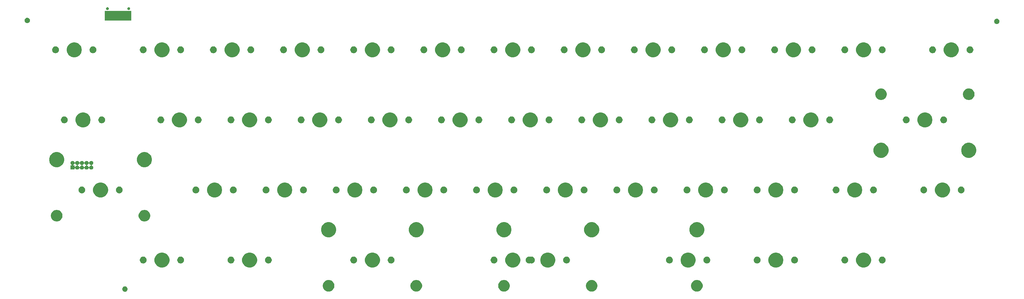
<source format=gts>
G04 #@! TF.GenerationSoftware,KiCad,Pcbnew,(5.1.4-0-10_14)*
G04 #@! TF.CreationDate,2020-05-16T01:02:51+09:00*
G04 #@! TF.ProjectId,chavdai40,63686176-6461-4693-9430-2e6b69636164,rev?*
G04 #@! TF.SameCoordinates,Original*
G04 #@! TF.FileFunction,Soldermask,Top*
G04 #@! TF.FilePolarity,Negative*
%FSLAX46Y46*%
G04 Gerber Fmt 4.6, Leading zero omitted, Abs format (unit mm)*
G04 Created by KiCad (PCBNEW (5.1.4-0-10_14)) date 2020-05-16 01:02:51*
%MOMM*%
%LPD*%
G04 APERTURE LIST*
%ADD10C,0.100000*%
G04 APERTURE END LIST*
D10*
G36*
X48147343Y-93777421D02*
G01*
X48217329Y-93791342D01*
X48349180Y-93845956D01*
X48467842Y-93925244D01*
X48568756Y-94026158D01*
X48648044Y-94144820D01*
X48702658Y-94276671D01*
X48730500Y-94416643D01*
X48730500Y-94559357D01*
X48702658Y-94699329D01*
X48648044Y-94831180D01*
X48568756Y-94949842D01*
X48467842Y-95050756D01*
X48349180Y-95130044D01*
X48217329Y-95184658D01*
X48147343Y-95198579D01*
X48077358Y-95212500D01*
X47934642Y-95212500D01*
X47864657Y-95198579D01*
X47794671Y-95184658D01*
X47662820Y-95130044D01*
X47544158Y-95050756D01*
X47443244Y-94949842D01*
X47363956Y-94831180D01*
X47309342Y-94699329D01*
X47281500Y-94559357D01*
X47281500Y-94416643D01*
X47309342Y-94276671D01*
X47363956Y-94144820D01*
X47443244Y-94026158D01*
X47544158Y-93925244D01*
X47662820Y-93845956D01*
X47794671Y-93791342D01*
X47864657Y-93777421D01*
X47934642Y-93763500D01*
X48077358Y-93763500D01*
X48147343Y-93777421D01*
X48147343Y-93777421D01*
G37*
G36*
X175027517Y-92054263D02*
G01*
X175179661Y-92084526D01*
X175298387Y-92133704D01*
X175466291Y-92203252D01*
X175466292Y-92203253D01*
X175724254Y-92375617D01*
X175943633Y-92594996D01*
X176058803Y-92767361D01*
X176115998Y-92852959D01*
X176234724Y-93139590D01*
X176295250Y-93443875D01*
X176295250Y-93754125D01*
X176234724Y-94058410D01*
X176115998Y-94345041D01*
X176115997Y-94345042D01*
X175943633Y-94603004D01*
X175724254Y-94822383D01*
X175551889Y-94937553D01*
X175466291Y-94994748D01*
X175331075Y-95050756D01*
X175179661Y-95113474D01*
X175096362Y-95130043D01*
X174875375Y-95174000D01*
X174565125Y-95174000D01*
X174344138Y-95130043D01*
X174260839Y-95113474D01*
X174109425Y-95050756D01*
X173974209Y-94994748D01*
X173888611Y-94937553D01*
X173716246Y-94822383D01*
X173496867Y-94603004D01*
X173324503Y-94345042D01*
X173324502Y-94345041D01*
X173205776Y-94058410D01*
X173145250Y-93754125D01*
X173145250Y-93443875D01*
X173205776Y-93139590D01*
X173324502Y-92852959D01*
X173381697Y-92767361D01*
X173496867Y-92594996D01*
X173716246Y-92375617D01*
X173974208Y-92203253D01*
X173974209Y-92203252D01*
X174142113Y-92133704D01*
X174260839Y-92084526D01*
X174412983Y-92054263D01*
X174565125Y-92024000D01*
X174875375Y-92024000D01*
X175027517Y-92054263D01*
X175027517Y-92054263D01*
G37*
G36*
X151215017Y-92054263D02*
G01*
X151367161Y-92084526D01*
X151485887Y-92133704D01*
X151653791Y-92203252D01*
X151653792Y-92203253D01*
X151911754Y-92375617D01*
X152131133Y-92594996D01*
X152246303Y-92767361D01*
X152303498Y-92852959D01*
X152422224Y-93139590D01*
X152482750Y-93443875D01*
X152482750Y-93754125D01*
X152422224Y-94058410D01*
X152303498Y-94345041D01*
X152303497Y-94345042D01*
X152131133Y-94603004D01*
X151911754Y-94822383D01*
X151739389Y-94937553D01*
X151653791Y-94994748D01*
X151518575Y-95050756D01*
X151367161Y-95113474D01*
X151283862Y-95130043D01*
X151062875Y-95174000D01*
X150752625Y-95174000D01*
X150531638Y-95130043D01*
X150448339Y-95113474D01*
X150296925Y-95050756D01*
X150161709Y-94994748D01*
X150076111Y-94937553D01*
X149903746Y-94822383D01*
X149684367Y-94603004D01*
X149512003Y-94345042D01*
X149512002Y-94345041D01*
X149393276Y-94058410D01*
X149332750Y-93754125D01*
X149332750Y-93443875D01*
X149393276Y-93139590D01*
X149512002Y-92852959D01*
X149569197Y-92767361D01*
X149684367Y-92594996D01*
X149903746Y-92375617D01*
X150161708Y-92203253D01*
X150161709Y-92203252D01*
X150329613Y-92133704D01*
X150448339Y-92084526D01*
X150600483Y-92054263D01*
X150752625Y-92024000D01*
X151062875Y-92024000D01*
X151215017Y-92054263D01*
X151215017Y-92054263D01*
G37*
G36*
X127402517Y-92054263D02*
G01*
X127554661Y-92084526D01*
X127673387Y-92133704D01*
X127841291Y-92203252D01*
X127841292Y-92203253D01*
X128099254Y-92375617D01*
X128318633Y-92594996D01*
X128433803Y-92767361D01*
X128490998Y-92852959D01*
X128609724Y-93139590D01*
X128670250Y-93443875D01*
X128670250Y-93754125D01*
X128609724Y-94058410D01*
X128490998Y-94345041D01*
X128490997Y-94345042D01*
X128318633Y-94603004D01*
X128099254Y-94822383D01*
X127926889Y-94937553D01*
X127841291Y-94994748D01*
X127706075Y-95050756D01*
X127554661Y-95113474D01*
X127471362Y-95130043D01*
X127250375Y-95174000D01*
X126940125Y-95174000D01*
X126719138Y-95130043D01*
X126635839Y-95113474D01*
X126484425Y-95050756D01*
X126349209Y-94994748D01*
X126263611Y-94937553D01*
X126091246Y-94822383D01*
X125871867Y-94603004D01*
X125699503Y-94345042D01*
X125699502Y-94345041D01*
X125580776Y-94058410D01*
X125520250Y-93754125D01*
X125520250Y-93443875D01*
X125580776Y-93139590D01*
X125699502Y-92852959D01*
X125756697Y-92767361D01*
X125871867Y-92594996D01*
X126091246Y-92375617D01*
X126349208Y-92203253D01*
X126349209Y-92203252D01*
X126517113Y-92133704D01*
X126635839Y-92084526D01*
X126787983Y-92054263D01*
X126940125Y-92024000D01*
X127250375Y-92024000D01*
X127402517Y-92054263D01*
X127402517Y-92054263D01*
G37*
G36*
X103596367Y-92054263D02*
G01*
X103748511Y-92084526D01*
X103867237Y-92133704D01*
X104035141Y-92203252D01*
X104035142Y-92203253D01*
X104293104Y-92375617D01*
X104512483Y-92594996D01*
X104627653Y-92767361D01*
X104684848Y-92852959D01*
X104803574Y-93139590D01*
X104864100Y-93443875D01*
X104864100Y-93754125D01*
X104803574Y-94058410D01*
X104684848Y-94345041D01*
X104684847Y-94345042D01*
X104512483Y-94603004D01*
X104293104Y-94822383D01*
X104120739Y-94937553D01*
X104035141Y-94994748D01*
X103899925Y-95050756D01*
X103748511Y-95113474D01*
X103665212Y-95130043D01*
X103444225Y-95174000D01*
X103127625Y-95174000D01*
X102906638Y-95130043D01*
X102823339Y-95113474D01*
X102671925Y-95050756D01*
X102536709Y-94994748D01*
X102451111Y-94937553D01*
X102278746Y-94822383D01*
X102059367Y-94603004D01*
X101887003Y-94345042D01*
X101887002Y-94345041D01*
X101768276Y-94058410D01*
X101707750Y-93754125D01*
X101707750Y-93443875D01*
X101768276Y-93139590D01*
X101887002Y-92852959D01*
X101944197Y-92767361D01*
X102059367Y-92594996D01*
X102278746Y-92375617D01*
X102536708Y-92203253D01*
X102536709Y-92203252D01*
X102704613Y-92133704D01*
X102823339Y-92084526D01*
X102975483Y-92054263D01*
X103127625Y-92024000D01*
X103444225Y-92024000D01*
X103596367Y-92054263D01*
X103596367Y-92054263D01*
G37*
G36*
X203596167Y-92054263D02*
G01*
X203748311Y-92084526D01*
X203867037Y-92133704D01*
X204034941Y-92203252D01*
X204034942Y-92203253D01*
X204292904Y-92375617D01*
X204512283Y-92594996D01*
X204627453Y-92767361D01*
X204684648Y-92852959D01*
X204803374Y-93139590D01*
X204863900Y-93443875D01*
X204863900Y-93754125D01*
X204803374Y-94058410D01*
X204684648Y-94345041D01*
X204684647Y-94345042D01*
X204512283Y-94603004D01*
X204292904Y-94822383D01*
X204120539Y-94937553D01*
X204034941Y-94994748D01*
X203899725Y-95050756D01*
X203748311Y-95113474D01*
X203665012Y-95130043D01*
X203444025Y-95174000D01*
X203133775Y-95174000D01*
X202912788Y-95130043D01*
X202829489Y-95113474D01*
X202678075Y-95050756D01*
X202542859Y-94994748D01*
X202457261Y-94937553D01*
X202284896Y-94822383D01*
X202065517Y-94603004D01*
X201893153Y-94345042D01*
X201893152Y-94345041D01*
X201774426Y-94058410D01*
X201713900Y-93754125D01*
X201713900Y-93443875D01*
X201774426Y-93139590D01*
X201893152Y-92852959D01*
X201950347Y-92767361D01*
X202065517Y-92594996D01*
X202284896Y-92375617D01*
X202542858Y-92203253D01*
X202542859Y-92203252D01*
X202710763Y-92133704D01*
X202829489Y-92084526D01*
X202981633Y-92054263D01*
X203133775Y-92024000D01*
X203444025Y-92024000D01*
X203596167Y-92054263D01*
X203596167Y-92054263D01*
G37*
G36*
X249135474Y-84647684D02*
G01*
X249353474Y-84737983D01*
X249507623Y-84801833D01*
X249842548Y-85025623D01*
X250127377Y-85310452D01*
X250351167Y-85645377D01*
X250386433Y-85730518D01*
X250505316Y-86017526D01*
X250583900Y-86412594D01*
X250583900Y-86815406D01*
X250505316Y-87210474D01*
X250454451Y-87333272D01*
X250351167Y-87582623D01*
X250127377Y-87917548D01*
X249842548Y-88202377D01*
X249507623Y-88426167D01*
X249353474Y-88490017D01*
X249135474Y-88580316D01*
X248740406Y-88658900D01*
X248337594Y-88658900D01*
X247942526Y-88580316D01*
X247724526Y-88490017D01*
X247570377Y-88426167D01*
X247235452Y-88202377D01*
X246950623Y-87917548D01*
X246726833Y-87582623D01*
X246623549Y-87333272D01*
X246572684Y-87210474D01*
X246494100Y-86815406D01*
X246494100Y-86412594D01*
X246572684Y-86017526D01*
X246691567Y-85730518D01*
X246726833Y-85645377D01*
X246950623Y-85310452D01*
X247235452Y-85025623D01*
X247570377Y-84801833D01*
X247724526Y-84737983D01*
X247942526Y-84647684D01*
X248337594Y-84569100D01*
X248740406Y-84569100D01*
X249135474Y-84647684D01*
X249135474Y-84647684D01*
G37*
G36*
X225322974Y-84647684D02*
G01*
X225540974Y-84737983D01*
X225695123Y-84801833D01*
X226030048Y-85025623D01*
X226314877Y-85310452D01*
X226538667Y-85645377D01*
X226573933Y-85730518D01*
X226692816Y-86017526D01*
X226771400Y-86412594D01*
X226771400Y-86815406D01*
X226692816Y-87210474D01*
X226641951Y-87333272D01*
X226538667Y-87582623D01*
X226314877Y-87917548D01*
X226030048Y-88202377D01*
X225695123Y-88426167D01*
X225540974Y-88490017D01*
X225322974Y-88580316D01*
X224927906Y-88658900D01*
X224525094Y-88658900D01*
X224130026Y-88580316D01*
X223912026Y-88490017D01*
X223757877Y-88426167D01*
X223422952Y-88202377D01*
X223138123Y-87917548D01*
X222914333Y-87582623D01*
X222811049Y-87333272D01*
X222760184Y-87210474D01*
X222681600Y-86815406D01*
X222681600Y-86412594D01*
X222760184Y-86017526D01*
X222879067Y-85730518D01*
X222914333Y-85645377D01*
X223138123Y-85310452D01*
X223422952Y-85025623D01*
X223757877Y-84801833D01*
X223912026Y-84737983D01*
X224130026Y-84647684D01*
X224525094Y-84569100D01*
X224927906Y-84569100D01*
X225322974Y-84647684D01*
X225322974Y-84647684D01*
G37*
G36*
X201510474Y-84647684D02*
G01*
X201728474Y-84737983D01*
X201882623Y-84801833D01*
X202217548Y-85025623D01*
X202502377Y-85310452D01*
X202726167Y-85645377D01*
X202761433Y-85730518D01*
X202880316Y-86017526D01*
X202958900Y-86412594D01*
X202958900Y-86815406D01*
X202880316Y-87210474D01*
X202829451Y-87333272D01*
X202726167Y-87582623D01*
X202502377Y-87917548D01*
X202217548Y-88202377D01*
X201882623Y-88426167D01*
X201728474Y-88490017D01*
X201510474Y-88580316D01*
X201115406Y-88658900D01*
X200712594Y-88658900D01*
X200317526Y-88580316D01*
X200099526Y-88490017D01*
X199945377Y-88426167D01*
X199610452Y-88202377D01*
X199325623Y-87917548D01*
X199101833Y-87582623D01*
X198998549Y-87333272D01*
X198947684Y-87210474D01*
X198869100Y-86815406D01*
X198869100Y-86412594D01*
X198947684Y-86017526D01*
X199066567Y-85730518D01*
X199101833Y-85645377D01*
X199325623Y-85310452D01*
X199610452Y-85025623D01*
X199945377Y-84801833D01*
X200099526Y-84737983D01*
X200317526Y-84647684D01*
X200712594Y-84569100D01*
X201115406Y-84569100D01*
X201510474Y-84647684D01*
X201510474Y-84647684D01*
G37*
G36*
X163410474Y-84647684D02*
G01*
X163628474Y-84737983D01*
X163782623Y-84801833D01*
X164117548Y-85025623D01*
X164402377Y-85310452D01*
X164626167Y-85645377D01*
X164661433Y-85730518D01*
X164780316Y-86017526D01*
X164858900Y-86412594D01*
X164858900Y-86815406D01*
X164780316Y-87210474D01*
X164729451Y-87333272D01*
X164626167Y-87582623D01*
X164402377Y-87917548D01*
X164117548Y-88202377D01*
X163782623Y-88426167D01*
X163628474Y-88490017D01*
X163410474Y-88580316D01*
X163015406Y-88658900D01*
X162612594Y-88658900D01*
X162217526Y-88580316D01*
X161999526Y-88490017D01*
X161845377Y-88426167D01*
X161510452Y-88202377D01*
X161225623Y-87917548D01*
X161001833Y-87582623D01*
X160898549Y-87333272D01*
X160847684Y-87210474D01*
X160769100Y-86815406D01*
X160769100Y-86412594D01*
X160847684Y-86017526D01*
X160966567Y-85730518D01*
X161001833Y-85645377D01*
X161225623Y-85310452D01*
X161510452Y-85025623D01*
X161845377Y-84801833D01*
X161999526Y-84737983D01*
X162217526Y-84647684D01*
X162612594Y-84569100D01*
X163015406Y-84569100D01*
X163410474Y-84647684D01*
X163410474Y-84647684D01*
G37*
G36*
X153885474Y-84647684D02*
G01*
X154103474Y-84737983D01*
X154257623Y-84801833D01*
X154592548Y-85025623D01*
X154877377Y-85310452D01*
X155101167Y-85645377D01*
X155136433Y-85730518D01*
X155255316Y-86017526D01*
X155333900Y-86412594D01*
X155333900Y-86815406D01*
X155255316Y-87210474D01*
X155204451Y-87333272D01*
X155101167Y-87582623D01*
X154877377Y-87917548D01*
X154592548Y-88202377D01*
X154257623Y-88426167D01*
X154103474Y-88490017D01*
X153885474Y-88580316D01*
X153490406Y-88658900D01*
X153087594Y-88658900D01*
X152692526Y-88580316D01*
X152474526Y-88490017D01*
X152320377Y-88426167D01*
X151985452Y-88202377D01*
X151700623Y-87917548D01*
X151476833Y-87582623D01*
X151373549Y-87333272D01*
X151322684Y-87210474D01*
X151244100Y-86815406D01*
X151244100Y-86412594D01*
X151322684Y-86017526D01*
X151441567Y-85730518D01*
X151476833Y-85645377D01*
X151700623Y-85310452D01*
X151985452Y-85025623D01*
X152320377Y-84801833D01*
X152474526Y-84737983D01*
X152692526Y-84647684D01*
X153087594Y-84569100D01*
X153490406Y-84569100D01*
X153885474Y-84647684D01*
X153885474Y-84647684D01*
G37*
G36*
X115785474Y-84647684D02*
G01*
X116003474Y-84737983D01*
X116157623Y-84801833D01*
X116492548Y-85025623D01*
X116777377Y-85310452D01*
X117001167Y-85645377D01*
X117036433Y-85730518D01*
X117155316Y-86017526D01*
X117233900Y-86412594D01*
X117233900Y-86815406D01*
X117155316Y-87210474D01*
X117104451Y-87333272D01*
X117001167Y-87582623D01*
X116777377Y-87917548D01*
X116492548Y-88202377D01*
X116157623Y-88426167D01*
X116003474Y-88490017D01*
X115785474Y-88580316D01*
X115390406Y-88658900D01*
X114987594Y-88658900D01*
X114592526Y-88580316D01*
X114374526Y-88490017D01*
X114220377Y-88426167D01*
X113885452Y-88202377D01*
X113600623Y-87917548D01*
X113376833Y-87582623D01*
X113273549Y-87333272D01*
X113222684Y-87210474D01*
X113144100Y-86815406D01*
X113144100Y-86412594D01*
X113222684Y-86017526D01*
X113341567Y-85730518D01*
X113376833Y-85645377D01*
X113600623Y-85310452D01*
X113885452Y-85025623D01*
X114220377Y-84801833D01*
X114374526Y-84737983D01*
X114592526Y-84647684D01*
X114987594Y-84569100D01*
X115390406Y-84569100D01*
X115785474Y-84647684D01*
X115785474Y-84647684D01*
G37*
G36*
X82447974Y-84647684D02*
G01*
X82665974Y-84737983D01*
X82820123Y-84801833D01*
X83155048Y-85025623D01*
X83439877Y-85310452D01*
X83663667Y-85645377D01*
X83698933Y-85730518D01*
X83817816Y-86017526D01*
X83896400Y-86412594D01*
X83896400Y-86815406D01*
X83817816Y-87210474D01*
X83766951Y-87333272D01*
X83663667Y-87582623D01*
X83439877Y-87917548D01*
X83155048Y-88202377D01*
X82820123Y-88426167D01*
X82665974Y-88490017D01*
X82447974Y-88580316D01*
X82052906Y-88658900D01*
X81650094Y-88658900D01*
X81255026Y-88580316D01*
X81037026Y-88490017D01*
X80882877Y-88426167D01*
X80547952Y-88202377D01*
X80263123Y-87917548D01*
X80039333Y-87582623D01*
X79936049Y-87333272D01*
X79885184Y-87210474D01*
X79806600Y-86815406D01*
X79806600Y-86412594D01*
X79885184Y-86017526D01*
X80004067Y-85730518D01*
X80039333Y-85645377D01*
X80263123Y-85310452D01*
X80547952Y-85025623D01*
X80882877Y-84801833D01*
X81037026Y-84737983D01*
X81255026Y-84647684D01*
X81650094Y-84569100D01*
X82052906Y-84569100D01*
X82447974Y-84647684D01*
X82447974Y-84647684D01*
G37*
G36*
X58635474Y-84647684D02*
G01*
X58853474Y-84737983D01*
X59007623Y-84801833D01*
X59342548Y-85025623D01*
X59627377Y-85310452D01*
X59851167Y-85645377D01*
X59886433Y-85730518D01*
X60005316Y-86017526D01*
X60083900Y-86412594D01*
X60083900Y-86815406D01*
X60005316Y-87210474D01*
X59954451Y-87333272D01*
X59851167Y-87582623D01*
X59627377Y-87917548D01*
X59342548Y-88202377D01*
X59007623Y-88426167D01*
X58853474Y-88490017D01*
X58635474Y-88580316D01*
X58240406Y-88658900D01*
X57837594Y-88658900D01*
X57442526Y-88580316D01*
X57224526Y-88490017D01*
X57070377Y-88426167D01*
X56735452Y-88202377D01*
X56450623Y-87917548D01*
X56226833Y-87582623D01*
X56123549Y-87333272D01*
X56072684Y-87210474D01*
X55994100Y-86815406D01*
X55994100Y-86412594D01*
X56072684Y-86017526D01*
X56191567Y-85730518D01*
X56226833Y-85645377D01*
X56450623Y-85310452D01*
X56735452Y-85025623D01*
X57070377Y-84801833D01*
X57224526Y-84737983D01*
X57442526Y-84647684D01*
X57837594Y-84569100D01*
X58240406Y-84569100D01*
X58635474Y-84647684D01*
X58635474Y-84647684D01*
G37*
G36*
X63389104Y-85723585D02*
G01*
X63557626Y-85793389D01*
X63709291Y-85894728D01*
X63838272Y-86023709D01*
X63939611Y-86175374D01*
X64009415Y-86343896D01*
X64045000Y-86522797D01*
X64045000Y-86705203D01*
X64009415Y-86884104D01*
X63939611Y-87052626D01*
X63838272Y-87204291D01*
X63709291Y-87333272D01*
X63557626Y-87434611D01*
X63389104Y-87504415D01*
X63210203Y-87540000D01*
X63027797Y-87540000D01*
X62848896Y-87504415D01*
X62680374Y-87434611D01*
X62528709Y-87333272D01*
X62399728Y-87204291D01*
X62298389Y-87052626D01*
X62228585Y-86884104D01*
X62193000Y-86705203D01*
X62193000Y-86522797D01*
X62228585Y-86343896D01*
X62298389Y-86175374D01*
X62399728Y-86023709D01*
X62528709Y-85894728D01*
X62680374Y-85793389D01*
X62848896Y-85723585D01*
X63027797Y-85688000D01*
X63210203Y-85688000D01*
X63389104Y-85723585D01*
X63389104Y-85723585D01*
G37*
G36*
X53229104Y-85723585D02*
G01*
X53397626Y-85793389D01*
X53549291Y-85894728D01*
X53678272Y-86023709D01*
X53779611Y-86175374D01*
X53849415Y-86343896D01*
X53885000Y-86522797D01*
X53885000Y-86705203D01*
X53849415Y-86884104D01*
X53779611Y-87052626D01*
X53678272Y-87204291D01*
X53549291Y-87333272D01*
X53397626Y-87434611D01*
X53229104Y-87504415D01*
X53050203Y-87540000D01*
X52867797Y-87540000D01*
X52688896Y-87504415D01*
X52520374Y-87434611D01*
X52368709Y-87333272D01*
X52239728Y-87204291D01*
X52138389Y-87052626D01*
X52068585Y-86884104D01*
X52033000Y-86705203D01*
X52033000Y-86522797D01*
X52068585Y-86343896D01*
X52138389Y-86175374D01*
X52239728Y-86023709D01*
X52368709Y-85894728D01*
X52520374Y-85793389D01*
X52688896Y-85723585D01*
X52867797Y-85688000D01*
X53050203Y-85688000D01*
X53229104Y-85723585D01*
X53229104Y-85723585D01*
G37*
G36*
X206264104Y-85723585D02*
G01*
X206432626Y-85793389D01*
X206584291Y-85894728D01*
X206713272Y-86023709D01*
X206814611Y-86175374D01*
X206884415Y-86343896D01*
X206920000Y-86522797D01*
X206920000Y-86705203D01*
X206884415Y-86884104D01*
X206814611Y-87052626D01*
X206713272Y-87204291D01*
X206584291Y-87333272D01*
X206432626Y-87434611D01*
X206264104Y-87504415D01*
X206085203Y-87540000D01*
X205902797Y-87540000D01*
X205723896Y-87504415D01*
X205555374Y-87434611D01*
X205403709Y-87333272D01*
X205274728Y-87204291D01*
X205173389Y-87052626D01*
X205103585Y-86884104D01*
X205068000Y-86705203D01*
X205068000Y-86522797D01*
X205103585Y-86343896D01*
X205173389Y-86175374D01*
X205274728Y-86023709D01*
X205403709Y-85894728D01*
X205555374Y-85793389D01*
X205723896Y-85723585D01*
X205902797Y-85688000D01*
X206085203Y-85688000D01*
X206264104Y-85723585D01*
X206264104Y-85723585D01*
G37*
G36*
X196104104Y-85723585D02*
G01*
X196272626Y-85793389D01*
X196424291Y-85894728D01*
X196553272Y-86023709D01*
X196654611Y-86175374D01*
X196724415Y-86343896D01*
X196760000Y-86522797D01*
X196760000Y-86705203D01*
X196724415Y-86884104D01*
X196654611Y-87052626D01*
X196553272Y-87204291D01*
X196424291Y-87333272D01*
X196272626Y-87434611D01*
X196104104Y-87504415D01*
X195925203Y-87540000D01*
X195742797Y-87540000D01*
X195563896Y-87504415D01*
X195395374Y-87434611D01*
X195243709Y-87333272D01*
X195114728Y-87204291D01*
X195013389Y-87052626D01*
X194943585Y-86884104D01*
X194908000Y-86705203D01*
X194908000Y-86522797D01*
X194943585Y-86343896D01*
X195013389Y-86175374D01*
X195114728Y-86023709D01*
X195243709Y-85894728D01*
X195395374Y-85793389D01*
X195563896Y-85723585D01*
X195742797Y-85688000D01*
X195925203Y-85688000D01*
X196104104Y-85723585D01*
X196104104Y-85723585D01*
G37*
G36*
X253889104Y-85723585D02*
G01*
X254057626Y-85793389D01*
X254209291Y-85894728D01*
X254338272Y-86023709D01*
X254439611Y-86175374D01*
X254509415Y-86343896D01*
X254545000Y-86522797D01*
X254545000Y-86705203D01*
X254509415Y-86884104D01*
X254439611Y-87052626D01*
X254338272Y-87204291D01*
X254209291Y-87333272D01*
X254057626Y-87434611D01*
X253889104Y-87504415D01*
X253710203Y-87540000D01*
X253527797Y-87540000D01*
X253348896Y-87504415D01*
X253180374Y-87434611D01*
X253028709Y-87333272D01*
X252899728Y-87204291D01*
X252798389Y-87052626D01*
X252728585Y-86884104D01*
X252693000Y-86705203D01*
X252693000Y-86522797D01*
X252728585Y-86343896D01*
X252798389Y-86175374D01*
X252899728Y-86023709D01*
X253028709Y-85894728D01*
X253180374Y-85793389D01*
X253348896Y-85723585D01*
X253527797Y-85688000D01*
X253710203Y-85688000D01*
X253889104Y-85723585D01*
X253889104Y-85723585D01*
G37*
G36*
X243729104Y-85723585D02*
G01*
X243897626Y-85793389D01*
X244049291Y-85894728D01*
X244178272Y-86023709D01*
X244279611Y-86175374D01*
X244349415Y-86343896D01*
X244385000Y-86522797D01*
X244385000Y-86705203D01*
X244349415Y-86884104D01*
X244279611Y-87052626D01*
X244178272Y-87204291D01*
X244049291Y-87333272D01*
X243897626Y-87434611D01*
X243729104Y-87504415D01*
X243550203Y-87540000D01*
X243367797Y-87540000D01*
X243188896Y-87504415D01*
X243020374Y-87434611D01*
X242868709Y-87333272D01*
X242739728Y-87204291D01*
X242638389Y-87052626D01*
X242568585Y-86884104D01*
X242533000Y-86705203D01*
X242533000Y-86522797D01*
X242568585Y-86343896D01*
X242638389Y-86175374D01*
X242739728Y-86023709D01*
X242868709Y-85894728D01*
X243020374Y-85793389D01*
X243188896Y-85723585D01*
X243367797Y-85688000D01*
X243550203Y-85688000D01*
X243729104Y-85723585D01*
X243729104Y-85723585D01*
G37*
G36*
X230076604Y-85723585D02*
G01*
X230245126Y-85793389D01*
X230396791Y-85894728D01*
X230525772Y-86023709D01*
X230627111Y-86175374D01*
X230696915Y-86343896D01*
X230732500Y-86522797D01*
X230732500Y-86705203D01*
X230696915Y-86884104D01*
X230627111Y-87052626D01*
X230525772Y-87204291D01*
X230396791Y-87333272D01*
X230245126Y-87434611D01*
X230076604Y-87504415D01*
X229897703Y-87540000D01*
X229715297Y-87540000D01*
X229536396Y-87504415D01*
X229367874Y-87434611D01*
X229216209Y-87333272D01*
X229087228Y-87204291D01*
X228985889Y-87052626D01*
X228916085Y-86884104D01*
X228880500Y-86705203D01*
X228880500Y-86522797D01*
X228916085Y-86343896D01*
X228985889Y-86175374D01*
X229087228Y-86023709D01*
X229216209Y-85894728D01*
X229367874Y-85793389D01*
X229536396Y-85723585D01*
X229715297Y-85688000D01*
X229897703Y-85688000D01*
X230076604Y-85723585D01*
X230076604Y-85723585D01*
G37*
G36*
X77041604Y-85723585D02*
G01*
X77210126Y-85793389D01*
X77361791Y-85894728D01*
X77490772Y-86023709D01*
X77592111Y-86175374D01*
X77661915Y-86343896D01*
X77697500Y-86522797D01*
X77697500Y-86705203D01*
X77661915Y-86884104D01*
X77592111Y-87052626D01*
X77490772Y-87204291D01*
X77361791Y-87333272D01*
X77210126Y-87434611D01*
X77041604Y-87504415D01*
X76862703Y-87540000D01*
X76680297Y-87540000D01*
X76501396Y-87504415D01*
X76332874Y-87434611D01*
X76181209Y-87333272D01*
X76052228Y-87204291D01*
X75950889Y-87052626D01*
X75881085Y-86884104D01*
X75845500Y-86705203D01*
X75845500Y-86522797D01*
X75881085Y-86343896D01*
X75950889Y-86175374D01*
X76052228Y-86023709D01*
X76181209Y-85894728D01*
X76332874Y-85793389D01*
X76501396Y-85723585D01*
X76680297Y-85688000D01*
X76862703Y-85688000D01*
X77041604Y-85723585D01*
X77041604Y-85723585D01*
G37*
G36*
X148479104Y-85723585D02*
G01*
X148647626Y-85793389D01*
X148799291Y-85894728D01*
X148928272Y-86023709D01*
X149029611Y-86175374D01*
X149099415Y-86343896D01*
X149135000Y-86522797D01*
X149135000Y-86705203D01*
X149099415Y-86884104D01*
X149029611Y-87052626D01*
X148928272Y-87204291D01*
X148799291Y-87333272D01*
X148647626Y-87434611D01*
X148479104Y-87504415D01*
X148300203Y-87540000D01*
X148117797Y-87540000D01*
X147938896Y-87504415D01*
X147770374Y-87434611D01*
X147618709Y-87333272D01*
X147489728Y-87204291D01*
X147388389Y-87052626D01*
X147318585Y-86884104D01*
X147283000Y-86705203D01*
X147283000Y-86522797D01*
X147318585Y-86343896D01*
X147388389Y-86175374D01*
X147489728Y-86023709D01*
X147618709Y-85894728D01*
X147770374Y-85793389D01*
X147938896Y-85723585D01*
X148117797Y-85688000D01*
X148300203Y-85688000D01*
X148479104Y-85723585D01*
X148479104Y-85723585D01*
G37*
G36*
X158004104Y-85723585D02*
G01*
X158004110Y-85723588D01*
X158004565Y-85723678D01*
X158027118Y-85730518D01*
X158051504Y-85732919D01*
X158075890Y-85730516D01*
X158098435Y-85723678D01*
X158098890Y-85723588D01*
X158098896Y-85723585D01*
X158277797Y-85688000D01*
X158460203Y-85688000D01*
X158639104Y-85723585D01*
X158807626Y-85793389D01*
X158959291Y-85894728D01*
X159088272Y-86023709D01*
X159189611Y-86175374D01*
X159259415Y-86343896D01*
X159295000Y-86522797D01*
X159295000Y-86705203D01*
X159259415Y-86884104D01*
X159189611Y-87052626D01*
X159088272Y-87204291D01*
X158959291Y-87333272D01*
X158807626Y-87434611D01*
X158639104Y-87504415D01*
X158460203Y-87540000D01*
X158277797Y-87540000D01*
X158098896Y-87504415D01*
X158098890Y-87504412D01*
X158098435Y-87504322D01*
X158075882Y-87497482D01*
X158051496Y-87495081D01*
X158027110Y-87497484D01*
X158004565Y-87504322D01*
X158004110Y-87504412D01*
X158004104Y-87504415D01*
X157825203Y-87540000D01*
X157642797Y-87540000D01*
X157463896Y-87504415D01*
X157295374Y-87434611D01*
X157143709Y-87333272D01*
X157014728Y-87204291D01*
X156913389Y-87052626D01*
X156843585Y-86884104D01*
X156808000Y-86705203D01*
X156808000Y-86522797D01*
X156843585Y-86343896D01*
X156913389Y-86175374D01*
X157014728Y-86023709D01*
X157143709Y-85894728D01*
X157295374Y-85793389D01*
X157463896Y-85723585D01*
X157642797Y-85688000D01*
X157825203Y-85688000D01*
X158004104Y-85723585D01*
X158004104Y-85723585D01*
G37*
G36*
X87201604Y-85723585D02*
G01*
X87370126Y-85793389D01*
X87521791Y-85894728D01*
X87650772Y-86023709D01*
X87752111Y-86175374D01*
X87821915Y-86343896D01*
X87857500Y-86522797D01*
X87857500Y-86705203D01*
X87821915Y-86884104D01*
X87752111Y-87052626D01*
X87650772Y-87204291D01*
X87521791Y-87333272D01*
X87370126Y-87434611D01*
X87201604Y-87504415D01*
X87022703Y-87540000D01*
X86840297Y-87540000D01*
X86661396Y-87504415D01*
X86492874Y-87434611D01*
X86341209Y-87333272D01*
X86212228Y-87204291D01*
X86110889Y-87052626D01*
X86041085Y-86884104D01*
X86005500Y-86705203D01*
X86005500Y-86522797D01*
X86041085Y-86343896D01*
X86110889Y-86175374D01*
X86212228Y-86023709D01*
X86341209Y-85894728D01*
X86492874Y-85793389D01*
X86661396Y-85723585D01*
X86840297Y-85688000D01*
X87022703Y-85688000D01*
X87201604Y-85723585D01*
X87201604Y-85723585D01*
G37*
G36*
X110379104Y-85723585D02*
G01*
X110547626Y-85793389D01*
X110699291Y-85894728D01*
X110828272Y-86023709D01*
X110929611Y-86175374D01*
X110999415Y-86343896D01*
X111035000Y-86522797D01*
X111035000Y-86705203D01*
X110999415Y-86884104D01*
X110929611Y-87052626D01*
X110828272Y-87204291D01*
X110699291Y-87333272D01*
X110547626Y-87434611D01*
X110379104Y-87504415D01*
X110200203Y-87540000D01*
X110017797Y-87540000D01*
X109838896Y-87504415D01*
X109670374Y-87434611D01*
X109518709Y-87333272D01*
X109389728Y-87204291D01*
X109288389Y-87052626D01*
X109218585Y-86884104D01*
X109183000Y-86705203D01*
X109183000Y-86522797D01*
X109218585Y-86343896D01*
X109288389Y-86175374D01*
X109389728Y-86023709D01*
X109518709Y-85894728D01*
X109670374Y-85793389D01*
X109838896Y-85723585D01*
X110017797Y-85688000D01*
X110200203Y-85688000D01*
X110379104Y-85723585D01*
X110379104Y-85723585D01*
G37*
G36*
X219916604Y-85723585D02*
G01*
X220085126Y-85793389D01*
X220236791Y-85894728D01*
X220365772Y-86023709D01*
X220467111Y-86175374D01*
X220536915Y-86343896D01*
X220572500Y-86522797D01*
X220572500Y-86705203D01*
X220536915Y-86884104D01*
X220467111Y-87052626D01*
X220365772Y-87204291D01*
X220236791Y-87333272D01*
X220085126Y-87434611D01*
X219916604Y-87504415D01*
X219737703Y-87540000D01*
X219555297Y-87540000D01*
X219376396Y-87504415D01*
X219207874Y-87434611D01*
X219056209Y-87333272D01*
X218927228Y-87204291D01*
X218825889Y-87052626D01*
X218756085Y-86884104D01*
X218720500Y-86705203D01*
X218720500Y-86522797D01*
X218756085Y-86343896D01*
X218825889Y-86175374D01*
X218927228Y-86023709D01*
X219056209Y-85894728D01*
X219207874Y-85793389D01*
X219376396Y-85723585D01*
X219555297Y-85688000D01*
X219737703Y-85688000D01*
X219916604Y-85723585D01*
X219916604Y-85723585D01*
G37*
G36*
X120539104Y-85723585D02*
G01*
X120707626Y-85793389D01*
X120859291Y-85894728D01*
X120988272Y-86023709D01*
X121089611Y-86175374D01*
X121159415Y-86343896D01*
X121195000Y-86522797D01*
X121195000Y-86705203D01*
X121159415Y-86884104D01*
X121089611Y-87052626D01*
X120988272Y-87204291D01*
X120859291Y-87333272D01*
X120707626Y-87434611D01*
X120539104Y-87504415D01*
X120360203Y-87540000D01*
X120177797Y-87540000D01*
X119998896Y-87504415D01*
X119830374Y-87434611D01*
X119678709Y-87333272D01*
X119549728Y-87204291D01*
X119448389Y-87052626D01*
X119378585Y-86884104D01*
X119343000Y-86705203D01*
X119343000Y-86522797D01*
X119378585Y-86343896D01*
X119448389Y-86175374D01*
X119549728Y-86023709D01*
X119678709Y-85894728D01*
X119830374Y-85793389D01*
X119998896Y-85723585D01*
X120177797Y-85688000D01*
X120360203Y-85688000D01*
X120539104Y-85723585D01*
X120539104Y-85723585D01*
G37*
G36*
X168164104Y-85723585D02*
G01*
X168332626Y-85793389D01*
X168484291Y-85894728D01*
X168613272Y-86023709D01*
X168714611Y-86175374D01*
X168784415Y-86343896D01*
X168820000Y-86522797D01*
X168820000Y-86705203D01*
X168784415Y-86884104D01*
X168714611Y-87052626D01*
X168613272Y-87204291D01*
X168484291Y-87333272D01*
X168332626Y-87434611D01*
X168164104Y-87504415D01*
X167985203Y-87540000D01*
X167802797Y-87540000D01*
X167623896Y-87504415D01*
X167455374Y-87434611D01*
X167303709Y-87333272D01*
X167174728Y-87204291D01*
X167073389Y-87052626D01*
X167003585Y-86884104D01*
X166968000Y-86705203D01*
X166968000Y-86522797D01*
X167003585Y-86343896D01*
X167073389Y-86175374D01*
X167174728Y-86023709D01*
X167303709Y-85894728D01*
X167455374Y-85793389D01*
X167623896Y-85723585D01*
X167802797Y-85688000D01*
X167985203Y-85688000D01*
X168164104Y-85723585D01*
X168164104Y-85723585D01*
G37*
G36*
X103885574Y-76392684D02*
G01*
X104103574Y-76482983D01*
X104257723Y-76546833D01*
X104592648Y-76770623D01*
X104877477Y-77055452D01*
X105101267Y-77390377D01*
X105101267Y-77390378D01*
X105255416Y-77762526D01*
X105334000Y-78157594D01*
X105334000Y-78560406D01*
X105255416Y-78955474D01*
X105165117Y-79173474D01*
X105101267Y-79327623D01*
X104877477Y-79662548D01*
X104592648Y-79947377D01*
X104257723Y-80171167D01*
X104103574Y-80235017D01*
X103885574Y-80325316D01*
X103490506Y-80403900D01*
X103081344Y-80403900D01*
X102686276Y-80325316D01*
X102468276Y-80235017D01*
X102314127Y-80171167D01*
X101979202Y-79947377D01*
X101694373Y-79662548D01*
X101470583Y-79327623D01*
X101406733Y-79173474D01*
X101316434Y-78955474D01*
X101237850Y-78560406D01*
X101237850Y-78157594D01*
X101316434Y-77762526D01*
X101470583Y-77390378D01*
X101470583Y-77390377D01*
X101694373Y-77055452D01*
X101979202Y-76770623D01*
X102314127Y-76546833D01*
X102468276Y-76482983D01*
X102686276Y-76392684D01*
X103081344Y-76314100D01*
X103490506Y-76314100D01*
X103885574Y-76392684D01*
X103885574Y-76392684D01*
G37*
G36*
X127691724Y-76392684D02*
G01*
X127909724Y-76482983D01*
X128063873Y-76546833D01*
X128398798Y-76770623D01*
X128683627Y-77055452D01*
X128907417Y-77390377D01*
X128907417Y-77390378D01*
X129061566Y-77762526D01*
X129140150Y-78157594D01*
X129140150Y-78560406D01*
X129061566Y-78955474D01*
X128971267Y-79173474D01*
X128907417Y-79327623D01*
X128683627Y-79662548D01*
X128398798Y-79947377D01*
X128063873Y-80171167D01*
X127909724Y-80235017D01*
X127691724Y-80325316D01*
X127296656Y-80403900D01*
X126893844Y-80403900D01*
X126498776Y-80325316D01*
X126280776Y-80235017D01*
X126126627Y-80171167D01*
X125791702Y-79947377D01*
X125506873Y-79662548D01*
X125283083Y-79327623D01*
X125219233Y-79173474D01*
X125128934Y-78955474D01*
X125050350Y-78560406D01*
X125050350Y-78157594D01*
X125128934Y-77762526D01*
X125283083Y-77390378D01*
X125283083Y-77390377D01*
X125506873Y-77055452D01*
X125791702Y-76770623D01*
X126126627Y-76546833D01*
X126280776Y-76482983D01*
X126498776Y-76392684D01*
X126893844Y-76314100D01*
X127296656Y-76314100D01*
X127691724Y-76392684D01*
X127691724Y-76392684D01*
G37*
G36*
X175316724Y-76392684D02*
G01*
X175534724Y-76482983D01*
X175688873Y-76546833D01*
X176023798Y-76770623D01*
X176308627Y-77055452D01*
X176532417Y-77390377D01*
X176532417Y-77390378D01*
X176686566Y-77762526D01*
X176765150Y-78157594D01*
X176765150Y-78560406D01*
X176686566Y-78955474D01*
X176596267Y-79173474D01*
X176532417Y-79327623D01*
X176308627Y-79662548D01*
X176023798Y-79947377D01*
X175688873Y-80171167D01*
X175534724Y-80235017D01*
X175316724Y-80325316D01*
X174921656Y-80403900D01*
X174518844Y-80403900D01*
X174123776Y-80325316D01*
X173905776Y-80235017D01*
X173751627Y-80171167D01*
X173416702Y-79947377D01*
X173131873Y-79662548D01*
X172908083Y-79327623D01*
X172844233Y-79173474D01*
X172753934Y-78955474D01*
X172675350Y-78560406D01*
X172675350Y-78157594D01*
X172753934Y-77762526D01*
X172908083Y-77390378D01*
X172908083Y-77390377D01*
X173131873Y-77055452D01*
X173416702Y-76770623D01*
X173751627Y-76546833D01*
X173905776Y-76482983D01*
X174123776Y-76392684D01*
X174518844Y-76314100D01*
X174921656Y-76314100D01*
X175316724Y-76392684D01*
X175316724Y-76392684D01*
G37*
G36*
X151504224Y-76392684D02*
G01*
X151722224Y-76482983D01*
X151876373Y-76546833D01*
X152211298Y-76770623D01*
X152496127Y-77055452D01*
X152719917Y-77390377D01*
X152719917Y-77390378D01*
X152874066Y-77762526D01*
X152952650Y-78157594D01*
X152952650Y-78560406D01*
X152874066Y-78955474D01*
X152783767Y-79173474D01*
X152719917Y-79327623D01*
X152496127Y-79662548D01*
X152211298Y-79947377D01*
X151876373Y-80171167D01*
X151722224Y-80235017D01*
X151504224Y-80325316D01*
X151109156Y-80403900D01*
X150706344Y-80403900D01*
X150311276Y-80325316D01*
X150093276Y-80235017D01*
X149939127Y-80171167D01*
X149604202Y-79947377D01*
X149319373Y-79662548D01*
X149095583Y-79327623D01*
X149031733Y-79173474D01*
X148941434Y-78955474D01*
X148862850Y-78560406D01*
X148862850Y-78157594D01*
X148941434Y-77762526D01*
X149095583Y-77390378D01*
X149095583Y-77390377D01*
X149319373Y-77055452D01*
X149604202Y-76770623D01*
X149939127Y-76546833D01*
X150093276Y-76482983D01*
X150311276Y-76392684D01*
X150706344Y-76314100D01*
X151109156Y-76314100D01*
X151504224Y-76392684D01*
X151504224Y-76392684D01*
G37*
G36*
X203885374Y-76392684D02*
G01*
X204103374Y-76482983D01*
X204257523Y-76546833D01*
X204592448Y-76770623D01*
X204877277Y-77055452D01*
X205101067Y-77390377D01*
X205101067Y-77390378D01*
X205255216Y-77762526D01*
X205333800Y-78157594D01*
X205333800Y-78560406D01*
X205255216Y-78955474D01*
X205164917Y-79173474D01*
X205101067Y-79327623D01*
X204877277Y-79662548D01*
X204592448Y-79947377D01*
X204257523Y-80171167D01*
X204103374Y-80235017D01*
X203885374Y-80325316D01*
X203490306Y-80403900D01*
X203087494Y-80403900D01*
X202692426Y-80325316D01*
X202474426Y-80235017D01*
X202320277Y-80171167D01*
X201985352Y-79947377D01*
X201700523Y-79662548D01*
X201476733Y-79327623D01*
X201412883Y-79173474D01*
X201322584Y-78955474D01*
X201244000Y-78560406D01*
X201244000Y-78157594D01*
X201322584Y-77762526D01*
X201476733Y-77390378D01*
X201476733Y-77390377D01*
X201700523Y-77055452D01*
X201985352Y-76770623D01*
X202320277Y-76546833D01*
X202474426Y-76482983D01*
X202692426Y-76392684D01*
X203087494Y-76314100D01*
X203490306Y-76314100D01*
X203885374Y-76392684D01*
X203885374Y-76392684D01*
G37*
G36*
X29923411Y-73034526D02*
G01*
X30042137Y-73083704D01*
X30210041Y-73153252D01*
X30210042Y-73153253D01*
X30468004Y-73325617D01*
X30687383Y-73544996D01*
X30802553Y-73717361D01*
X30859748Y-73802959D01*
X30978474Y-74089590D01*
X31039000Y-74393875D01*
X31039000Y-74704125D01*
X30978474Y-75008410D01*
X30859748Y-75295041D01*
X30859747Y-75295042D01*
X30687383Y-75553004D01*
X30468004Y-75772383D01*
X30295639Y-75887553D01*
X30210041Y-75944748D01*
X30042137Y-76014296D01*
X29923411Y-76063474D01*
X29619125Y-76124000D01*
X29308875Y-76124000D01*
X29004589Y-76063474D01*
X28885863Y-76014296D01*
X28717959Y-75944748D01*
X28632361Y-75887553D01*
X28459996Y-75772383D01*
X28240617Y-75553004D01*
X28068253Y-75295042D01*
X28068252Y-75295041D01*
X27949526Y-75008410D01*
X27889000Y-74704125D01*
X27889000Y-74393875D01*
X27949526Y-74089590D01*
X28068252Y-73802959D01*
X28125447Y-73717361D01*
X28240617Y-73544996D01*
X28459996Y-73325617D01*
X28717958Y-73153253D01*
X28717959Y-73153252D01*
X28885863Y-73083704D01*
X29004589Y-73034526D01*
X29308875Y-72974000D01*
X29619125Y-72974000D01*
X29923411Y-73034526D01*
X29923411Y-73034526D01*
G37*
G36*
X53735911Y-73034526D02*
G01*
X53854637Y-73083704D01*
X54022541Y-73153252D01*
X54022542Y-73153253D01*
X54280504Y-73325617D01*
X54499883Y-73544996D01*
X54615053Y-73717361D01*
X54672248Y-73802959D01*
X54790974Y-74089590D01*
X54851500Y-74393875D01*
X54851500Y-74704125D01*
X54790974Y-75008410D01*
X54672248Y-75295041D01*
X54672247Y-75295042D01*
X54499883Y-75553004D01*
X54280504Y-75772383D01*
X54108139Y-75887553D01*
X54022541Y-75944748D01*
X53854637Y-76014296D01*
X53735911Y-76063474D01*
X53431625Y-76124000D01*
X53121375Y-76124000D01*
X52817089Y-76063474D01*
X52698363Y-76014296D01*
X52530459Y-75944748D01*
X52444861Y-75887553D01*
X52272496Y-75772383D01*
X52053117Y-75553004D01*
X51880753Y-75295042D01*
X51880752Y-75295041D01*
X51762026Y-75008410D01*
X51701500Y-74704125D01*
X51701500Y-74393875D01*
X51762026Y-74089590D01*
X51880752Y-73802959D01*
X51937947Y-73717361D01*
X52053117Y-73544996D01*
X52272496Y-73325617D01*
X52530458Y-73153253D01*
X52530459Y-73153252D01*
X52698363Y-73083704D01*
X52817089Y-73034526D01*
X53121375Y-72974000D01*
X53431625Y-72974000D01*
X53735911Y-73034526D01*
X53735911Y-73034526D01*
G37*
G36*
X41966724Y-65597684D02*
G01*
X42184724Y-65687983D01*
X42338873Y-65751833D01*
X42673798Y-65975623D01*
X42958627Y-66260452D01*
X43182417Y-66595377D01*
X43214812Y-66673586D01*
X43336566Y-66967526D01*
X43415150Y-67362594D01*
X43415150Y-67765406D01*
X43336566Y-68160474D01*
X43285701Y-68283272D01*
X43182417Y-68532623D01*
X42958627Y-68867548D01*
X42673798Y-69152377D01*
X42338873Y-69376167D01*
X42184724Y-69440017D01*
X41966724Y-69530316D01*
X41571656Y-69608900D01*
X41168844Y-69608900D01*
X40773776Y-69530316D01*
X40555776Y-69440017D01*
X40401627Y-69376167D01*
X40066702Y-69152377D01*
X39781873Y-68867548D01*
X39558083Y-68532623D01*
X39454799Y-68283272D01*
X39403934Y-68160474D01*
X39325350Y-67765406D01*
X39325350Y-67362594D01*
X39403934Y-66967526D01*
X39525688Y-66673586D01*
X39558083Y-66595377D01*
X39781873Y-66260452D01*
X40066702Y-65975623D01*
X40401627Y-65751833D01*
X40555776Y-65687983D01*
X40773776Y-65597684D01*
X41168844Y-65519100D01*
X41571656Y-65519100D01*
X41966724Y-65597684D01*
X41966724Y-65597684D01*
G37*
G36*
X270566724Y-65597684D02*
G01*
X270784724Y-65687983D01*
X270938873Y-65751833D01*
X271273798Y-65975623D01*
X271558627Y-66260452D01*
X271782417Y-66595377D01*
X271814812Y-66673586D01*
X271936566Y-66967526D01*
X272015150Y-67362594D01*
X272015150Y-67765406D01*
X271936566Y-68160474D01*
X271885701Y-68283272D01*
X271782417Y-68532623D01*
X271558627Y-68867548D01*
X271273798Y-69152377D01*
X270938873Y-69376167D01*
X270784724Y-69440017D01*
X270566724Y-69530316D01*
X270171656Y-69608900D01*
X269768844Y-69608900D01*
X269373776Y-69530316D01*
X269155776Y-69440017D01*
X269001627Y-69376167D01*
X268666702Y-69152377D01*
X268381873Y-68867548D01*
X268158083Y-68532623D01*
X268054799Y-68283272D01*
X268003934Y-68160474D01*
X267925350Y-67765406D01*
X267925350Y-67362594D01*
X268003934Y-66967526D01*
X268125688Y-66673586D01*
X268158083Y-66595377D01*
X268381873Y-66260452D01*
X268666702Y-65975623D01*
X269001627Y-65751833D01*
X269155776Y-65687983D01*
X269373776Y-65597684D01*
X269768844Y-65519100D01*
X270171656Y-65519100D01*
X270566724Y-65597684D01*
X270566724Y-65597684D01*
G37*
G36*
X246754224Y-65597684D02*
G01*
X246972224Y-65687983D01*
X247126373Y-65751833D01*
X247461298Y-65975623D01*
X247746127Y-66260452D01*
X247969917Y-66595377D01*
X248002312Y-66673586D01*
X248124066Y-66967526D01*
X248202650Y-67362594D01*
X248202650Y-67765406D01*
X248124066Y-68160474D01*
X248073201Y-68283272D01*
X247969917Y-68532623D01*
X247746127Y-68867548D01*
X247461298Y-69152377D01*
X247126373Y-69376167D01*
X246972224Y-69440017D01*
X246754224Y-69530316D01*
X246359156Y-69608900D01*
X245956344Y-69608900D01*
X245561276Y-69530316D01*
X245343276Y-69440017D01*
X245189127Y-69376167D01*
X244854202Y-69152377D01*
X244569373Y-68867548D01*
X244345583Y-68532623D01*
X244242299Y-68283272D01*
X244191434Y-68160474D01*
X244112850Y-67765406D01*
X244112850Y-67362594D01*
X244191434Y-66967526D01*
X244313188Y-66673586D01*
X244345583Y-66595377D01*
X244569373Y-66260452D01*
X244854202Y-65975623D01*
X245189127Y-65751833D01*
X245343276Y-65687983D01*
X245561276Y-65597684D01*
X245956344Y-65519100D01*
X246359156Y-65519100D01*
X246754224Y-65597684D01*
X246754224Y-65597684D01*
G37*
G36*
X225322974Y-65597684D02*
G01*
X225540974Y-65687983D01*
X225695123Y-65751833D01*
X226030048Y-65975623D01*
X226314877Y-66260452D01*
X226538667Y-66595377D01*
X226571062Y-66673586D01*
X226692816Y-66967526D01*
X226771400Y-67362594D01*
X226771400Y-67765406D01*
X226692816Y-68160474D01*
X226641951Y-68283272D01*
X226538667Y-68532623D01*
X226314877Y-68867548D01*
X226030048Y-69152377D01*
X225695123Y-69376167D01*
X225540974Y-69440017D01*
X225322974Y-69530316D01*
X224927906Y-69608900D01*
X224525094Y-69608900D01*
X224130026Y-69530316D01*
X223912026Y-69440017D01*
X223757877Y-69376167D01*
X223422952Y-69152377D01*
X223138123Y-68867548D01*
X222914333Y-68532623D01*
X222811049Y-68283272D01*
X222760184Y-68160474D01*
X222681600Y-67765406D01*
X222681600Y-67362594D01*
X222760184Y-66967526D01*
X222881938Y-66673586D01*
X222914333Y-66595377D01*
X223138123Y-66260452D01*
X223422952Y-65975623D01*
X223757877Y-65751833D01*
X223912026Y-65687983D01*
X224130026Y-65597684D01*
X224525094Y-65519100D01*
X224927906Y-65519100D01*
X225322974Y-65597684D01*
X225322974Y-65597684D01*
G37*
G36*
X206272974Y-65597684D02*
G01*
X206490974Y-65687983D01*
X206645123Y-65751833D01*
X206980048Y-65975623D01*
X207264877Y-66260452D01*
X207488667Y-66595377D01*
X207521062Y-66673586D01*
X207642816Y-66967526D01*
X207721400Y-67362594D01*
X207721400Y-67765406D01*
X207642816Y-68160474D01*
X207591951Y-68283272D01*
X207488667Y-68532623D01*
X207264877Y-68867548D01*
X206980048Y-69152377D01*
X206645123Y-69376167D01*
X206490974Y-69440017D01*
X206272974Y-69530316D01*
X205877906Y-69608900D01*
X205475094Y-69608900D01*
X205080026Y-69530316D01*
X204862026Y-69440017D01*
X204707877Y-69376167D01*
X204372952Y-69152377D01*
X204088123Y-68867548D01*
X203864333Y-68532623D01*
X203761049Y-68283272D01*
X203710184Y-68160474D01*
X203631600Y-67765406D01*
X203631600Y-67362594D01*
X203710184Y-66967526D01*
X203831938Y-66673586D01*
X203864333Y-66595377D01*
X204088123Y-66260452D01*
X204372952Y-65975623D01*
X204707877Y-65751833D01*
X204862026Y-65687983D01*
X205080026Y-65597684D01*
X205475094Y-65519100D01*
X205877906Y-65519100D01*
X206272974Y-65597684D01*
X206272974Y-65597684D01*
G37*
G36*
X187222974Y-65597684D02*
G01*
X187440974Y-65687983D01*
X187595123Y-65751833D01*
X187930048Y-65975623D01*
X188214877Y-66260452D01*
X188438667Y-66595377D01*
X188471062Y-66673586D01*
X188592816Y-66967526D01*
X188671400Y-67362594D01*
X188671400Y-67765406D01*
X188592816Y-68160474D01*
X188541951Y-68283272D01*
X188438667Y-68532623D01*
X188214877Y-68867548D01*
X187930048Y-69152377D01*
X187595123Y-69376167D01*
X187440974Y-69440017D01*
X187222974Y-69530316D01*
X186827906Y-69608900D01*
X186425094Y-69608900D01*
X186030026Y-69530316D01*
X185812026Y-69440017D01*
X185657877Y-69376167D01*
X185322952Y-69152377D01*
X185038123Y-68867548D01*
X184814333Y-68532623D01*
X184711049Y-68283272D01*
X184660184Y-68160474D01*
X184581600Y-67765406D01*
X184581600Y-67362594D01*
X184660184Y-66967526D01*
X184781938Y-66673586D01*
X184814333Y-66595377D01*
X185038123Y-66260452D01*
X185322952Y-65975623D01*
X185657877Y-65751833D01*
X185812026Y-65687983D01*
X186030026Y-65597684D01*
X186425094Y-65519100D01*
X186827906Y-65519100D01*
X187222974Y-65597684D01*
X187222974Y-65597684D01*
G37*
G36*
X168172974Y-65597684D02*
G01*
X168390974Y-65687983D01*
X168545123Y-65751833D01*
X168880048Y-65975623D01*
X169164877Y-66260452D01*
X169388667Y-66595377D01*
X169421062Y-66673586D01*
X169542816Y-66967526D01*
X169621400Y-67362594D01*
X169621400Y-67765406D01*
X169542816Y-68160474D01*
X169491951Y-68283272D01*
X169388667Y-68532623D01*
X169164877Y-68867548D01*
X168880048Y-69152377D01*
X168545123Y-69376167D01*
X168390974Y-69440017D01*
X168172974Y-69530316D01*
X167777906Y-69608900D01*
X167375094Y-69608900D01*
X166980026Y-69530316D01*
X166762026Y-69440017D01*
X166607877Y-69376167D01*
X166272952Y-69152377D01*
X165988123Y-68867548D01*
X165764333Y-68532623D01*
X165661049Y-68283272D01*
X165610184Y-68160474D01*
X165531600Y-67765406D01*
X165531600Y-67362594D01*
X165610184Y-66967526D01*
X165731938Y-66673586D01*
X165764333Y-66595377D01*
X165988123Y-66260452D01*
X166272952Y-65975623D01*
X166607877Y-65751833D01*
X166762026Y-65687983D01*
X166980026Y-65597684D01*
X167375094Y-65519100D01*
X167777906Y-65519100D01*
X168172974Y-65597684D01*
X168172974Y-65597684D01*
G37*
G36*
X149122974Y-65597684D02*
G01*
X149340974Y-65687983D01*
X149495123Y-65751833D01*
X149830048Y-65975623D01*
X150114877Y-66260452D01*
X150338667Y-66595377D01*
X150371062Y-66673586D01*
X150492816Y-66967526D01*
X150571400Y-67362594D01*
X150571400Y-67765406D01*
X150492816Y-68160474D01*
X150441951Y-68283272D01*
X150338667Y-68532623D01*
X150114877Y-68867548D01*
X149830048Y-69152377D01*
X149495123Y-69376167D01*
X149340974Y-69440017D01*
X149122974Y-69530316D01*
X148727906Y-69608900D01*
X148325094Y-69608900D01*
X147930026Y-69530316D01*
X147712026Y-69440017D01*
X147557877Y-69376167D01*
X147222952Y-69152377D01*
X146938123Y-68867548D01*
X146714333Y-68532623D01*
X146611049Y-68283272D01*
X146560184Y-68160474D01*
X146481600Y-67765406D01*
X146481600Y-67362594D01*
X146560184Y-66967526D01*
X146681938Y-66673586D01*
X146714333Y-66595377D01*
X146938123Y-66260452D01*
X147222952Y-65975623D01*
X147557877Y-65751833D01*
X147712026Y-65687983D01*
X147930026Y-65597684D01*
X148325094Y-65519100D01*
X148727906Y-65519100D01*
X149122974Y-65597684D01*
X149122974Y-65597684D01*
G37*
G36*
X130072974Y-65597684D02*
G01*
X130290974Y-65687983D01*
X130445123Y-65751833D01*
X130780048Y-65975623D01*
X131064877Y-66260452D01*
X131288667Y-66595377D01*
X131321062Y-66673586D01*
X131442816Y-66967526D01*
X131521400Y-67362594D01*
X131521400Y-67765406D01*
X131442816Y-68160474D01*
X131391951Y-68283272D01*
X131288667Y-68532623D01*
X131064877Y-68867548D01*
X130780048Y-69152377D01*
X130445123Y-69376167D01*
X130290974Y-69440017D01*
X130072974Y-69530316D01*
X129677906Y-69608900D01*
X129275094Y-69608900D01*
X128880026Y-69530316D01*
X128662026Y-69440017D01*
X128507877Y-69376167D01*
X128172952Y-69152377D01*
X127888123Y-68867548D01*
X127664333Y-68532623D01*
X127561049Y-68283272D01*
X127510184Y-68160474D01*
X127431600Y-67765406D01*
X127431600Y-67362594D01*
X127510184Y-66967526D01*
X127631938Y-66673586D01*
X127664333Y-66595377D01*
X127888123Y-66260452D01*
X128172952Y-65975623D01*
X128507877Y-65751833D01*
X128662026Y-65687983D01*
X128880026Y-65597684D01*
X129275094Y-65519100D01*
X129677906Y-65519100D01*
X130072974Y-65597684D01*
X130072974Y-65597684D01*
G37*
G36*
X111022974Y-65597684D02*
G01*
X111240974Y-65687983D01*
X111395123Y-65751833D01*
X111730048Y-65975623D01*
X112014877Y-66260452D01*
X112238667Y-66595377D01*
X112271062Y-66673586D01*
X112392816Y-66967526D01*
X112471400Y-67362594D01*
X112471400Y-67765406D01*
X112392816Y-68160474D01*
X112341951Y-68283272D01*
X112238667Y-68532623D01*
X112014877Y-68867548D01*
X111730048Y-69152377D01*
X111395123Y-69376167D01*
X111240974Y-69440017D01*
X111022974Y-69530316D01*
X110627906Y-69608900D01*
X110225094Y-69608900D01*
X109830026Y-69530316D01*
X109612026Y-69440017D01*
X109457877Y-69376167D01*
X109122952Y-69152377D01*
X108838123Y-68867548D01*
X108614333Y-68532623D01*
X108511049Y-68283272D01*
X108460184Y-68160474D01*
X108381600Y-67765406D01*
X108381600Y-67362594D01*
X108460184Y-66967526D01*
X108581938Y-66673586D01*
X108614333Y-66595377D01*
X108838123Y-66260452D01*
X109122952Y-65975623D01*
X109457877Y-65751833D01*
X109612026Y-65687983D01*
X109830026Y-65597684D01*
X110225094Y-65519100D01*
X110627906Y-65519100D01*
X111022974Y-65597684D01*
X111022974Y-65597684D01*
G37*
G36*
X72922974Y-65597684D02*
G01*
X73140974Y-65687983D01*
X73295123Y-65751833D01*
X73630048Y-65975623D01*
X73914877Y-66260452D01*
X74138667Y-66595377D01*
X74171062Y-66673586D01*
X74292816Y-66967526D01*
X74371400Y-67362594D01*
X74371400Y-67765406D01*
X74292816Y-68160474D01*
X74241951Y-68283272D01*
X74138667Y-68532623D01*
X73914877Y-68867548D01*
X73630048Y-69152377D01*
X73295123Y-69376167D01*
X73140974Y-69440017D01*
X72922974Y-69530316D01*
X72527906Y-69608900D01*
X72125094Y-69608900D01*
X71730026Y-69530316D01*
X71512026Y-69440017D01*
X71357877Y-69376167D01*
X71022952Y-69152377D01*
X70738123Y-68867548D01*
X70514333Y-68532623D01*
X70411049Y-68283272D01*
X70360184Y-68160474D01*
X70281600Y-67765406D01*
X70281600Y-67362594D01*
X70360184Y-66967526D01*
X70481938Y-66673586D01*
X70514333Y-66595377D01*
X70738123Y-66260452D01*
X71022952Y-65975623D01*
X71357877Y-65751833D01*
X71512026Y-65687983D01*
X71730026Y-65597684D01*
X72125094Y-65519100D01*
X72527906Y-65519100D01*
X72922974Y-65597684D01*
X72922974Y-65597684D01*
G37*
G36*
X91972974Y-65597684D02*
G01*
X92190974Y-65687983D01*
X92345123Y-65751833D01*
X92680048Y-65975623D01*
X92964877Y-66260452D01*
X93188667Y-66595377D01*
X93221062Y-66673586D01*
X93342816Y-66967526D01*
X93421400Y-67362594D01*
X93421400Y-67765406D01*
X93342816Y-68160474D01*
X93291951Y-68283272D01*
X93188667Y-68532623D01*
X92964877Y-68867548D01*
X92680048Y-69152377D01*
X92345123Y-69376167D01*
X92190974Y-69440017D01*
X91972974Y-69530316D01*
X91577906Y-69608900D01*
X91175094Y-69608900D01*
X90780026Y-69530316D01*
X90562026Y-69440017D01*
X90407877Y-69376167D01*
X90072952Y-69152377D01*
X89788123Y-68867548D01*
X89564333Y-68532623D01*
X89461049Y-68283272D01*
X89410184Y-68160474D01*
X89331600Y-67765406D01*
X89331600Y-67362594D01*
X89410184Y-66967526D01*
X89531938Y-66673586D01*
X89564333Y-66595377D01*
X89788123Y-66260452D01*
X90072952Y-65975623D01*
X90407877Y-65751833D01*
X90562026Y-65687983D01*
X90780026Y-65597684D01*
X91175094Y-65519100D01*
X91577906Y-65519100D01*
X91972974Y-65597684D01*
X91972974Y-65597684D01*
G37*
G36*
X86566604Y-66673585D02*
G01*
X86735126Y-66743389D01*
X86886791Y-66844728D01*
X87015772Y-66973709D01*
X87117111Y-67125374D01*
X87186915Y-67293896D01*
X87222500Y-67472797D01*
X87222500Y-67655203D01*
X87186915Y-67834104D01*
X87117111Y-68002626D01*
X87015772Y-68154291D01*
X86886791Y-68283272D01*
X86735126Y-68384611D01*
X86566604Y-68454415D01*
X86387703Y-68490000D01*
X86205297Y-68490000D01*
X86026396Y-68454415D01*
X85857874Y-68384611D01*
X85706209Y-68283272D01*
X85577228Y-68154291D01*
X85475889Y-68002626D01*
X85406085Y-67834104D01*
X85370500Y-67655203D01*
X85370500Y-67472797D01*
X85406085Y-67293896D01*
X85475889Y-67125374D01*
X85577228Y-66973709D01*
X85706209Y-66844728D01*
X85857874Y-66743389D01*
X86026396Y-66673585D01*
X86205297Y-66638000D01*
X86387703Y-66638000D01*
X86566604Y-66673585D01*
X86566604Y-66673585D01*
G37*
G36*
X275320354Y-66673585D02*
G01*
X275488876Y-66743389D01*
X275640541Y-66844728D01*
X275769522Y-66973709D01*
X275870861Y-67125374D01*
X275940665Y-67293896D01*
X275976250Y-67472797D01*
X275976250Y-67655203D01*
X275940665Y-67834104D01*
X275870861Y-68002626D01*
X275769522Y-68154291D01*
X275640541Y-68283272D01*
X275488876Y-68384611D01*
X275320354Y-68454415D01*
X275141453Y-68490000D01*
X274959047Y-68490000D01*
X274780146Y-68454415D01*
X274611624Y-68384611D01*
X274459959Y-68283272D01*
X274330978Y-68154291D01*
X274229639Y-68002626D01*
X274159835Y-67834104D01*
X274124250Y-67655203D01*
X274124250Y-67472797D01*
X274159835Y-67293896D01*
X274229639Y-67125374D01*
X274330978Y-66973709D01*
X274459959Y-66844728D01*
X274611624Y-66743389D01*
X274780146Y-66673585D01*
X274959047Y-66638000D01*
X275141453Y-66638000D01*
X275320354Y-66673585D01*
X275320354Y-66673585D01*
G37*
G36*
X36560354Y-66673585D02*
G01*
X36728876Y-66743389D01*
X36880541Y-66844728D01*
X37009522Y-66973709D01*
X37110861Y-67125374D01*
X37180665Y-67293896D01*
X37216250Y-67472797D01*
X37216250Y-67655203D01*
X37180665Y-67834104D01*
X37110861Y-68002626D01*
X37009522Y-68154291D01*
X36880541Y-68283272D01*
X36728876Y-68384611D01*
X36560354Y-68454415D01*
X36381453Y-68490000D01*
X36199047Y-68490000D01*
X36020146Y-68454415D01*
X35851624Y-68384611D01*
X35699959Y-68283272D01*
X35570978Y-68154291D01*
X35469639Y-68002626D01*
X35399835Y-67834104D01*
X35364250Y-67655203D01*
X35364250Y-67472797D01*
X35399835Y-67293896D01*
X35469639Y-67125374D01*
X35570978Y-66973709D01*
X35699959Y-66844728D01*
X35851624Y-66743389D01*
X36020146Y-66673585D01*
X36199047Y-66638000D01*
X36381453Y-66638000D01*
X36560354Y-66673585D01*
X36560354Y-66673585D01*
G37*
G36*
X46720354Y-66673585D02*
G01*
X46888876Y-66743389D01*
X47040541Y-66844728D01*
X47169522Y-66973709D01*
X47270861Y-67125374D01*
X47340665Y-67293896D01*
X47376250Y-67472797D01*
X47376250Y-67655203D01*
X47340665Y-67834104D01*
X47270861Y-68002626D01*
X47169522Y-68154291D01*
X47040541Y-68283272D01*
X46888876Y-68384611D01*
X46720354Y-68454415D01*
X46541453Y-68490000D01*
X46359047Y-68490000D01*
X46180146Y-68454415D01*
X46011624Y-68384611D01*
X45859959Y-68283272D01*
X45730978Y-68154291D01*
X45629639Y-68002626D01*
X45559835Y-67834104D01*
X45524250Y-67655203D01*
X45524250Y-67472797D01*
X45559835Y-67293896D01*
X45629639Y-67125374D01*
X45730978Y-66973709D01*
X45859959Y-66844728D01*
X46011624Y-66743389D01*
X46180146Y-66673585D01*
X46359047Y-66638000D01*
X46541453Y-66638000D01*
X46720354Y-66673585D01*
X46720354Y-66673585D01*
G37*
G36*
X96726604Y-66673585D02*
G01*
X96895126Y-66743389D01*
X97046791Y-66844728D01*
X97175772Y-66973709D01*
X97277111Y-67125374D01*
X97346915Y-67293896D01*
X97382500Y-67472797D01*
X97382500Y-67655203D01*
X97346915Y-67834104D01*
X97277111Y-68002626D01*
X97175772Y-68154291D01*
X97046791Y-68283272D01*
X96895126Y-68384611D01*
X96726604Y-68454415D01*
X96547703Y-68490000D01*
X96365297Y-68490000D01*
X96186396Y-68454415D01*
X96017874Y-68384611D01*
X95866209Y-68283272D01*
X95737228Y-68154291D01*
X95635889Y-68002626D01*
X95566085Y-67834104D01*
X95530500Y-67655203D01*
X95530500Y-67472797D01*
X95566085Y-67293896D01*
X95635889Y-67125374D01*
X95737228Y-66973709D01*
X95866209Y-66844728D01*
X96017874Y-66743389D01*
X96186396Y-66673585D01*
X96365297Y-66638000D01*
X96547703Y-66638000D01*
X96726604Y-66673585D01*
X96726604Y-66673585D01*
G37*
G36*
X67516604Y-66673585D02*
G01*
X67685126Y-66743389D01*
X67836791Y-66844728D01*
X67965772Y-66973709D01*
X68067111Y-67125374D01*
X68136915Y-67293896D01*
X68172500Y-67472797D01*
X68172500Y-67655203D01*
X68136915Y-67834104D01*
X68067111Y-68002626D01*
X67965772Y-68154291D01*
X67836791Y-68283272D01*
X67685126Y-68384611D01*
X67516604Y-68454415D01*
X67337703Y-68490000D01*
X67155297Y-68490000D01*
X66976396Y-68454415D01*
X66807874Y-68384611D01*
X66656209Y-68283272D01*
X66527228Y-68154291D01*
X66425889Y-68002626D01*
X66356085Y-67834104D01*
X66320500Y-67655203D01*
X66320500Y-67472797D01*
X66356085Y-67293896D01*
X66425889Y-67125374D01*
X66527228Y-66973709D01*
X66656209Y-66844728D01*
X66807874Y-66743389D01*
X66976396Y-66673585D01*
X67155297Y-66638000D01*
X67337703Y-66638000D01*
X67516604Y-66673585D01*
X67516604Y-66673585D01*
G37*
G36*
X77676604Y-66673585D02*
G01*
X77845126Y-66743389D01*
X77996791Y-66844728D01*
X78125772Y-66973709D01*
X78227111Y-67125374D01*
X78296915Y-67293896D01*
X78332500Y-67472797D01*
X78332500Y-67655203D01*
X78296915Y-67834104D01*
X78227111Y-68002626D01*
X78125772Y-68154291D01*
X77996791Y-68283272D01*
X77845126Y-68384611D01*
X77676604Y-68454415D01*
X77497703Y-68490000D01*
X77315297Y-68490000D01*
X77136396Y-68454415D01*
X76967874Y-68384611D01*
X76816209Y-68283272D01*
X76687228Y-68154291D01*
X76585889Y-68002626D01*
X76516085Y-67834104D01*
X76480500Y-67655203D01*
X76480500Y-67472797D01*
X76516085Y-67293896D01*
X76585889Y-67125374D01*
X76687228Y-66973709D01*
X76816209Y-66844728D01*
X76967874Y-66743389D01*
X77136396Y-66673585D01*
X77315297Y-66638000D01*
X77497703Y-66638000D01*
X77676604Y-66673585D01*
X77676604Y-66673585D01*
G37*
G36*
X265160354Y-66673585D02*
G01*
X265328876Y-66743389D01*
X265480541Y-66844728D01*
X265609522Y-66973709D01*
X265710861Y-67125374D01*
X265780665Y-67293896D01*
X265816250Y-67472797D01*
X265816250Y-67655203D01*
X265780665Y-67834104D01*
X265710861Y-68002626D01*
X265609522Y-68154291D01*
X265480541Y-68283272D01*
X265328876Y-68384611D01*
X265160354Y-68454415D01*
X264981453Y-68490000D01*
X264799047Y-68490000D01*
X264620146Y-68454415D01*
X264451624Y-68384611D01*
X264299959Y-68283272D01*
X264170978Y-68154291D01*
X264069639Y-68002626D01*
X263999835Y-67834104D01*
X263964250Y-67655203D01*
X263964250Y-67472797D01*
X263999835Y-67293896D01*
X264069639Y-67125374D01*
X264170978Y-66973709D01*
X264299959Y-66844728D01*
X264451624Y-66743389D01*
X264620146Y-66673585D01*
X264799047Y-66638000D01*
X264981453Y-66638000D01*
X265160354Y-66673585D01*
X265160354Y-66673585D01*
G37*
G36*
X105616604Y-66673585D02*
G01*
X105785126Y-66743389D01*
X105936791Y-66844728D01*
X106065772Y-66973709D01*
X106167111Y-67125374D01*
X106236915Y-67293896D01*
X106272500Y-67472797D01*
X106272500Y-67655203D01*
X106236915Y-67834104D01*
X106167111Y-68002626D01*
X106065772Y-68154291D01*
X105936791Y-68283272D01*
X105785126Y-68384611D01*
X105616604Y-68454415D01*
X105437703Y-68490000D01*
X105255297Y-68490000D01*
X105076396Y-68454415D01*
X104907874Y-68384611D01*
X104756209Y-68283272D01*
X104627228Y-68154291D01*
X104525889Y-68002626D01*
X104456085Y-67834104D01*
X104420500Y-67655203D01*
X104420500Y-67472797D01*
X104456085Y-67293896D01*
X104525889Y-67125374D01*
X104627228Y-66973709D01*
X104756209Y-66844728D01*
X104907874Y-66743389D01*
X105076396Y-66673585D01*
X105255297Y-66638000D01*
X105437703Y-66638000D01*
X105616604Y-66673585D01*
X105616604Y-66673585D01*
G37*
G36*
X115776604Y-66673585D02*
G01*
X115945126Y-66743389D01*
X116096791Y-66844728D01*
X116225772Y-66973709D01*
X116327111Y-67125374D01*
X116396915Y-67293896D01*
X116432500Y-67472797D01*
X116432500Y-67655203D01*
X116396915Y-67834104D01*
X116327111Y-68002626D01*
X116225772Y-68154291D01*
X116096791Y-68283272D01*
X115945126Y-68384611D01*
X115776604Y-68454415D01*
X115597703Y-68490000D01*
X115415297Y-68490000D01*
X115236396Y-68454415D01*
X115067874Y-68384611D01*
X114916209Y-68283272D01*
X114787228Y-68154291D01*
X114685889Y-68002626D01*
X114616085Y-67834104D01*
X114580500Y-67655203D01*
X114580500Y-67472797D01*
X114616085Y-67293896D01*
X114685889Y-67125374D01*
X114787228Y-66973709D01*
X114916209Y-66844728D01*
X115067874Y-66743389D01*
X115236396Y-66673585D01*
X115415297Y-66638000D01*
X115597703Y-66638000D01*
X115776604Y-66673585D01*
X115776604Y-66673585D01*
G37*
G36*
X251507854Y-66673585D02*
G01*
X251676376Y-66743389D01*
X251828041Y-66844728D01*
X251957022Y-66973709D01*
X252058361Y-67125374D01*
X252128165Y-67293896D01*
X252163750Y-67472797D01*
X252163750Y-67655203D01*
X252128165Y-67834104D01*
X252058361Y-68002626D01*
X251957022Y-68154291D01*
X251828041Y-68283272D01*
X251676376Y-68384611D01*
X251507854Y-68454415D01*
X251328953Y-68490000D01*
X251146547Y-68490000D01*
X250967646Y-68454415D01*
X250799124Y-68384611D01*
X250647459Y-68283272D01*
X250518478Y-68154291D01*
X250417139Y-68002626D01*
X250347335Y-67834104D01*
X250311750Y-67655203D01*
X250311750Y-67472797D01*
X250347335Y-67293896D01*
X250417139Y-67125374D01*
X250518478Y-66973709D01*
X250647459Y-66844728D01*
X250799124Y-66743389D01*
X250967646Y-66673585D01*
X251146547Y-66638000D01*
X251328953Y-66638000D01*
X251507854Y-66673585D01*
X251507854Y-66673585D01*
G37*
G36*
X124666604Y-66673585D02*
G01*
X124835126Y-66743389D01*
X124986791Y-66844728D01*
X125115772Y-66973709D01*
X125217111Y-67125374D01*
X125286915Y-67293896D01*
X125322500Y-67472797D01*
X125322500Y-67655203D01*
X125286915Y-67834104D01*
X125217111Y-68002626D01*
X125115772Y-68154291D01*
X124986791Y-68283272D01*
X124835126Y-68384611D01*
X124666604Y-68454415D01*
X124487703Y-68490000D01*
X124305297Y-68490000D01*
X124126396Y-68454415D01*
X123957874Y-68384611D01*
X123806209Y-68283272D01*
X123677228Y-68154291D01*
X123575889Y-68002626D01*
X123506085Y-67834104D01*
X123470500Y-67655203D01*
X123470500Y-67472797D01*
X123506085Y-67293896D01*
X123575889Y-67125374D01*
X123677228Y-66973709D01*
X123806209Y-66844728D01*
X123957874Y-66743389D01*
X124126396Y-66673585D01*
X124305297Y-66638000D01*
X124487703Y-66638000D01*
X124666604Y-66673585D01*
X124666604Y-66673585D01*
G37*
G36*
X134826604Y-66673585D02*
G01*
X134995126Y-66743389D01*
X135146791Y-66844728D01*
X135275772Y-66973709D01*
X135377111Y-67125374D01*
X135446915Y-67293896D01*
X135482500Y-67472797D01*
X135482500Y-67655203D01*
X135446915Y-67834104D01*
X135377111Y-68002626D01*
X135275772Y-68154291D01*
X135146791Y-68283272D01*
X134995126Y-68384611D01*
X134826604Y-68454415D01*
X134647703Y-68490000D01*
X134465297Y-68490000D01*
X134286396Y-68454415D01*
X134117874Y-68384611D01*
X133966209Y-68283272D01*
X133837228Y-68154291D01*
X133735889Y-68002626D01*
X133666085Y-67834104D01*
X133630500Y-67655203D01*
X133630500Y-67472797D01*
X133666085Y-67293896D01*
X133735889Y-67125374D01*
X133837228Y-66973709D01*
X133966209Y-66844728D01*
X134117874Y-66743389D01*
X134286396Y-66673585D01*
X134465297Y-66638000D01*
X134647703Y-66638000D01*
X134826604Y-66673585D01*
X134826604Y-66673585D01*
G37*
G36*
X241347854Y-66673585D02*
G01*
X241516376Y-66743389D01*
X241668041Y-66844728D01*
X241797022Y-66973709D01*
X241898361Y-67125374D01*
X241968165Y-67293896D01*
X242003750Y-67472797D01*
X242003750Y-67655203D01*
X241968165Y-67834104D01*
X241898361Y-68002626D01*
X241797022Y-68154291D01*
X241668041Y-68283272D01*
X241516376Y-68384611D01*
X241347854Y-68454415D01*
X241168953Y-68490000D01*
X240986547Y-68490000D01*
X240807646Y-68454415D01*
X240639124Y-68384611D01*
X240487459Y-68283272D01*
X240358478Y-68154291D01*
X240257139Y-68002626D01*
X240187335Y-67834104D01*
X240151750Y-67655203D01*
X240151750Y-67472797D01*
X240187335Y-67293896D01*
X240257139Y-67125374D01*
X240358478Y-66973709D01*
X240487459Y-66844728D01*
X240639124Y-66743389D01*
X240807646Y-66673585D01*
X240986547Y-66638000D01*
X241168953Y-66638000D01*
X241347854Y-66673585D01*
X241347854Y-66673585D01*
G37*
G36*
X143716604Y-66673585D02*
G01*
X143885126Y-66743389D01*
X144036791Y-66844728D01*
X144165772Y-66973709D01*
X144267111Y-67125374D01*
X144336915Y-67293896D01*
X144372500Y-67472797D01*
X144372500Y-67655203D01*
X144336915Y-67834104D01*
X144267111Y-68002626D01*
X144165772Y-68154291D01*
X144036791Y-68283272D01*
X143885126Y-68384611D01*
X143716604Y-68454415D01*
X143537703Y-68490000D01*
X143355297Y-68490000D01*
X143176396Y-68454415D01*
X143007874Y-68384611D01*
X142856209Y-68283272D01*
X142727228Y-68154291D01*
X142625889Y-68002626D01*
X142556085Y-67834104D01*
X142520500Y-67655203D01*
X142520500Y-67472797D01*
X142556085Y-67293896D01*
X142625889Y-67125374D01*
X142727228Y-66973709D01*
X142856209Y-66844728D01*
X143007874Y-66743389D01*
X143176396Y-66673585D01*
X143355297Y-66638000D01*
X143537703Y-66638000D01*
X143716604Y-66673585D01*
X143716604Y-66673585D01*
G37*
G36*
X153876604Y-66673585D02*
G01*
X154045126Y-66743389D01*
X154196791Y-66844728D01*
X154325772Y-66973709D01*
X154427111Y-67125374D01*
X154496915Y-67293896D01*
X154532500Y-67472797D01*
X154532500Y-67655203D01*
X154496915Y-67834104D01*
X154427111Y-68002626D01*
X154325772Y-68154291D01*
X154196791Y-68283272D01*
X154045126Y-68384611D01*
X153876604Y-68454415D01*
X153697703Y-68490000D01*
X153515297Y-68490000D01*
X153336396Y-68454415D01*
X153167874Y-68384611D01*
X153016209Y-68283272D01*
X152887228Y-68154291D01*
X152785889Y-68002626D01*
X152716085Y-67834104D01*
X152680500Y-67655203D01*
X152680500Y-67472797D01*
X152716085Y-67293896D01*
X152785889Y-67125374D01*
X152887228Y-66973709D01*
X153016209Y-66844728D01*
X153167874Y-66743389D01*
X153336396Y-66673585D01*
X153515297Y-66638000D01*
X153697703Y-66638000D01*
X153876604Y-66673585D01*
X153876604Y-66673585D01*
G37*
G36*
X230076604Y-66673585D02*
G01*
X230245126Y-66743389D01*
X230396791Y-66844728D01*
X230525772Y-66973709D01*
X230627111Y-67125374D01*
X230696915Y-67293896D01*
X230732500Y-67472797D01*
X230732500Y-67655203D01*
X230696915Y-67834104D01*
X230627111Y-68002626D01*
X230525772Y-68154291D01*
X230396791Y-68283272D01*
X230245126Y-68384611D01*
X230076604Y-68454415D01*
X229897703Y-68490000D01*
X229715297Y-68490000D01*
X229536396Y-68454415D01*
X229367874Y-68384611D01*
X229216209Y-68283272D01*
X229087228Y-68154291D01*
X228985889Y-68002626D01*
X228916085Y-67834104D01*
X228880500Y-67655203D01*
X228880500Y-67472797D01*
X228916085Y-67293896D01*
X228985889Y-67125374D01*
X229087228Y-66973709D01*
X229216209Y-66844728D01*
X229367874Y-66743389D01*
X229536396Y-66673585D01*
X229715297Y-66638000D01*
X229897703Y-66638000D01*
X230076604Y-66673585D01*
X230076604Y-66673585D01*
G37*
G36*
X162766604Y-66673585D02*
G01*
X162935126Y-66743389D01*
X163086791Y-66844728D01*
X163215772Y-66973709D01*
X163317111Y-67125374D01*
X163386915Y-67293896D01*
X163422500Y-67472797D01*
X163422500Y-67655203D01*
X163386915Y-67834104D01*
X163317111Y-68002626D01*
X163215772Y-68154291D01*
X163086791Y-68283272D01*
X162935126Y-68384611D01*
X162766604Y-68454415D01*
X162587703Y-68490000D01*
X162405297Y-68490000D01*
X162226396Y-68454415D01*
X162057874Y-68384611D01*
X161906209Y-68283272D01*
X161777228Y-68154291D01*
X161675889Y-68002626D01*
X161606085Y-67834104D01*
X161570500Y-67655203D01*
X161570500Y-67472797D01*
X161606085Y-67293896D01*
X161675889Y-67125374D01*
X161777228Y-66973709D01*
X161906209Y-66844728D01*
X162057874Y-66743389D01*
X162226396Y-66673585D01*
X162405297Y-66638000D01*
X162587703Y-66638000D01*
X162766604Y-66673585D01*
X162766604Y-66673585D01*
G37*
G36*
X172926604Y-66673585D02*
G01*
X173095126Y-66743389D01*
X173246791Y-66844728D01*
X173375772Y-66973709D01*
X173477111Y-67125374D01*
X173546915Y-67293896D01*
X173582500Y-67472797D01*
X173582500Y-67655203D01*
X173546915Y-67834104D01*
X173477111Y-68002626D01*
X173375772Y-68154291D01*
X173246791Y-68283272D01*
X173095126Y-68384611D01*
X172926604Y-68454415D01*
X172747703Y-68490000D01*
X172565297Y-68490000D01*
X172386396Y-68454415D01*
X172217874Y-68384611D01*
X172066209Y-68283272D01*
X171937228Y-68154291D01*
X171835889Y-68002626D01*
X171766085Y-67834104D01*
X171730500Y-67655203D01*
X171730500Y-67472797D01*
X171766085Y-67293896D01*
X171835889Y-67125374D01*
X171937228Y-66973709D01*
X172066209Y-66844728D01*
X172217874Y-66743389D01*
X172386396Y-66673585D01*
X172565297Y-66638000D01*
X172747703Y-66638000D01*
X172926604Y-66673585D01*
X172926604Y-66673585D01*
G37*
G36*
X219916604Y-66673585D02*
G01*
X220085126Y-66743389D01*
X220236791Y-66844728D01*
X220365772Y-66973709D01*
X220467111Y-67125374D01*
X220536915Y-67293896D01*
X220572500Y-67472797D01*
X220572500Y-67655203D01*
X220536915Y-67834104D01*
X220467111Y-68002626D01*
X220365772Y-68154291D01*
X220236791Y-68283272D01*
X220085126Y-68384611D01*
X219916604Y-68454415D01*
X219737703Y-68490000D01*
X219555297Y-68490000D01*
X219376396Y-68454415D01*
X219207874Y-68384611D01*
X219056209Y-68283272D01*
X218927228Y-68154291D01*
X218825889Y-68002626D01*
X218756085Y-67834104D01*
X218720500Y-67655203D01*
X218720500Y-67472797D01*
X218756085Y-67293896D01*
X218825889Y-67125374D01*
X218927228Y-66973709D01*
X219056209Y-66844728D01*
X219207874Y-66743389D01*
X219376396Y-66673585D01*
X219555297Y-66638000D01*
X219737703Y-66638000D01*
X219916604Y-66673585D01*
X219916604Y-66673585D01*
G37*
G36*
X181816604Y-66673585D02*
G01*
X181985126Y-66743389D01*
X182136791Y-66844728D01*
X182265772Y-66973709D01*
X182367111Y-67125374D01*
X182436915Y-67293896D01*
X182472500Y-67472797D01*
X182472500Y-67655203D01*
X182436915Y-67834104D01*
X182367111Y-68002626D01*
X182265772Y-68154291D01*
X182136791Y-68283272D01*
X181985126Y-68384611D01*
X181816604Y-68454415D01*
X181637703Y-68490000D01*
X181455297Y-68490000D01*
X181276396Y-68454415D01*
X181107874Y-68384611D01*
X180956209Y-68283272D01*
X180827228Y-68154291D01*
X180725889Y-68002626D01*
X180656085Y-67834104D01*
X180620500Y-67655203D01*
X180620500Y-67472797D01*
X180656085Y-67293896D01*
X180725889Y-67125374D01*
X180827228Y-66973709D01*
X180956209Y-66844728D01*
X181107874Y-66743389D01*
X181276396Y-66673585D01*
X181455297Y-66638000D01*
X181637703Y-66638000D01*
X181816604Y-66673585D01*
X181816604Y-66673585D01*
G37*
G36*
X191976604Y-66673585D02*
G01*
X192145126Y-66743389D01*
X192296791Y-66844728D01*
X192425772Y-66973709D01*
X192527111Y-67125374D01*
X192596915Y-67293896D01*
X192632500Y-67472797D01*
X192632500Y-67655203D01*
X192596915Y-67834104D01*
X192527111Y-68002626D01*
X192425772Y-68154291D01*
X192296791Y-68283272D01*
X192145126Y-68384611D01*
X191976604Y-68454415D01*
X191797703Y-68490000D01*
X191615297Y-68490000D01*
X191436396Y-68454415D01*
X191267874Y-68384611D01*
X191116209Y-68283272D01*
X190987228Y-68154291D01*
X190885889Y-68002626D01*
X190816085Y-67834104D01*
X190780500Y-67655203D01*
X190780500Y-67472797D01*
X190816085Y-67293896D01*
X190885889Y-67125374D01*
X190987228Y-66973709D01*
X191116209Y-66844728D01*
X191267874Y-66743389D01*
X191436396Y-66673585D01*
X191615297Y-66638000D01*
X191797703Y-66638000D01*
X191976604Y-66673585D01*
X191976604Y-66673585D01*
G37*
G36*
X211026604Y-66673585D02*
G01*
X211195126Y-66743389D01*
X211346791Y-66844728D01*
X211475772Y-66973709D01*
X211577111Y-67125374D01*
X211646915Y-67293896D01*
X211682500Y-67472797D01*
X211682500Y-67655203D01*
X211646915Y-67834104D01*
X211577111Y-68002626D01*
X211475772Y-68154291D01*
X211346791Y-68283272D01*
X211195126Y-68384611D01*
X211026604Y-68454415D01*
X210847703Y-68490000D01*
X210665297Y-68490000D01*
X210486396Y-68454415D01*
X210317874Y-68384611D01*
X210166209Y-68283272D01*
X210037228Y-68154291D01*
X209935889Y-68002626D01*
X209866085Y-67834104D01*
X209830500Y-67655203D01*
X209830500Y-67472797D01*
X209866085Y-67293896D01*
X209935889Y-67125374D01*
X210037228Y-66973709D01*
X210166209Y-66844728D01*
X210317874Y-66743389D01*
X210486396Y-66673585D01*
X210665297Y-66638000D01*
X210847703Y-66638000D01*
X211026604Y-66673585D01*
X211026604Y-66673585D01*
G37*
G36*
X200866604Y-66673585D02*
G01*
X201035126Y-66743389D01*
X201186791Y-66844728D01*
X201315772Y-66973709D01*
X201417111Y-67125374D01*
X201486915Y-67293896D01*
X201522500Y-67472797D01*
X201522500Y-67655203D01*
X201486915Y-67834104D01*
X201417111Y-68002626D01*
X201315772Y-68154291D01*
X201186791Y-68283272D01*
X201035126Y-68384611D01*
X200866604Y-68454415D01*
X200687703Y-68490000D01*
X200505297Y-68490000D01*
X200326396Y-68454415D01*
X200157874Y-68384611D01*
X200006209Y-68283272D01*
X199877228Y-68154291D01*
X199775889Y-68002626D01*
X199706085Y-67834104D01*
X199670500Y-67655203D01*
X199670500Y-67472797D01*
X199706085Y-67293896D01*
X199775889Y-67125374D01*
X199877228Y-66973709D01*
X200006209Y-66844728D01*
X200157874Y-66743389D01*
X200326396Y-66673585D01*
X200505297Y-66638000D01*
X200687703Y-66638000D01*
X200866604Y-66673585D01*
X200866604Y-66673585D01*
G37*
G36*
X33890015Y-59654973D02*
G01*
X33993879Y-59686479D01*
X34021055Y-59701005D01*
X34089600Y-59737643D01*
X34173501Y-59806499D01*
X34242357Y-59890400D01*
X34278995Y-59958945D01*
X34293521Y-59986121D01*
X34297388Y-59998869D01*
X34306760Y-60021496D01*
X34320374Y-60041870D01*
X34337701Y-60059197D01*
X34358075Y-60072811D01*
X34380714Y-60082188D01*
X34404747Y-60086969D01*
X34429251Y-60086969D01*
X34453285Y-60082189D01*
X34475924Y-60072812D01*
X34496298Y-60059198D01*
X34513625Y-60041871D01*
X34527239Y-60021497D01*
X34536612Y-59998869D01*
X34540479Y-59986121D01*
X34555005Y-59958945D01*
X34591643Y-59890400D01*
X34660499Y-59806499D01*
X34744400Y-59737643D01*
X34812945Y-59701005D01*
X34840121Y-59686479D01*
X34943985Y-59654973D01*
X35024933Y-59647000D01*
X35079067Y-59647000D01*
X35160015Y-59654973D01*
X35263879Y-59686479D01*
X35291055Y-59701005D01*
X35359600Y-59737643D01*
X35443501Y-59806499D01*
X35512357Y-59890400D01*
X35548995Y-59958945D01*
X35563521Y-59986121D01*
X35567388Y-59998869D01*
X35576760Y-60021496D01*
X35590374Y-60041870D01*
X35607701Y-60059197D01*
X35628075Y-60072811D01*
X35650714Y-60082188D01*
X35674747Y-60086969D01*
X35699251Y-60086969D01*
X35723285Y-60082189D01*
X35745924Y-60072812D01*
X35766298Y-60059198D01*
X35783625Y-60041871D01*
X35797239Y-60021497D01*
X35806612Y-59998869D01*
X35810479Y-59986121D01*
X35825005Y-59958945D01*
X35861643Y-59890400D01*
X35930499Y-59806499D01*
X36014400Y-59737643D01*
X36082945Y-59701005D01*
X36110121Y-59686479D01*
X36213985Y-59654973D01*
X36294933Y-59647000D01*
X36349067Y-59647000D01*
X36430015Y-59654973D01*
X36533879Y-59686479D01*
X36561055Y-59701005D01*
X36629600Y-59737643D01*
X36713501Y-59806499D01*
X36782357Y-59890400D01*
X36818995Y-59958945D01*
X36833521Y-59986121D01*
X36837388Y-59998869D01*
X36846760Y-60021496D01*
X36860374Y-60041870D01*
X36877701Y-60059197D01*
X36898075Y-60072811D01*
X36920714Y-60082188D01*
X36944747Y-60086969D01*
X36969251Y-60086969D01*
X36993285Y-60082189D01*
X37015924Y-60072812D01*
X37036298Y-60059198D01*
X37053625Y-60041871D01*
X37067239Y-60021497D01*
X37076612Y-59998869D01*
X37080479Y-59986121D01*
X37095005Y-59958945D01*
X37131643Y-59890400D01*
X37200499Y-59806499D01*
X37284400Y-59737643D01*
X37352945Y-59701005D01*
X37380121Y-59686479D01*
X37483985Y-59654973D01*
X37564933Y-59647000D01*
X37619067Y-59647000D01*
X37700015Y-59654973D01*
X37803879Y-59686479D01*
X37831055Y-59701005D01*
X37899600Y-59737643D01*
X37983501Y-59806499D01*
X38052357Y-59890400D01*
X38088995Y-59958945D01*
X38103521Y-59986121D01*
X38107388Y-59998869D01*
X38116760Y-60021496D01*
X38130374Y-60041870D01*
X38147701Y-60059197D01*
X38168075Y-60072811D01*
X38190714Y-60082188D01*
X38214747Y-60086969D01*
X38239251Y-60086969D01*
X38263285Y-60082189D01*
X38285924Y-60072812D01*
X38306298Y-60059198D01*
X38323625Y-60041871D01*
X38337239Y-60021497D01*
X38346612Y-59998869D01*
X38350479Y-59986121D01*
X38365005Y-59958945D01*
X38401643Y-59890400D01*
X38470499Y-59806499D01*
X38554400Y-59737643D01*
X38622945Y-59701005D01*
X38650121Y-59686479D01*
X38753985Y-59654973D01*
X38834933Y-59647000D01*
X38889067Y-59647000D01*
X38970015Y-59654973D01*
X39073879Y-59686479D01*
X39101055Y-59701005D01*
X39169600Y-59737643D01*
X39253501Y-59806499D01*
X39322357Y-59890400D01*
X39358995Y-59958945D01*
X39373521Y-59986121D01*
X39405027Y-60089985D01*
X39415666Y-60198000D01*
X39405027Y-60306015D01*
X39373521Y-60409879D01*
X39373519Y-60409882D01*
X39322357Y-60505600D01*
X39253501Y-60589501D01*
X39169600Y-60658357D01*
X39114014Y-60688068D01*
X39073879Y-60709521D01*
X39061131Y-60713388D01*
X39038504Y-60722760D01*
X39018130Y-60736374D01*
X39000803Y-60753701D01*
X38987189Y-60774075D01*
X38977812Y-60796714D01*
X38973031Y-60820747D01*
X38973031Y-60845251D01*
X38977811Y-60869285D01*
X38987188Y-60891924D01*
X39000802Y-60912298D01*
X39018129Y-60929625D01*
X39038503Y-60943239D01*
X39061131Y-60952612D01*
X39073879Y-60956479D01*
X39101055Y-60971005D01*
X39169600Y-61007643D01*
X39253501Y-61076499D01*
X39322357Y-61160400D01*
X39358995Y-61228945D01*
X39373521Y-61256121D01*
X39405027Y-61359985D01*
X39415666Y-61468000D01*
X39405027Y-61576015D01*
X39373521Y-61679879D01*
X39373191Y-61680496D01*
X39322357Y-61775600D01*
X39253501Y-61859501D01*
X39169600Y-61928357D01*
X39101055Y-61964995D01*
X39073879Y-61979521D01*
X38970015Y-62011027D01*
X38889067Y-62019000D01*
X38834933Y-62019000D01*
X38753985Y-62011027D01*
X38650121Y-61979521D01*
X38622945Y-61964995D01*
X38554400Y-61928357D01*
X38470499Y-61859501D01*
X38401643Y-61775600D01*
X38350809Y-61680496D01*
X38350479Y-61679879D01*
X38346612Y-61667131D01*
X38337240Y-61644504D01*
X38323626Y-61624130D01*
X38306299Y-61606803D01*
X38285925Y-61593189D01*
X38263286Y-61583812D01*
X38239253Y-61579031D01*
X38214749Y-61579031D01*
X38190715Y-61583811D01*
X38168076Y-61593188D01*
X38147702Y-61606802D01*
X38130375Y-61624129D01*
X38116761Y-61644503D01*
X38107388Y-61667131D01*
X38103521Y-61679879D01*
X38103191Y-61680496D01*
X38052357Y-61775600D01*
X37983501Y-61859501D01*
X37899600Y-61928357D01*
X37831055Y-61964995D01*
X37803879Y-61979521D01*
X37700015Y-62011027D01*
X37619067Y-62019000D01*
X37564933Y-62019000D01*
X37483985Y-62011027D01*
X37380121Y-61979521D01*
X37352945Y-61964995D01*
X37284400Y-61928357D01*
X37200499Y-61859501D01*
X37131643Y-61775600D01*
X37080809Y-61680496D01*
X37080479Y-61679879D01*
X37076612Y-61667131D01*
X37067240Y-61644504D01*
X37053626Y-61624130D01*
X37036299Y-61606803D01*
X37015925Y-61593189D01*
X36993286Y-61583812D01*
X36969253Y-61579031D01*
X36944749Y-61579031D01*
X36920715Y-61583811D01*
X36898076Y-61593188D01*
X36877702Y-61606802D01*
X36860375Y-61624129D01*
X36846761Y-61644503D01*
X36837388Y-61667131D01*
X36833521Y-61679879D01*
X36833191Y-61680496D01*
X36782357Y-61775600D01*
X36713501Y-61859501D01*
X36629600Y-61928357D01*
X36561055Y-61964995D01*
X36533879Y-61979521D01*
X36430015Y-62011027D01*
X36349067Y-62019000D01*
X36294933Y-62019000D01*
X36213985Y-62011027D01*
X36110121Y-61979521D01*
X36082945Y-61964995D01*
X36014400Y-61928357D01*
X35930499Y-61859501D01*
X35861643Y-61775600D01*
X35810809Y-61680496D01*
X35810479Y-61679879D01*
X35806612Y-61667131D01*
X35797240Y-61644504D01*
X35783626Y-61624130D01*
X35766299Y-61606803D01*
X35745925Y-61593189D01*
X35723286Y-61583812D01*
X35699253Y-61579031D01*
X35674749Y-61579031D01*
X35650715Y-61583811D01*
X35628076Y-61593188D01*
X35607702Y-61606802D01*
X35590375Y-61624129D01*
X35576761Y-61644503D01*
X35567388Y-61667131D01*
X35563521Y-61679879D01*
X35563191Y-61680496D01*
X35512357Y-61775600D01*
X35443501Y-61859501D01*
X35359600Y-61928357D01*
X35291055Y-61964995D01*
X35263879Y-61979521D01*
X35160015Y-62011027D01*
X35079067Y-62019000D01*
X35024933Y-62019000D01*
X34943985Y-62011027D01*
X34840121Y-61979521D01*
X34812945Y-61964995D01*
X34744400Y-61928357D01*
X34660499Y-61859501D01*
X34591645Y-61775601D01*
X34591644Y-61775600D01*
X34568236Y-61731807D01*
X34554625Y-61711437D01*
X34537298Y-61694110D01*
X34516924Y-61680496D01*
X34494285Y-61671119D01*
X34470252Y-61666338D01*
X34445748Y-61666338D01*
X34421714Y-61671118D01*
X34399076Y-61680495D01*
X34378701Y-61694109D01*
X34361374Y-61711436D01*
X34347760Y-61731810D01*
X34338383Y-61754449D01*
X34333602Y-61778482D01*
X34333000Y-61790735D01*
X34333000Y-62019000D01*
X33231000Y-62019000D01*
X33231000Y-60917000D01*
X33459265Y-60917000D01*
X33483651Y-60914598D01*
X33507100Y-60907485D01*
X33528711Y-60895934D01*
X33547653Y-60880389D01*
X33563198Y-60861447D01*
X33574749Y-60839836D01*
X33581862Y-60816387D01*
X33584264Y-60792001D01*
X33583058Y-60779748D01*
X33980338Y-60779748D01*
X33980338Y-60804252D01*
X33985118Y-60828286D01*
X33994495Y-60850924D01*
X34008109Y-60871299D01*
X34025436Y-60888626D01*
X34045810Y-60902240D01*
X34068449Y-60911617D01*
X34092482Y-60916398D01*
X34104735Y-60917000D01*
X34333000Y-60917000D01*
X34333000Y-61145265D01*
X34335402Y-61169651D01*
X34342515Y-61193100D01*
X34354066Y-61214711D01*
X34369611Y-61233653D01*
X34388553Y-61249198D01*
X34410164Y-61260749D01*
X34433613Y-61267862D01*
X34457999Y-61270264D01*
X34482385Y-61267862D01*
X34505834Y-61260749D01*
X34527445Y-61249198D01*
X34546387Y-61233653D01*
X34561932Y-61214711D01*
X34568233Y-61204198D01*
X34591644Y-61160400D01*
X34660499Y-61076499D01*
X34744400Y-61007643D01*
X34812945Y-60971005D01*
X34840121Y-60956479D01*
X34852869Y-60952612D01*
X34875496Y-60943240D01*
X34895870Y-60929626D01*
X34913197Y-60912299D01*
X34926811Y-60891925D01*
X34936188Y-60869286D01*
X34940969Y-60845253D01*
X34940969Y-60820749D01*
X34940969Y-60820747D01*
X35163031Y-60820747D01*
X35163031Y-60845251D01*
X35167811Y-60869285D01*
X35177188Y-60891924D01*
X35190802Y-60912298D01*
X35208129Y-60929625D01*
X35228503Y-60943239D01*
X35251131Y-60952612D01*
X35263879Y-60956479D01*
X35291055Y-60971005D01*
X35359600Y-61007643D01*
X35443501Y-61076499D01*
X35512357Y-61160400D01*
X35548995Y-61228945D01*
X35563521Y-61256121D01*
X35567388Y-61268869D01*
X35576760Y-61291496D01*
X35590374Y-61311870D01*
X35607701Y-61329197D01*
X35628075Y-61342811D01*
X35650714Y-61352188D01*
X35674747Y-61356969D01*
X35699251Y-61356969D01*
X35723285Y-61352189D01*
X35745924Y-61342812D01*
X35766298Y-61329198D01*
X35783625Y-61311871D01*
X35797239Y-61291497D01*
X35806612Y-61268869D01*
X35810479Y-61256121D01*
X35825005Y-61228945D01*
X35861643Y-61160400D01*
X35930499Y-61076499D01*
X36014400Y-61007643D01*
X36082945Y-60971005D01*
X36110121Y-60956479D01*
X36122869Y-60952612D01*
X36145496Y-60943240D01*
X36165870Y-60929626D01*
X36183197Y-60912299D01*
X36196811Y-60891925D01*
X36206188Y-60869286D01*
X36210969Y-60845253D01*
X36210969Y-60820749D01*
X36210969Y-60820747D01*
X36433031Y-60820747D01*
X36433031Y-60845251D01*
X36437811Y-60869285D01*
X36447188Y-60891924D01*
X36460802Y-60912298D01*
X36478129Y-60929625D01*
X36498503Y-60943239D01*
X36521131Y-60952612D01*
X36533879Y-60956479D01*
X36561055Y-60971005D01*
X36629600Y-61007643D01*
X36713501Y-61076499D01*
X36782357Y-61160400D01*
X36818995Y-61228945D01*
X36833521Y-61256121D01*
X36837388Y-61268869D01*
X36846760Y-61291496D01*
X36860374Y-61311870D01*
X36877701Y-61329197D01*
X36898075Y-61342811D01*
X36920714Y-61352188D01*
X36944747Y-61356969D01*
X36969251Y-61356969D01*
X36993285Y-61352189D01*
X37015924Y-61342812D01*
X37036298Y-61329198D01*
X37053625Y-61311871D01*
X37067239Y-61291497D01*
X37076612Y-61268869D01*
X37080479Y-61256121D01*
X37095005Y-61228945D01*
X37131643Y-61160400D01*
X37200499Y-61076499D01*
X37284400Y-61007643D01*
X37352945Y-60971005D01*
X37380121Y-60956479D01*
X37392869Y-60952612D01*
X37415496Y-60943240D01*
X37435870Y-60929626D01*
X37453197Y-60912299D01*
X37466811Y-60891925D01*
X37476188Y-60869286D01*
X37480969Y-60845253D01*
X37480969Y-60820749D01*
X37480969Y-60820747D01*
X37703031Y-60820747D01*
X37703031Y-60845251D01*
X37707811Y-60869285D01*
X37717188Y-60891924D01*
X37730802Y-60912298D01*
X37748129Y-60929625D01*
X37768503Y-60943239D01*
X37791131Y-60952612D01*
X37803879Y-60956479D01*
X37831055Y-60971005D01*
X37899600Y-61007643D01*
X37983501Y-61076499D01*
X38052357Y-61160400D01*
X38088995Y-61228945D01*
X38103521Y-61256121D01*
X38107388Y-61268869D01*
X38116760Y-61291496D01*
X38130374Y-61311870D01*
X38147701Y-61329197D01*
X38168075Y-61342811D01*
X38190714Y-61352188D01*
X38214747Y-61356969D01*
X38239251Y-61356969D01*
X38263285Y-61352189D01*
X38285924Y-61342812D01*
X38306298Y-61329198D01*
X38323625Y-61311871D01*
X38337239Y-61291497D01*
X38346612Y-61268869D01*
X38350479Y-61256121D01*
X38365005Y-61228945D01*
X38401643Y-61160400D01*
X38470499Y-61076499D01*
X38554400Y-61007643D01*
X38622945Y-60971005D01*
X38650121Y-60956479D01*
X38662869Y-60952612D01*
X38685496Y-60943240D01*
X38705870Y-60929626D01*
X38723197Y-60912299D01*
X38736811Y-60891925D01*
X38746188Y-60869286D01*
X38750969Y-60845253D01*
X38750969Y-60820749D01*
X38746189Y-60796715D01*
X38736812Y-60774076D01*
X38723198Y-60753702D01*
X38705871Y-60736375D01*
X38685497Y-60722761D01*
X38662869Y-60713388D01*
X38650121Y-60709521D01*
X38609986Y-60688068D01*
X38554400Y-60658357D01*
X38470499Y-60589501D01*
X38401643Y-60505600D01*
X38350481Y-60409882D01*
X38350479Y-60409879D01*
X38346612Y-60397131D01*
X38337240Y-60374504D01*
X38323626Y-60354130D01*
X38306299Y-60336803D01*
X38285925Y-60323189D01*
X38263286Y-60313812D01*
X38239253Y-60309031D01*
X38214749Y-60309031D01*
X38190715Y-60313811D01*
X38168076Y-60323188D01*
X38147702Y-60336802D01*
X38130375Y-60354129D01*
X38116761Y-60374503D01*
X38107388Y-60397131D01*
X38103521Y-60409879D01*
X38103519Y-60409882D01*
X38052357Y-60505600D01*
X37983501Y-60589501D01*
X37899600Y-60658357D01*
X37844014Y-60688068D01*
X37803879Y-60709521D01*
X37791131Y-60713388D01*
X37768504Y-60722760D01*
X37748130Y-60736374D01*
X37730803Y-60753701D01*
X37717189Y-60774075D01*
X37707812Y-60796714D01*
X37703031Y-60820747D01*
X37480969Y-60820747D01*
X37476189Y-60796715D01*
X37466812Y-60774076D01*
X37453198Y-60753702D01*
X37435871Y-60736375D01*
X37415497Y-60722761D01*
X37392869Y-60713388D01*
X37380121Y-60709521D01*
X37339986Y-60688068D01*
X37284400Y-60658357D01*
X37200499Y-60589501D01*
X37131643Y-60505600D01*
X37080481Y-60409882D01*
X37080479Y-60409879D01*
X37076612Y-60397131D01*
X37067240Y-60374504D01*
X37053626Y-60354130D01*
X37036299Y-60336803D01*
X37015925Y-60323189D01*
X36993286Y-60313812D01*
X36969253Y-60309031D01*
X36944749Y-60309031D01*
X36920715Y-60313811D01*
X36898076Y-60323188D01*
X36877702Y-60336802D01*
X36860375Y-60354129D01*
X36846761Y-60374503D01*
X36837388Y-60397131D01*
X36833521Y-60409879D01*
X36833519Y-60409882D01*
X36782357Y-60505600D01*
X36713501Y-60589501D01*
X36629600Y-60658357D01*
X36574014Y-60688068D01*
X36533879Y-60709521D01*
X36521131Y-60713388D01*
X36498504Y-60722760D01*
X36478130Y-60736374D01*
X36460803Y-60753701D01*
X36447189Y-60774075D01*
X36437812Y-60796714D01*
X36433031Y-60820747D01*
X36210969Y-60820747D01*
X36206189Y-60796715D01*
X36196812Y-60774076D01*
X36183198Y-60753702D01*
X36165871Y-60736375D01*
X36145497Y-60722761D01*
X36122869Y-60713388D01*
X36110121Y-60709521D01*
X36069986Y-60688068D01*
X36014400Y-60658357D01*
X35930499Y-60589501D01*
X35861643Y-60505600D01*
X35810481Y-60409882D01*
X35810479Y-60409879D01*
X35806612Y-60397131D01*
X35797240Y-60374504D01*
X35783626Y-60354130D01*
X35766299Y-60336803D01*
X35745925Y-60323189D01*
X35723286Y-60313812D01*
X35699253Y-60309031D01*
X35674749Y-60309031D01*
X35650715Y-60313811D01*
X35628076Y-60323188D01*
X35607702Y-60336802D01*
X35590375Y-60354129D01*
X35576761Y-60374503D01*
X35567388Y-60397131D01*
X35563521Y-60409879D01*
X35563519Y-60409882D01*
X35512357Y-60505600D01*
X35443501Y-60589501D01*
X35359600Y-60658357D01*
X35304014Y-60688068D01*
X35263879Y-60709521D01*
X35251131Y-60713388D01*
X35228504Y-60722760D01*
X35208130Y-60736374D01*
X35190803Y-60753701D01*
X35177189Y-60774075D01*
X35167812Y-60796714D01*
X35163031Y-60820747D01*
X34940969Y-60820747D01*
X34936189Y-60796715D01*
X34926812Y-60774076D01*
X34913198Y-60753702D01*
X34895871Y-60736375D01*
X34875497Y-60722761D01*
X34852869Y-60713388D01*
X34840121Y-60709521D01*
X34799986Y-60688068D01*
X34744400Y-60658357D01*
X34660499Y-60589501D01*
X34591643Y-60505600D01*
X34540481Y-60409882D01*
X34540479Y-60409879D01*
X34536612Y-60397131D01*
X34527240Y-60374504D01*
X34513626Y-60354130D01*
X34496299Y-60336803D01*
X34475925Y-60323189D01*
X34453286Y-60313812D01*
X34429253Y-60309031D01*
X34404749Y-60309031D01*
X34380715Y-60313811D01*
X34358076Y-60323188D01*
X34337702Y-60336802D01*
X34320375Y-60354129D01*
X34306761Y-60374503D01*
X34297388Y-60397131D01*
X34293521Y-60409879D01*
X34293519Y-60409882D01*
X34242357Y-60505600D01*
X34173501Y-60589501D01*
X34089600Y-60658356D01*
X34045807Y-60681764D01*
X34025437Y-60695375D01*
X34008110Y-60712702D01*
X33994496Y-60733076D01*
X33985119Y-60755715D01*
X33980338Y-60779748D01*
X33583058Y-60779748D01*
X33581862Y-60767615D01*
X33574749Y-60744166D01*
X33563198Y-60722555D01*
X33547653Y-60703613D01*
X33528711Y-60688068D01*
X33518198Y-60681767D01*
X33474400Y-60658356D01*
X33390499Y-60589501D01*
X33321643Y-60505600D01*
X33270481Y-60409882D01*
X33270479Y-60409879D01*
X33238973Y-60306015D01*
X33228334Y-60198000D01*
X33238973Y-60089985D01*
X33270479Y-59986121D01*
X33285005Y-59958945D01*
X33321643Y-59890400D01*
X33390499Y-59806499D01*
X33474400Y-59737643D01*
X33542945Y-59701005D01*
X33570121Y-59686479D01*
X33673985Y-59654973D01*
X33754933Y-59647000D01*
X33809067Y-59647000D01*
X33890015Y-59654973D01*
X33890015Y-59654973D01*
G37*
G36*
X30060474Y-57342684D02*
G01*
X30278474Y-57432983D01*
X30432623Y-57496833D01*
X30767548Y-57720623D01*
X31052377Y-58005452D01*
X31276167Y-58340377D01*
X31340017Y-58494526D01*
X31430316Y-58712526D01*
X31508900Y-59107594D01*
X31508900Y-59510406D01*
X31430316Y-59905474D01*
X31357118Y-60082189D01*
X31276167Y-60277623D01*
X31052377Y-60612548D01*
X30767548Y-60897377D01*
X30432623Y-61121167D01*
X30278474Y-61185017D01*
X30060474Y-61275316D01*
X29665406Y-61353900D01*
X29262594Y-61353900D01*
X28867526Y-61275316D01*
X28649526Y-61185017D01*
X28495377Y-61121167D01*
X28160452Y-60897377D01*
X27875623Y-60612548D01*
X27651833Y-60277623D01*
X27570882Y-60082189D01*
X27497684Y-59905474D01*
X27419100Y-59510406D01*
X27419100Y-59107594D01*
X27497684Y-58712526D01*
X27587983Y-58494526D01*
X27651833Y-58340377D01*
X27875623Y-58005452D01*
X28160452Y-57720623D01*
X28495377Y-57496833D01*
X28649526Y-57432983D01*
X28867526Y-57342684D01*
X29262594Y-57264100D01*
X29665406Y-57264100D01*
X30060474Y-57342684D01*
X30060474Y-57342684D01*
G37*
G36*
X53872974Y-57342684D02*
G01*
X54090974Y-57432983D01*
X54245123Y-57496833D01*
X54580048Y-57720623D01*
X54864877Y-58005452D01*
X55088667Y-58340377D01*
X55152517Y-58494526D01*
X55242816Y-58712526D01*
X55321400Y-59107594D01*
X55321400Y-59510406D01*
X55242816Y-59905474D01*
X55169618Y-60082189D01*
X55088667Y-60277623D01*
X54864877Y-60612548D01*
X54580048Y-60897377D01*
X54245123Y-61121167D01*
X54090974Y-61185017D01*
X53872974Y-61275316D01*
X53477906Y-61353900D01*
X53075094Y-61353900D01*
X52680026Y-61275316D01*
X52462026Y-61185017D01*
X52307877Y-61121167D01*
X51972952Y-60897377D01*
X51688123Y-60612548D01*
X51464333Y-60277623D01*
X51383382Y-60082189D01*
X51310184Y-59905474D01*
X51231600Y-59510406D01*
X51231600Y-59107594D01*
X51310184Y-58712526D01*
X51400483Y-58494526D01*
X51464333Y-58340377D01*
X51688123Y-58005452D01*
X51972952Y-57720623D01*
X52307877Y-57496833D01*
X52462026Y-57432983D01*
X52680026Y-57342684D01*
X53075094Y-57264100D01*
X53477906Y-57264100D01*
X53872974Y-57342684D01*
X53872974Y-57342684D01*
G37*
G36*
X277710474Y-54802684D02*
G01*
X277928474Y-54892983D01*
X278082623Y-54956833D01*
X278417548Y-55180623D01*
X278702377Y-55465452D01*
X278926167Y-55800377D01*
X278926167Y-55800378D01*
X279080316Y-56172526D01*
X279158900Y-56567594D01*
X279158900Y-56970406D01*
X279080316Y-57365474D01*
X279025905Y-57496833D01*
X278926167Y-57737623D01*
X278702377Y-58072548D01*
X278417548Y-58357377D01*
X278082623Y-58581167D01*
X277928474Y-58645017D01*
X277710474Y-58735316D01*
X277315406Y-58813900D01*
X276912594Y-58813900D01*
X276517526Y-58735316D01*
X276299526Y-58645017D01*
X276145377Y-58581167D01*
X275810452Y-58357377D01*
X275525623Y-58072548D01*
X275301833Y-57737623D01*
X275202095Y-57496833D01*
X275147684Y-57365474D01*
X275069100Y-56970406D01*
X275069100Y-56567594D01*
X275147684Y-56172526D01*
X275301833Y-55800378D01*
X275301833Y-55800377D01*
X275525623Y-55465452D01*
X275810452Y-55180623D01*
X276145377Y-54956833D01*
X276299526Y-54892983D01*
X276517526Y-54802684D01*
X276912594Y-54724100D01*
X277315406Y-54724100D01*
X277710474Y-54802684D01*
X277710474Y-54802684D01*
G37*
G36*
X253897974Y-54802684D02*
G01*
X254115974Y-54892983D01*
X254270123Y-54956833D01*
X254605048Y-55180623D01*
X254889877Y-55465452D01*
X255113667Y-55800377D01*
X255113667Y-55800378D01*
X255267816Y-56172526D01*
X255346400Y-56567594D01*
X255346400Y-56970406D01*
X255267816Y-57365474D01*
X255213405Y-57496833D01*
X255113667Y-57737623D01*
X254889877Y-58072548D01*
X254605048Y-58357377D01*
X254270123Y-58581167D01*
X254115974Y-58645017D01*
X253897974Y-58735316D01*
X253502906Y-58813900D01*
X253100094Y-58813900D01*
X252705026Y-58735316D01*
X252487026Y-58645017D01*
X252332877Y-58581167D01*
X251997952Y-58357377D01*
X251713123Y-58072548D01*
X251489333Y-57737623D01*
X251389595Y-57496833D01*
X251335184Y-57365474D01*
X251256600Y-56970406D01*
X251256600Y-56567594D01*
X251335184Y-56172526D01*
X251489333Y-55800378D01*
X251489333Y-55800377D01*
X251713123Y-55465452D01*
X251997952Y-55180623D01*
X252332877Y-54956833D01*
X252487026Y-54892983D01*
X252705026Y-54802684D01*
X253100094Y-54724100D01*
X253502906Y-54724100D01*
X253897974Y-54802684D01*
X253897974Y-54802684D01*
G37*
G36*
X139597974Y-46547684D02*
G01*
X139815974Y-46637983D01*
X139970123Y-46701833D01*
X140305048Y-46925623D01*
X140589877Y-47210452D01*
X140813667Y-47545377D01*
X140846062Y-47623586D01*
X140967816Y-47917526D01*
X141046400Y-48312594D01*
X141046400Y-48715406D01*
X140967816Y-49110474D01*
X140916951Y-49233272D01*
X140813667Y-49482623D01*
X140589877Y-49817548D01*
X140305048Y-50102377D01*
X139970123Y-50326167D01*
X139815974Y-50390017D01*
X139597974Y-50480316D01*
X139202906Y-50558900D01*
X138800094Y-50558900D01*
X138405026Y-50480316D01*
X138187026Y-50390017D01*
X138032877Y-50326167D01*
X137697952Y-50102377D01*
X137413123Y-49817548D01*
X137189333Y-49482623D01*
X137086049Y-49233272D01*
X137035184Y-49110474D01*
X136956600Y-48715406D01*
X136956600Y-48312594D01*
X137035184Y-47917526D01*
X137156938Y-47623586D01*
X137189333Y-47545377D01*
X137413123Y-47210452D01*
X137697952Y-46925623D01*
X138032877Y-46701833D01*
X138187026Y-46637983D01*
X138405026Y-46547684D01*
X138800094Y-46469100D01*
X139202906Y-46469100D01*
X139597974Y-46547684D01*
X139597974Y-46547684D01*
G37*
G36*
X158647974Y-46547684D02*
G01*
X158865974Y-46637983D01*
X159020123Y-46701833D01*
X159355048Y-46925623D01*
X159639877Y-47210452D01*
X159863667Y-47545377D01*
X159896062Y-47623586D01*
X160017816Y-47917526D01*
X160096400Y-48312594D01*
X160096400Y-48715406D01*
X160017816Y-49110474D01*
X159966951Y-49233272D01*
X159863667Y-49482623D01*
X159639877Y-49817548D01*
X159355048Y-50102377D01*
X159020123Y-50326167D01*
X158865974Y-50390017D01*
X158647974Y-50480316D01*
X158252906Y-50558900D01*
X157850094Y-50558900D01*
X157455026Y-50480316D01*
X157237026Y-50390017D01*
X157082877Y-50326167D01*
X156747952Y-50102377D01*
X156463123Y-49817548D01*
X156239333Y-49482623D01*
X156136049Y-49233272D01*
X156085184Y-49110474D01*
X156006600Y-48715406D01*
X156006600Y-48312594D01*
X156085184Y-47917526D01*
X156206938Y-47623586D01*
X156239333Y-47545377D01*
X156463123Y-47210452D01*
X156747952Y-46925623D01*
X157082877Y-46701833D01*
X157237026Y-46637983D01*
X157455026Y-46547684D01*
X157850094Y-46469100D01*
X158252906Y-46469100D01*
X158647974Y-46547684D01*
X158647974Y-46547684D01*
G37*
G36*
X177697974Y-46547684D02*
G01*
X177915974Y-46637983D01*
X178070123Y-46701833D01*
X178405048Y-46925623D01*
X178689877Y-47210452D01*
X178913667Y-47545377D01*
X178946062Y-47623586D01*
X179067816Y-47917526D01*
X179146400Y-48312594D01*
X179146400Y-48715406D01*
X179067816Y-49110474D01*
X179016951Y-49233272D01*
X178913667Y-49482623D01*
X178689877Y-49817548D01*
X178405048Y-50102377D01*
X178070123Y-50326167D01*
X177915974Y-50390017D01*
X177697974Y-50480316D01*
X177302906Y-50558900D01*
X176900094Y-50558900D01*
X176505026Y-50480316D01*
X176287026Y-50390017D01*
X176132877Y-50326167D01*
X175797952Y-50102377D01*
X175513123Y-49817548D01*
X175289333Y-49482623D01*
X175186049Y-49233272D01*
X175135184Y-49110474D01*
X175056600Y-48715406D01*
X175056600Y-48312594D01*
X175135184Y-47917526D01*
X175256938Y-47623586D01*
X175289333Y-47545377D01*
X175513123Y-47210452D01*
X175797952Y-46925623D01*
X176132877Y-46701833D01*
X176287026Y-46637983D01*
X176505026Y-46547684D01*
X176900094Y-46469100D01*
X177302906Y-46469100D01*
X177697974Y-46547684D01*
X177697974Y-46547684D01*
G37*
G36*
X196747974Y-46547684D02*
G01*
X196965974Y-46637983D01*
X197120123Y-46701833D01*
X197455048Y-46925623D01*
X197739877Y-47210452D01*
X197963667Y-47545377D01*
X197996062Y-47623586D01*
X198117816Y-47917526D01*
X198196400Y-48312594D01*
X198196400Y-48715406D01*
X198117816Y-49110474D01*
X198066951Y-49233272D01*
X197963667Y-49482623D01*
X197739877Y-49817548D01*
X197455048Y-50102377D01*
X197120123Y-50326167D01*
X196965974Y-50390017D01*
X196747974Y-50480316D01*
X196352906Y-50558900D01*
X195950094Y-50558900D01*
X195555026Y-50480316D01*
X195337026Y-50390017D01*
X195182877Y-50326167D01*
X194847952Y-50102377D01*
X194563123Y-49817548D01*
X194339333Y-49482623D01*
X194236049Y-49233272D01*
X194185184Y-49110474D01*
X194106600Y-48715406D01*
X194106600Y-48312594D01*
X194185184Y-47917526D01*
X194306938Y-47623586D01*
X194339333Y-47545377D01*
X194563123Y-47210452D01*
X194847952Y-46925623D01*
X195182877Y-46701833D01*
X195337026Y-46637983D01*
X195555026Y-46547684D01*
X195950094Y-46469100D01*
X196352906Y-46469100D01*
X196747974Y-46547684D01*
X196747974Y-46547684D01*
G37*
G36*
X215797974Y-46547684D02*
G01*
X216015974Y-46637983D01*
X216170123Y-46701833D01*
X216505048Y-46925623D01*
X216789877Y-47210452D01*
X217013667Y-47545377D01*
X217046062Y-47623586D01*
X217167816Y-47917526D01*
X217246400Y-48312594D01*
X217246400Y-48715406D01*
X217167816Y-49110474D01*
X217116951Y-49233272D01*
X217013667Y-49482623D01*
X216789877Y-49817548D01*
X216505048Y-50102377D01*
X216170123Y-50326167D01*
X216015974Y-50390017D01*
X215797974Y-50480316D01*
X215402906Y-50558900D01*
X215000094Y-50558900D01*
X214605026Y-50480316D01*
X214387026Y-50390017D01*
X214232877Y-50326167D01*
X213897952Y-50102377D01*
X213613123Y-49817548D01*
X213389333Y-49482623D01*
X213286049Y-49233272D01*
X213235184Y-49110474D01*
X213156600Y-48715406D01*
X213156600Y-48312594D01*
X213235184Y-47917526D01*
X213356938Y-47623586D01*
X213389333Y-47545377D01*
X213613123Y-47210452D01*
X213897952Y-46925623D01*
X214232877Y-46701833D01*
X214387026Y-46637983D01*
X214605026Y-46547684D01*
X215000094Y-46469100D01*
X215402906Y-46469100D01*
X215797974Y-46547684D01*
X215797974Y-46547684D01*
G37*
G36*
X234847974Y-46547684D02*
G01*
X235065974Y-46637983D01*
X235220123Y-46701833D01*
X235555048Y-46925623D01*
X235839877Y-47210452D01*
X236063667Y-47545377D01*
X236096062Y-47623586D01*
X236217816Y-47917526D01*
X236296400Y-48312594D01*
X236296400Y-48715406D01*
X236217816Y-49110474D01*
X236166951Y-49233272D01*
X236063667Y-49482623D01*
X235839877Y-49817548D01*
X235555048Y-50102377D01*
X235220123Y-50326167D01*
X235065974Y-50390017D01*
X234847974Y-50480316D01*
X234452906Y-50558900D01*
X234050094Y-50558900D01*
X233655026Y-50480316D01*
X233437026Y-50390017D01*
X233282877Y-50326167D01*
X232947952Y-50102377D01*
X232663123Y-49817548D01*
X232439333Y-49482623D01*
X232336049Y-49233272D01*
X232285184Y-49110474D01*
X232206600Y-48715406D01*
X232206600Y-48312594D01*
X232285184Y-47917526D01*
X232406938Y-47623586D01*
X232439333Y-47545377D01*
X232663123Y-47210452D01*
X232947952Y-46925623D01*
X233282877Y-46701833D01*
X233437026Y-46637983D01*
X233655026Y-46547684D01*
X234050094Y-46469100D01*
X234452906Y-46469100D01*
X234847974Y-46547684D01*
X234847974Y-46547684D01*
G37*
G36*
X265804224Y-46547684D02*
G01*
X266022224Y-46637983D01*
X266176373Y-46701833D01*
X266511298Y-46925623D01*
X266796127Y-47210452D01*
X267019917Y-47545377D01*
X267052312Y-47623586D01*
X267174066Y-47917526D01*
X267252650Y-48312594D01*
X267252650Y-48715406D01*
X267174066Y-49110474D01*
X267123201Y-49233272D01*
X267019917Y-49482623D01*
X266796127Y-49817548D01*
X266511298Y-50102377D01*
X266176373Y-50326167D01*
X266022224Y-50390017D01*
X265804224Y-50480316D01*
X265409156Y-50558900D01*
X265006344Y-50558900D01*
X264611276Y-50480316D01*
X264393276Y-50390017D01*
X264239127Y-50326167D01*
X263904202Y-50102377D01*
X263619373Y-49817548D01*
X263395583Y-49482623D01*
X263292299Y-49233272D01*
X263241434Y-49110474D01*
X263162850Y-48715406D01*
X263162850Y-48312594D01*
X263241434Y-47917526D01*
X263363188Y-47623586D01*
X263395583Y-47545377D01*
X263619373Y-47210452D01*
X263904202Y-46925623D01*
X264239127Y-46701833D01*
X264393276Y-46637983D01*
X264611276Y-46547684D01*
X265006344Y-46469100D01*
X265409156Y-46469100D01*
X265804224Y-46547684D01*
X265804224Y-46547684D01*
G37*
G36*
X120547974Y-46547684D02*
G01*
X120765974Y-46637983D01*
X120920123Y-46701833D01*
X121255048Y-46925623D01*
X121539877Y-47210452D01*
X121763667Y-47545377D01*
X121796062Y-47623586D01*
X121917816Y-47917526D01*
X121996400Y-48312594D01*
X121996400Y-48715406D01*
X121917816Y-49110474D01*
X121866951Y-49233272D01*
X121763667Y-49482623D01*
X121539877Y-49817548D01*
X121255048Y-50102377D01*
X120920123Y-50326167D01*
X120765974Y-50390017D01*
X120547974Y-50480316D01*
X120152906Y-50558900D01*
X119750094Y-50558900D01*
X119355026Y-50480316D01*
X119137026Y-50390017D01*
X118982877Y-50326167D01*
X118647952Y-50102377D01*
X118363123Y-49817548D01*
X118139333Y-49482623D01*
X118036049Y-49233272D01*
X117985184Y-49110474D01*
X117906600Y-48715406D01*
X117906600Y-48312594D01*
X117985184Y-47917526D01*
X118106938Y-47623586D01*
X118139333Y-47545377D01*
X118363123Y-47210452D01*
X118647952Y-46925623D01*
X118982877Y-46701833D01*
X119137026Y-46637983D01*
X119355026Y-46547684D01*
X119750094Y-46469100D01*
X120152906Y-46469100D01*
X120547974Y-46547684D01*
X120547974Y-46547684D01*
G37*
G36*
X101497974Y-46547684D02*
G01*
X101715974Y-46637983D01*
X101870123Y-46701833D01*
X102205048Y-46925623D01*
X102489877Y-47210452D01*
X102713667Y-47545377D01*
X102746062Y-47623586D01*
X102867816Y-47917526D01*
X102946400Y-48312594D01*
X102946400Y-48715406D01*
X102867816Y-49110474D01*
X102816951Y-49233272D01*
X102713667Y-49482623D01*
X102489877Y-49817548D01*
X102205048Y-50102377D01*
X101870123Y-50326167D01*
X101715974Y-50390017D01*
X101497974Y-50480316D01*
X101102906Y-50558900D01*
X100700094Y-50558900D01*
X100305026Y-50480316D01*
X100087026Y-50390017D01*
X99932877Y-50326167D01*
X99597952Y-50102377D01*
X99313123Y-49817548D01*
X99089333Y-49482623D01*
X98986049Y-49233272D01*
X98935184Y-49110474D01*
X98856600Y-48715406D01*
X98856600Y-48312594D01*
X98935184Y-47917526D01*
X99056938Y-47623586D01*
X99089333Y-47545377D01*
X99313123Y-47210452D01*
X99597952Y-46925623D01*
X99932877Y-46701833D01*
X100087026Y-46637983D01*
X100305026Y-46547684D01*
X100700094Y-46469100D01*
X101102906Y-46469100D01*
X101497974Y-46547684D01*
X101497974Y-46547684D01*
G37*
G36*
X63397974Y-46547684D02*
G01*
X63615974Y-46637983D01*
X63770123Y-46701833D01*
X64105048Y-46925623D01*
X64389877Y-47210452D01*
X64613667Y-47545377D01*
X64646062Y-47623586D01*
X64767816Y-47917526D01*
X64846400Y-48312594D01*
X64846400Y-48715406D01*
X64767816Y-49110474D01*
X64716951Y-49233272D01*
X64613667Y-49482623D01*
X64389877Y-49817548D01*
X64105048Y-50102377D01*
X63770123Y-50326167D01*
X63615974Y-50390017D01*
X63397974Y-50480316D01*
X63002906Y-50558900D01*
X62600094Y-50558900D01*
X62205026Y-50480316D01*
X61987026Y-50390017D01*
X61832877Y-50326167D01*
X61497952Y-50102377D01*
X61213123Y-49817548D01*
X60989333Y-49482623D01*
X60886049Y-49233272D01*
X60835184Y-49110474D01*
X60756600Y-48715406D01*
X60756600Y-48312594D01*
X60835184Y-47917526D01*
X60956938Y-47623586D01*
X60989333Y-47545377D01*
X61213123Y-47210452D01*
X61497952Y-46925623D01*
X61832877Y-46701833D01*
X61987026Y-46637983D01*
X62205026Y-46547684D01*
X62600094Y-46469100D01*
X63002906Y-46469100D01*
X63397974Y-46547684D01*
X63397974Y-46547684D01*
G37*
G36*
X82447974Y-46547684D02*
G01*
X82665974Y-46637983D01*
X82820123Y-46701833D01*
X83155048Y-46925623D01*
X83439877Y-47210452D01*
X83663667Y-47545377D01*
X83696062Y-47623586D01*
X83817816Y-47917526D01*
X83896400Y-48312594D01*
X83896400Y-48715406D01*
X83817816Y-49110474D01*
X83766951Y-49233272D01*
X83663667Y-49482623D01*
X83439877Y-49817548D01*
X83155048Y-50102377D01*
X82820123Y-50326167D01*
X82665974Y-50390017D01*
X82447974Y-50480316D01*
X82052906Y-50558900D01*
X81650094Y-50558900D01*
X81255026Y-50480316D01*
X81037026Y-50390017D01*
X80882877Y-50326167D01*
X80547952Y-50102377D01*
X80263123Y-49817548D01*
X80039333Y-49482623D01*
X79936049Y-49233272D01*
X79885184Y-49110474D01*
X79806600Y-48715406D01*
X79806600Y-48312594D01*
X79885184Y-47917526D01*
X80006938Y-47623586D01*
X80039333Y-47545377D01*
X80263123Y-47210452D01*
X80547952Y-46925623D01*
X80882877Y-46701833D01*
X81037026Y-46637983D01*
X81255026Y-46547684D01*
X81650094Y-46469100D01*
X82052906Y-46469100D01*
X82447974Y-46547684D01*
X82447974Y-46547684D01*
G37*
G36*
X37204224Y-46547684D02*
G01*
X37422224Y-46637983D01*
X37576373Y-46701833D01*
X37911298Y-46925623D01*
X38196127Y-47210452D01*
X38419917Y-47545377D01*
X38452312Y-47623586D01*
X38574066Y-47917526D01*
X38652650Y-48312594D01*
X38652650Y-48715406D01*
X38574066Y-49110474D01*
X38523201Y-49233272D01*
X38419917Y-49482623D01*
X38196127Y-49817548D01*
X37911298Y-50102377D01*
X37576373Y-50326167D01*
X37422224Y-50390017D01*
X37204224Y-50480316D01*
X36809156Y-50558900D01*
X36406344Y-50558900D01*
X36011276Y-50480316D01*
X35793276Y-50390017D01*
X35639127Y-50326167D01*
X35304202Y-50102377D01*
X35019373Y-49817548D01*
X34795583Y-49482623D01*
X34692299Y-49233272D01*
X34641434Y-49110474D01*
X34562850Y-48715406D01*
X34562850Y-48312594D01*
X34641434Y-47917526D01*
X34763188Y-47623586D01*
X34795583Y-47545377D01*
X35019373Y-47210452D01*
X35304202Y-46925623D01*
X35639127Y-46701833D01*
X35793276Y-46637983D01*
X36011276Y-46547684D01*
X36406344Y-46469100D01*
X36809156Y-46469100D01*
X37204224Y-46547684D01*
X37204224Y-46547684D01*
G37*
G36*
X96091604Y-47623585D02*
G01*
X96260126Y-47693389D01*
X96411791Y-47794728D01*
X96540772Y-47923709D01*
X96642111Y-48075374D01*
X96711915Y-48243896D01*
X96747500Y-48422797D01*
X96747500Y-48605203D01*
X96711915Y-48784104D01*
X96642111Y-48952626D01*
X96540772Y-49104291D01*
X96411791Y-49233272D01*
X96260126Y-49334611D01*
X96091604Y-49404415D01*
X95912703Y-49440000D01*
X95730297Y-49440000D01*
X95551396Y-49404415D01*
X95382874Y-49334611D01*
X95231209Y-49233272D01*
X95102228Y-49104291D01*
X95000889Y-48952626D01*
X94931085Y-48784104D01*
X94895500Y-48605203D01*
X94895500Y-48422797D01*
X94931085Y-48243896D01*
X95000889Y-48075374D01*
X95102228Y-47923709D01*
X95231209Y-47794728D01*
X95382874Y-47693389D01*
X95551396Y-47623585D01*
X95730297Y-47588000D01*
X95912703Y-47588000D01*
X96091604Y-47623585D01*
X96091604Y-47623585D01*
G37*
G36*
X106251604Y-47623585D02*
G01*
X106420126Y-47693389D01*
X106571791Y-47794728D01*
X106700772Y-47923709D01*
X106802111Y-48075374D01*
X106871915Y-48243896D01*
X106907500Y-48422797D01*
X106907500Y-48605203D01*
X106871915Y-48784104D01*
X106802111Y-48952626D01*
X106700772Y-49104291D01*
X106571791Y-49233272D01*
X106420126Y-49334611D01*
X106251604Y-49404415D01*
X106072703Y-49440000D01*
X105890297Y-49440000D01*
X105711396Y-49404415D01*
X105542874Y-49334611D01*
X105391209Y-49233272D01*
X105262228Y-49104291D01*
X105160889Y-48952626D01*
X105091085Y-48784104D01*
X105055500Y-48605203D01*
X105055500Y-48422797D01*
X105091085Y-48243896D01*
X105160889Y-48075374D01*
X105262228Y-47923709D01*
X105391209Y-47794728D01*
X105542874Y-47693389D01*
X105711396Y-47623585D01*
X105890297Y-47588000D01*
X106072703Y-47588000D01*
X106251604Y-47623585D01*
X106251604Y-47623585D01*
G37*
G36*
X87201604Y-47623585D02*
G01*
X87370126Y-47693389D01*
X87521791Y-47794728D01*
X87650772Y-47923709D01*
X87752111Y-48075374D01*
X87821915Y-48243896D01*
X87857500Y-48422797D01*
X87857500Y-48605203D01*
X87821915Y-48784104D01*
X87752111Y-48952626D01*
X87650772Y-49104291D01*
X87521791Y-49233272D01*
X87370126Y-49334611D01*
X87201604Y-49404415D01*
X87022703Y-49440000D01*
X86840297Y-49440000D01*
X86661396Y-49404415D01*
X86492874Y-49334611D01*
X86341209Y-49233272D01*
X86212228Y-49104291D01*
X86110889Y-48952626D01*
X86041085Y-48784104D01*
X86005500Y-48605203D01*
X86005500Y-48422797D01*
X86041085Y-48243896D01*
X86110889Y-48075374D01*
X86212228Y-47923709D01*
X86341209Y-47794728D01*
X86492874Y-47693389D01*
X86661396Y-47623585D01*
X86840297Y-47588000D01*
X87022703Y-47588000D01*
X87201604Y-47623585D01*
X87201604Y-47623585D01*
G37*
G36*
X41957854Y-47623585D02*
G01*
X42126376Y-47693389D01*
X42278041Y-47794728D01*
X42407022Y-47923709D01*
X42508361Y-48075374D01*
X42578165Y-48243896D01*
X42613750Y-48422797D01*
X42613750Y-48605203D01*
X42578165Y-48784104D01*
X42508361Y-48952626D01*
X42407022Y-49104291D01*
X42278041Y-49233272D01*
X42126376Y-49334611D01*
X41957854Y-49404415D01*
X41778953Y-49440000D01*
X41596547Y-49440000D01*
X41417646Y-49404415D01*
X41249124Y-49334611D01*
X41097459Y-49233272D01*
X40968478Y-49104291D01*
X40867139Y-48952626D01*
X40797335Y-48784104D01*
X40761750Y-48605203D01*
X40761750Y-48422797D01*
X40797335Y-48243896D01*
X40867139Y-48075374D01*
X40968478Y-47923709D01*
X41097459Y-47794728D01*
X41249124Y-47693389D01*
X41417646Y-47623585D01*
X41596547Y-47588000D01*
X41778953Y-47588000D01*
X41957854Y-47623585D01*
X41957854Y-47623585D01*
G37*
G36*
X31797854Y-47623585D02*
G01*
X31966376Y-47693389D01*
X32118041Y-47794728D01*
X32247022Y-47923709D01*
X32348361Y-48075374D01*
X32418165Y-48243896D01*
X32453750Y-48422797D01*
X32453750Y-48605203D01*
X32418165Y-48784104D01*
X32348361Y-48952626D01*
X32247022Y-49104291D01*
X32118041Y-49233272D01*
X31966376Y-49334611D01*
X31797854Y-49404415D01*
X31618953Y-49440000D01*
X31436547Y-49440000D01*
X31257646Y-49404415D01*
X31089124Y-49334611D01*
X30937459Y-49233272D01*
X30808478Y-49104291D01*
X30707139Y-48952626D01*
X30637335Y-48784104D01*
X30601750Y-48605203D01*
X30601750Y-48422797D01*
X30637335Y-48243896D01*
X30707139Y-48075374D01*
X30808478Y-47923709D01*
X30937459Y-47794728D01*
X31089124Y-47693389D01*
X31257646Y-47623585D01*
X31436547Y-47588000D01*
X31618953Y-47588000D01*
X31797854Y-47623585D01*
X31797854Y-47623585D01*
G37*
G36*
X77041604Y-47623585D02*
G01*
X77210126Y-47693389D01*
X77361791Y-47794728D01*
X77490772Y-47923709D01*
X77592111Y-48075374D01*
X77661915Y-48243896D01*
X77697500Y-48422797D01*
X77697500Y-48605203D01*
X77661915Y-48784104D01*
X77592111Y-48952626D01*
X77490772Y-49104291D01*
X77361791Y-49233272D01*
X77210126Y-49334611D01*
X77041604Y-49404415D01*
X76862703Y-49440000D01*
X76680297Y-49440000D01*
X76501396Y-49404415D01*
X76332874Y-49334611D01*
X76181209Y-49233272D01*
X76052228Y-49104291D01*
X75950889Y-48952626D01*
X75881085Y-48784104D01*
X75845500Y-48605203D01*
X75845500Y-48422797D01*
X75881085Y-48243896D01*
X75950889Y-48075374D01*
X76052228Y-47923709D01*
X76181209Y-47794728D01*
X76332874Y-47693389D01*
X76501396Y-47623585D01*
X76680297Y-47588000D01*
X76862703Y-47588000D01*
X77041604Y-47623585D01*
X77041604Y-47623585D01*
G37*
G36*
X134191604Y-47623585D02*
G01*
X134360126Y-47693389D01*
X134511791Y-47794728D01*
X134640772Y-47923709D01*
X134742111Y-48075374D01*
X134811915Y-48243896D01*
X134847500Y-48422797D01*
X134847500Y-48605203D01*
X134811915Y-48784104D01*
X134742111Y-48952626D01*
X134640772Y-49104291D01*
X134511791Y-49233272D01*
X134360126Y-49334611D01*
X134191604Y-49404415D01*
X134012703Y-49440000D01*
X133830297Y-49440000D01*
X133651396Y-49404415D01*
X133482874Y-49334611D01*
X133331209Y-49233272D01*
X133202228Y-49104291D01*
X133100889Y-48952626D01*
X133031085Y-48784104D01*
X132995500Y-48605203D01*
X132995500Y-48422797D01*
X133031085Y-48243896D01*
X133100889Y-48075374D01*
X133202228Y-47923709D01*
X133331209Y-47794728D01*
X133482874Y-47693389D01*
X133651396Y-47623585D01*
X133830297Y-47588000D01*
X134012703Y-47588000D01*
X134191604Y-47623585D01*
X134191604Y-47623585D01*
G37*
G36*
X144351604Y-47623585D02*
G01*
X144520126Y-47693389D01*
X144671791Y-47794728D01*
X144800772Y-47923709D01*
X144902111Y-48075374D01*
X144971915Y-48243896D01*
X145007500Y-48422797D01*
X145007500Y-48605203D01*
X144971915Y-48784104D01*
X144902111Y-48952626D01*
X144800772Y-49104291D01*
X144671791Y-49233272D01*
X144520126Y-49334611D01*
X144351604Y-49404415D01*
X144172703Y-49440000D01*
X143990297Y-49440000D01*
X143811396Y-49404415D01*
X143642874Y-49334611D01*
X143491209Y-49233272D01*
X143362228Y-49104291D01*
X143260889Y-48952626D01*
X143191085Y-48784104D01*
X143155500Y-48605203D01*
X143155500Y-48422797D01*
X143191085Y-48243896D01*
X143260889Y-48075374D01*
X143362228Y-47923709D01*
X143491209Y-47794728D01*
X143642874Y-47693389D01*
X143811396Y-47623585D01*
X143990297Y-47588000D01*
X144172703Y-47588000D01*
X144351604Y-47623585D01*
X144351604Y-47623585D01*
G37*
G36*
X182451604Y-47623585D02*
G01*
X182620126Y-47693389D01*
X182771791Y-47794728D01*
X182900772Y-47923709D01*
X183002111Y-48075374D01*
X183071915Y-48243896D01*
X183107500Y-48422797D01*
X183107500Y-48605203D01*
X183071915Y-48784104D01*
X183002111Y-48952626D01*
X182900772Y-49104291D01*
X182771791Y-49233272D01*
X182620126Y-49334611D01*
X182451604Y-49404415D01*
X182272703Y-49440000D01*
X182090297Y-49440000D01*
X181911396Y-49404415D01*
X181742874Y-49334611D01*
X181591209Y-49233272D01*
X181462228Y-49104291D01*
X181360889Y-48952626D01*
X181291085Y-48784104D01*
X181255500Y-48605203D01*
X181255500Y-48422797D01*
X181291085Y-48243896D01*
X181360889Y-48075374D01*
X181462228Y-47923709D01*
X181591209Y-47794728D01*
X181742874Y-47693389D01*
X181911396Y-47623585D01*
X182090297Y-47588000D01*
X182272703Y-47588000D01*
X182451604Y-47623585D01*
X182451604Y-47623585D01*
G37*
G36*
X68151604Y-47623585D02*
G01*
X68320126Y-47693389D01*
X68471791Y-47794728D01*
X68600772Y-47923709D01*
X68702111Y-48075374D01*
X68771915Y-48243896D01*
X68807500Y-48422797D01*
X68807500Y-48605203D01*
X68771915Y-48784104D01*
X68702111Y-48952626D01*
X68600772Y-49104291D01*
X68471791Y-49233272D01*
X68320126Y-49334611D01*
X68151604Y-49404415D01*
X67972703Y-49440000D01*
X67790297Y-49440000D01*
X67611396Y-49404415D01*
X67442874Y-49334611D01*
X67291209Y-49233272D01*
X67162228Y-49104291D01*
X67060889Y-48952626D01*
X66991085Y-48784104D01*
X66955500Y-48605203D01*
X66955500Y-48422797D01*
X66991085Y-48243896D01*
X67060889Y-48075374D01*
X67162228Y-47923709D01*
X67291209Y-47794728D01*
X67442874Y-47693389D01*
X67611396Y-47623585D01*
X67790297Y-47588000D01*
X67972703Y-47588000D01*
X68151604Y-47623585D01*
X68151604Y-47623585D01*
G37*
G36*
X57991604Y-47623585D02*
G01*
X58160126Y-47693389D01*
X58311791Y-47794728D01*
X58440772Y-47923709D01*
X58542111Y-48075374D01*
X58611915Y-48243896D01*
X58647500Y-48422797D01*
X58647500Y-48605203D01*
X58611915Y-48784104D01*
X58542111Y-48952626D01*
X58440772Y-49104291D01*
X58311791Y-49233272D01*
X58160126Y-49334611D01*
X57991604Y-49404415D01*
X57812703Y-49440000D01*
X57630297Y-49440000D01*
X57451396Y-49404415D01*
X57282874Y-49334611D01*
X57131209Y-49233272D01*
X57002228Y-49104291D01*
X56900889Y-48952626D01*
X56831085Y-48784104D01*
X56795500Y-48605203D01*
X56795500Y-48422797D01*
X56831085Y-48243896D01*
X56900889Y-48075374D01*
X57002228Y-47923709D01*
X57131209Y-47794728D01*
X57282874Y-47693389D01*
X57451396Y-47623585D01*
X57630297Y-47588000D01*
X57812703Y-47588000D01*
X57991604Y-47623585D01*
X57991604Y-47623585D01*
G37*
G36*
X191341604Y-47623585D02*
G01*
X191510126Y-47693389D01*
X191661791Y-47794728D01*
X191790772Y-47923709D01*
X191892111Y-48075374D01*
X191961915Y-48243896D01*
X191997500Y-48422797D01*
X191997500Y-48605203D01*
X191961915Y-48784104D01*
X191892111Y-48952626D01*
X191790772Y-49104291D01*
X191661791Y-49233272D01*
X191510126Y-49334611D01*
X191341604Y-49404415D01*
X191162703Y-49440000D01*
X190980297Y-49440000D01*
X190801396Y-49404415D01*
X190632874Y-49334611D01*
X190481209Y-49233272D01*
X190352228Y-49104291D01*
X190250889Y-48952626D01*
X190181085Y-48784104D01*
X190145500Y-48605203D01*
X190145500Y-48422797D01*
X190181085Y-48243896D01*
X190250889Y-48075374D01*
X190352228Y-47923709D01*
X190481209Y-47794728D01*
X190632874Y-47693389D01*
X190801396Y-47623585D01*
X190980297Y-47588000D01*
X191162703Y-47588000D01*
X191341604Y-47623585D01*
X191341604Y-47623585D01*
G37*
G36*
X153241604Y-47623585D02*
G01*
X153410126Y-47693389D01*
X153561791Y-47794728D01*
X153690772Y-47923709D01*
X153792111Y-48075374D01*
X153861915Y-48243896D01*
X153897500Y-48422797D01*
X153897500Y-48605203D01*
X153861915Y-48784104D01*
X153792111Y-48952626D01*
X153690772Y-49104291D01*
X153561791Y-49233272D01*
X153410126Y-49334611D01*
X153241604Y-49404415D01*
X153062703Y-49440000D01*
X152880297Y-49440000D01*
X152701396Y-49404415D01*
X152532874Y-49334611D01*
X152381209Y-49233272D01*
X152252228Y-49104291D01*
X152150889Y-48952626D01*
X152081085Y-48784104D01*
X152045500Y-48605203D01*
X152045500Y-48422797D01*
X152081085Y-48243896D01*
X152150889Y-48075374D01*
X152252228Y-47923709D01*
X152381209Y-47794728D01*
X152532874Y-47693389D01*
X152701396Y-47623585D01*
X152880297Y-47588000D01*
X153062703Y-47588000D01*
X153241604Y-47623585D01*
X153241604Y-47623585D01*
G37*
G36*
X163401604Y-47623585D02*
G01*
X163570126Y-47693389D01*
X163721791Y-47794728D01*
X163850772Y-47923709D01*
X163952111Y-48075374D01*
X164021915Y-48243896D01*
X164057500Y-48422797D01*
X164057500Y-48605203D01*
X164021915Y-48784104D01*
X163952111Y-48952626D01*
X163850772Y-49104291D01*
X163721791Y-49233272D01*
X163570126Y-49334611D01*
X163401604Y-49404415D01*
X163222703Y-49440000D01*
X163040297Y-49440000D01*
X162861396Y-49404415D01*
X162692874Y-49334611D01*
X162541209Y-49233272D01*
X162412228Y-49104291D01*
X162310889Y-48952626D01*
X162241085Y-48784104D01*
X162205500Y-48605203D01*
X162205500Y-48422797D01*
X162241085Y-48243896D01*
X162310889Y-48075374D01*
X162412228Y-47923709D01*
X162541209Y-47794728D01*
X162692874Y-47693389D01*
X162861396Y-47623585D01*
X163040297Y-47588000D01*
X163222703Y-47588000D01*
X163401604Y-47623585D01*
X163401604Y-47623585D01*
G37*
G36*
X270557854Y-47623585D02*
G01*
X270726376Y-47693389D01*
X270878041Y-47794728D01*
X271007022Y-47923709D01*
X271108361Y-48075374D01*
X271178165Y-48243896D01*
X271213750Y-48422797D01*
X271213750Y-48605203D01*
X271178165Y-48784104D01*
X271108361Y-48952626D01*
X271007022Y-49104291D01*
X270878041Y-49233272D01*
X270726376Y-49334611D01*
X270557854Y-49404415D01*
X270378953Y-49440000D01*
X270196547Y-49440000D01*
X270017646Y-49404415D01*
X269849124Y-49334611D01*
X269697459Y-49233272D01*
X269568478Y-49104291D01*
X269467139Y-48952626D01*
X269397335Y-48784104D01*
X269361750Y-48605203D01*
X269361750Y-48422797D01*
X269397335Y-48243896D01*
X269467139Y-48075374D01*
X269568478Y-47923709D01*
X269697459Y-47794728D01*
X269849124Y-47693389D01*
X270017646Y-47623585D01*
X270196547Y-47588000D01*
X270378953Y-47588000D01*
X270557854Y-47623585D01*
X270557854Y-47623585D01*
G37*
G36*
X260397854Y-47623585D02*
G01*
X260566376Y-47693389D01*
X260718041Y-47794728D01*
X260847022Y-47923709D01*
X260948361Y-48075374D01*
X261018165Y-48243896D01*
X261053750Y-48422797D01*
X261053750Y-48605203D01*
X261018165Y-48784104D01*
X260948361Y-48952626D01*
X260847022Y-49104291D01*
X260718041Y-49233272D01*
X260566376Y-49334611D01*
X260397854Y-49404415D01*
X260218953Y-49440000D01*
X260036547Y-49440000D01*
X259857646Y-49404415D01*
X259689124Y-49334611D01*
X259537459Y-49233272D01*
X259408478Y-49104291D01*
X259307139Y-48952626D01*
X259237335Y-48784104D01*
X259201750Y-48605203D01*
X259201750Y-48422797D01*
X259237335Y-48243896D01*
X259307139Y-48075374D01*
X259408478Y-47923709D01*
X259537459Y-47794728D01*
X259689124Y-47693389D01*
X259857646Y-47623585D01*
X260036547Y-47588000D01*
X260218953Y-47588000D01*
X260397854Y-47623585D01*
X260397854Y-47623585D01*
G37*
G36*
X201501604Y-47623585D02*
G01*
X201670126Y-47693389D01*
X201821791Y-47794728D01*
X201950772Y-47923709D01*
X202052111Y-48075374D01*
X202121915Y-48243896D01*
X202157500Y-48422797D01*
X202157500Y-48605203D01*
X202121915Y-48784104D01*
X202052111Y-48952626D01*
X201950772Y-49104291D01*
X201821791Y-49233272D01*
X201670126Y-49334611D01*
X201501604Y-49404415D01*
X201322703Y-49440000D01*
X201140297Y-49440000D01*
X200961396Y-49404415D01*
X200792874Y-49334611D01*
X200641209Y-49233272D01*
X200512228Y-49104291D01*
X200410889Y-48952626D01*
X200341085Y-48784104D01*
X200305500Y-48605203D01*
X200305500Y-48422797D01*
X200341085Y-48243896D01*
X200410889Y-48075374D01*
X200512228Y-47923709D01*
X200641209Y-47794728D01*
X200792874Y-47693389D01*
X200961396Y-47623585D01*
X201140297Y-47588000D01*
X201322703Y-47588000D01*
X201501604Y-47623585D01*
X201501604Y-47623585D01*
G37*
G36*
X125301604Y-47623585D02*
G01*
X125470126Y-47693389D01*
X125621791Y-47794728D01*
X125750772Y-47923709D01*
X125852111Y-48075374D01*
X125921915Y-48243896D01*
X125957500Y-48422797D01*
X125957500Y-48605203D01*
X125921915Y-48784104D01*
X125852111Y-48952626D01*
X125750772Y-49104291D01*
X125621791Y-49233272D01*
X125470126Y-49334611D01*
X125301604Y-49404415D01*
X125122703Y-49440000D01*
X124940297Y-49440000D01*
X124761396Y-49404415D01*
X124592874Y-49334611D01*
X124441209Y-49233272D01*
X124312228Y-49104291D01*
X124210889Y-48952626D01*
X124141085Y-48784104D01*
X124105500Y-48605203D01*
X124105500Y-48422797D01*
X124141085Y-48243896D01*
X124210889Y-48075374D01*
X124312228Y-47923709D01*
X124441209Y-47794728D01*
X124592874Y-47693389D01*
X124761396Y-47623585D01*
X124940297Y-47588000D01*
X125122703Y-47588000D01*
X125301604Y-47623585D01*
X125301604Y-47623585D01*
G37*
G36*
X115141604Y-47623585D02*
G01*
X115310126Y-47693389D01*
X115461791Y-47794728D01*
X115590772Y-47923709D01*
X115692111Y-48075374D01*
X115761915Y-48243896D01*
X115797500Y-48422797D01*
X115797500Y-48605203D01*
X115761915Y-48784104D01*
X115692111Y-48952626D01*
X115590772Y-49104291D01*
X115461791Y-49233272D01*
X115310126Y-49334611D01*
X115141604Y-49404415D01*
X114962703Y-49440000D01*
X114780297Y-49440000D01*
X114601396Y-49404415D01*
X114432874Y-49334611D01*
X114281209Y-49233272D01*
X114152228Y-49104291D01*
X114050889Y-48952626D01*
X113981085Y-48784104D01*
X113945500Y-48605203D01*
X113945500Y-48422797D01*
X113981085Y-48243896D01*
X114050889Y-48075374D01*
X114152228Y-47923709D01*
X114281209Y-47794728D01*
X114432874Y-47693389D01*
X114601396Y-47623585D01*
X114780297Y-47588000D01*
X114962703Y-47588000D01*
X115141604Y-47623585D01*
X115141604Y-47623585D01*
G37*
G36*
X210391604Y-47623585D02*
G01*
X210560126Y-47693389D01*
X210711791Y-47794728D01*
X210840772Y-47923709D01*
X210942111Y-48075374D01*
X211011915Y-48243896D01*
X211047500Y-48422797D01*
X211047500Y-48605203D01*
X211011915Y-48784104D01*
X210942111Y-48952626D01*
X210840772Y-49104291D01*
X210711791Y-49233272D01*
X210560126Y-49334611D01*
X210391604Y-49404415D01*
X210212703Y-49440000D01*
X210030297Y-49440000D01*
X209851396Y-49404415D01*
X209682874Y-49334611D01*
X209531209Y-49233272D01*
X209402228Y-49104291D01*
X209300889Y-48952626D01*
X209231085Y-48784104D01*
X209195500Y-48605203D01*
X209195500Y-48422797D01*
X209231085Y-48243896D01*
X209300889Y-48075374D01*
X209402228Y-47923709D01*
X209531209Y-47794728D01*
X209682874Y-47693389D01*
X209851396Y-47623585D01*
X210030297Y-47588000D01*
X210212703Y-47588000D01*
X210391604Y-47623585D01*
X210391604Y-47623585D01*
G37*
G36*
X220551604Y-47623585D02*
G01*
X220720126Y-47693389D01*
X220871791Y-47794728D01*
X221000772Y-47923709D01*
X221102111Y-48075374D01*
X221171915Y-48243896D01*
X221207500Y-48422797D01*
X221207500Y-48605203D01*
X221171915Y-48784104D01*
X221102111Y-48952626D01*
X221000772Y-49104291D01*
X220871791Y-49233272D01*
X220720126Y-49334611D01*
X220551604Y-49404415D01*
X220372703Y-49440000D01*
X220190297Y-49440000D01*
X220011396Y-49404415D01*
X219842874Y-49334611D01*
X219691209Y-49233272D01*
X219562228Y-49104291D01*
X219460889Y-48952626D01*
X219391085Y-48784104D01*
X219355500Y-48605203D01*
X219355500Y-48422797D01*
X219391085Y-48243896D01*
X219460889Y-48075374D01*
X219562228Y-47923709D01*
X219691209Y-47794728D01*
X219842874Y-47693389D01*
X220011396Y-47623585D01*
X220190297Y-47588000D01*
X220372703Y-47588000D01*
X220551604Y-47623585D01*
X220551604Y-47623585D01*
G37*
G36*
X172291604Y-47623585D02*
G01*
X172460126Y-47693389D01*
X172611791Y-47794728D01*
X172740772Y-47923709D01*
X172842111Y-48075374D01*
X172911915Y-48243896D01*
X172947500Y-48422797D01*
X172947500Y-48605203D01*
X172911915Y-48784104D01*
X172842111Y-48952626D01*
X172740772Y-49104291D01*
X172611791Y-49233272D01*
X172460126Y-49334611D01*
X172291604Y-49404415D01*
X172112703Y-49440000D01*
X171930297Y-49440000D01*
X171751396Y-49404415D01*
X171582874Y-49334611D01*
X171431209Y-49233272D01*
X171302228Y-49104291D01*
X171200889Y-48952626D01*
X171131085Y-48784104D01*
X171095500Y-48605203D01*
X171095500Y-48422797D01*
X171131085Y-48243896D01*
X171200889Y-48075374D01*
X171302228Y-47923709D01*
X171431209Y-47794728D01*
X171582874Y-47693389D01*
X171751396Y-47623585D01*
X171930297Y-47588000D01*
X172112703Y-47588000D01*
X172291604Y-47623585D01*
X172291604Y-47623585D01*
G37*
G36*
X229441604Y-47623585D02*
G01*
X229610126Y-47693389D01*
X229761791Y-47794728D01*
X229890772Y-47923709D01*
X229992111Y-48075374D01*
X230061915Y-48243896D01*
X230097500Y-48422797D01*
X230097500Y-48605203D01*
X230061915Y-48784104D01*
X229992111Y-48952626D01*
X229890772Y-49104291D01*
X229761791Y-49233272D01*
X229610126Y-49334611D01*
X229441604Y-49404415D01*
X229262703Y-49440000D01*
X229080297Y-49440000D01*
X228901396Y-49404415D01*
X228732874Y-49334611D01*
X228581209Y-49233272D01*
X228452228Y-49104291D01*
X228350889Y-48952626D01*
X228281085Y-48784104D01*
X228245500Y-48605203D01*
X228245500Y-48422797D01*
X228281085Y-48243896D01*
X228350889Y-48075374D01*
X228452228Y-47923709D01*
X228581209Y-47794728D01*
X228732874Y-47693389D01*
X228901396Y-47623585D01*
X229080297Y-47588000D01*
X229262703Y-47588000D01*
X229441604Y-47623585D01*
X229441604Y-47623585D01*
G37*
G36*
X239601604Y-47623585D02*
G01*
X239770126Y-47693389D01*
X239921791Y-47794728D01*
X240050772Y-47923709D01*
X240152111Y-48075374D01*
X240221915Y-48243896D01*
X240257500Y-48422797D01*
X240257500Y-48605203D01*
X240221915Y-48784104D01*
X240152111Y-48952626D01*
X240050772Y-49104291D01*
X239921791Y-49233272D01*
X239770126Y-49334611D01*
X239601604Y-49404415D01*
X239422703Y-49440000D01*
X239240297Y-49440000D01*
X239061396Y-49404415D01*
X238892874Y-49334611D01*
X238741209Y-49233272D01*
X238612228Y-49104291D01*
X238510889Y-48952626D01*
X238441085Y-48784104D01*
X238405500Y-48605203D01*
X238405500Y-48422797D01*
X238441085Y-48243896D01*
X238510889Y-48075374D01*
X238612228Y-47923709D01*
X238741209Y-47794728D01*
X238892874Y-47693389D01*
X239061396Y-47623585D01*
X239240297Y-47588000D01*
X239422703Y-47588000D01*
X239601604Y-47623585D01*
X239601604Y-47623585D01*
G37*
G36*
X253608767Y-39984263D02*
G01*
X253760911Y-40014526D01*
X253879637Y-40063704D01*
X254047541Y-40133252D01*
X254047542Y-40133253D01*
X254305504Y-40305617D01*
X254524883Y-40524996D01*
X254640053Y-40697361D01*
X254697248Y-40782959D01*
X254815974Y-41069590D01*
X254876500Y-41373875D01*
X254876500Y-41684125D01*
X254815974Y-41988410D01*
X254697248Y-42275041D01*
X254697247Y-42275042D01*
X254524883Y-42533004D01*
X254305504Y-42752383D01*
X254133139Y-42867553D01*
X254047541Y-42924748D01*
X253879637Y-42994296D01*
X253760911Y-43043474D01*
X253456625Y-43104000D01*
X253146375Y-43104000D01*
X252842089Y-43043474D01*
X252723363Y-42994296D01*
X252555459Y-42924748D01*
X252469861Y-42867553D01*
X252297496Y-42752383D01*
X252078117Y-42533004D01*
X251905753Y-42275042D01*
X251905752Y-42275041D01*
X251787026Y-41988410D01*
X251726500Y-41684125D01*
X251726500Y-41373875D01*
X251787026Y-41069590D01*
X251905752Y-40782959D01*
X251962947Y-40697361D01*
X252078117Y-40524996D01*
X252297496Y-40305617D01*
X252555458Y-40133253D01*
X252555459Y-40133252D01*
X252723363Y-40063704D01*
X252842089Y-40014526D01*
X252994233Y-39984263D01*
X253146375Y-39954000D01*
X253456625Y-39954000D01*
X253608767Y-39984263D01*
X253608767Y-39984263D01*
G37*
G36*
X277421267Y-39984263D02*
G01*
X277573411Y-40014526D01*
X277692137Y-40063704D01*
X277860041Y-40133252D01*
X277860042Y-40133253D01*
X278118004Y-40305617D01*
X278337383Y-40524996D01*
X278452553Y-40697361D01*
X278509748Y-40782959D01*
X278628474Y-41069590D01*
X278689000Y-41373875D01*
X278689000Y-41684125D01*
X278628474Y-41988410D01*
X278509748Y-42275041D01*
X278509747Y-42275042D01*
X278337383Y-42533004D01*
X278118004Y-42752383D01*
X277945639Y-42867553D01*
X277860041Y-42924748D01*
X277692137Y-42994296D01*
X277573411Y-43043474D01*
X277269125Y-43104000D01*
X276958875Y-43104000D01*
X276654589Y-43043474D01*
X276535863Y-42994296D01*
X276367959Y-42924748D01*
X276282361Y-42867553D01*
X276109996Y-42752383D01*
X275890617Y-42533004D01*
X275718253Y-42275042D01*
X275718252Y-42275041D01*
X275599526Y-41988410D01*
X275539000Y-41684125D01*
X275539000Y-41373875D01*
X275599526Y-41069590D01*
X275718252Y-40782959D01*
X275775447Y-40697361D01*
X275890617Y-40524996D01*
X276109996Y-40305617D01*
X276367958Y-40133253D01*
X276367959Y-40133252D01*
X276535863Y-40063704D01*
X276654589Y-40014526D01*
X276806733Y-39984263D01*
X276958875Y-39954000D01*
X277269125Y-39954000D01*
X277421267Y-39984263D01*
X277421267Y-39984263D01*
G37*
G36*
X115785474Y-27497684D02*
G01*
X116003474Y-27587983D01*
X116157623Y-27651833D01*
X116492548Y-27875623D01*
X116777377Y-28160452D01*
X117001167Y-28495377D01*
X117033562Y-28573586D01*
X117155316Y-28867526D01*
X117233900Y-29262594D01*
X117233900Y-29665406D01*
X117155316Y-30060474D01*
X117104451Y-30183272D01*
X117001167Y-30432623D01*
X116777377Y-30767548D01*
X116492548Y-31052377D01*
X116157623Y-31276167D01*
X116003474Y-31340017D01*
X115785474Y-31430316D01*
X115390406Y-31508900D01*
X114987594Y-31508900D01*
X114592526Y-31430316D01*
X114374526Y-31340017D01*
X114220377Y-31276167D01*
X113885452Y-31052377D01*
X113600623Y-30767548D01*
X113376833Y-30432623D01*
X113273549Y-30183272D01*
X113222684Y-30060474D01*
X113144100Y-29665406D01*
X113144100Y-29262594D01*
X113222684Y-28867526D01*
X113344438Y-28573586D01*
X113376833Y-28495377D01*
X113600623Y-28160452D01*
X113885452Y-27875623D01*
X114220377Y-27651833D01*
X114374526Y-27587983D01*
X114592526Y-27497684D01*
X114987594Y-27419100D01*
X115390406Y-27419100D01*
X115785474Y-27497684D01*
X115785474Y-27497684D01*
G37*
G36*
X96735474Y-27497684D02*
G01*
X96953474Y-27587983D01*
X97107623Y-27651833D01*
X97442548Y-27875623D01*
X97727377Y-28160452D01*
X97951167Y-28495377D01*
X97983562Y-28573586D01*
X98105316Y-28867526D01*
X98183900Y-29262594D01*
X98183900Y-29665406D01*
X98105316Y-30060474D01*
X98054451Y-30183272D01*
X97951167Y-30432623D01*
X97727377Y-30767548D01*
X97442548Y-31052377D01*
X97107623Y-31276167D01*
X96953474Y-31340017D01*
X96735474Y-31430316D01*
X96340406Y-31508900D01*
X95937594Y-31508900D01*
X95542526Y-31430316D01*
X95324526Y-31340017D01*
X95170377Y-31276167D01*
X94835452Y-31052377D01*
X94550623Y-30767548D01*
X94326833Y-30432623D01*
X94223549Y-30183272D01*
X94172684Y-30060474D01*
X94094100Y-29665406D01*
X94094100Y-29262594D01*
X94172684Y-28867526D01*
X94294438Y-28573586D01*
X94326833Y-28495377D01*
X94550623Y-28160452D01*
X94835452Y-27875623D01*
X95170377Y-27651833D01*
X95324526Y-27587983D01*
X95542526Y-27497684D01*
X95937594Y-27419100D01*
X96340406Y-27419100D01*
X96735474Y-27497684D01*
X96735474Y-27497684D01*
G37*
G36*
X58635474Y-27497684D02*
G01*
X58853474Y-27587983D01*
X59007623Y-27651833D01*
X59342548Y-27875623D01*
X59627377Y-28160452D01*
X59851167Y-28495377D01*
X59883562Y-28573586D01*
X60005316Y-28867526D01*
X60083900Y-29262594D01*
X60083900Y-29665406D01*
X60005316Y-30060474D01*
X59954451Y-30183272D01*
X59851167Y-30432623D01*
X59627377Y-30767548D01*
X59342548Y-31052377D01*
X59007623Y-31276167D01*
X58853474Y-31340017D01*
X58635474Y-31430316D01*
X58240406Y-31508900D01*
X57837594Y-31508900D01*
X57442526Y-31430316D01*
X57224526Y-31340017D01*
X57070377Y-31276167D01*
X56735452Y-31052377D01*
X56450623Y-30767548D01*
X56226833Y-30432623D01*
X56123549Y-30183272D01*
X56072684Y-30060474D01*
X55994100Y-29665406D01*
X55994100Y-29262594D01*
X56072684Y-28867526D01*
X56194438Y-28573586D01*
X56226833Y-28495377D01*
X56450623Y-28160452D01*
X56735452Y-27875623D01*
X57070377Y-27651833D01*
X57224526Y-27587983D01*
X57442526Y-27497684D01*
X57837594Y-27419100D01*
X58240406Y-27419100D01*
X58635474Y-27497684D01*
X58635474Y-27497684D01*
G37*
G36*
X134835474Y-27497684D02*
G01*
X135053474Y-27587983D01*
X135207623Y-27651833D01*
X135542548Y-27875623D01*
X135827377Y-28160452D01*
X136051167Y-28495377D01*
X136083562Y-28573586D01*
X136205316Y-28867526D01*
X136283900Y-29262594D01*
X136283900Y-29665406D01*
X136205316Y-30060474D01*
X136154451Y-30183272D01*
X136051167Y-30432623D01*
X135827377Y-30767548D01*
X135542548Y-31052377D01*
X135207623Y-31276167D01*
X135053474Y-31340017D01*
X134835474Y-31430316D01*
X134440406Y-31508900D01*
X134037594Y-31508900D01*
X133642526Y-31430316D01*
X133424526Y-31340017D01*
X133270377Y-31276167D01*
X132935452Y-31052377D01*
X132650623Y-30767548D01*
X132426833Y-30432623D01*
X132323549Y-30183272D01*
X132272684Y-30060474D01*
X132194100Y-29665406D01*
X132194100Y-29262594D01*
X132272684Y-28867526D01*
X132394438Y-28573586D01*
X132426833Y-28495377D01*
X132650623Y-28160452D01*
X132935452Y-27875623D01*
X133270377Y-27651833D01*
X133424526Y-27587983D01*
X133642526Y-27497684D01*
X134037594Y-27419100D01*
X134440406Y-27419100D01*
X134835474Y-27497684D01*
X134835474Y-27497684D01*
G37*
G36*
X153885474Y-27497684D02*
G01*
X154103474Y-27587983D01*
X154257623Y-27651833D01*
X154592548Y-27875623D01*
X154877377Y-28160452D01*
X155101167Y-28495377D01*
X155133562Y-28573586D01*
X155255316Y-28867526D01*
X155333900Y-29262594D01*
X155333900Y-29665406D01*
X155255316Y-30060474D01*
X155204451Y-30183272D01*
X155101167Y-30432623D01*
X154877377Y-30767548D01*
X154592548Y-31052377D01*
X154257623Y-31276167D01*
X154103474Y-31340017D01*
X153885474Y-31430316D01*
X153490406Y-31508900D01*
X153087594Y-31508900D01*
X152692526Y-31430316D01*
X152474526Y-31340017D01*
X152320377Y-31276167D01*
X151985452Y-31052377D01*
X151700623Y-30767548D01*
X151476833Y-30432623D01*
X151373549Y-30183272D01*
X151322684Y-30060474D01*
X151244100Y-29665406D01*
X151244100Y-29262594D01*
X151322684Y-28867526D01*
X151444438Y-28573586D01*
X151476833Y-28495377D01*
X151700623Y-28160452D01*
X151985452Y-27875623D01*
X152320377Y-27651833D01*
X152474526Y-27587983D01*
X152692526Y-27497684D01*
X153087594Y-27419100D01*
X153490406Y-27419100D01*
X153885474Y-27497684D01*
X153885474Y-27497684D01*
G37*
G36*
X172935474Y-27497684D02*
G01*
X173153474Y-27587983D01*
X173307623Y-27651833D01*
X173642548Y-27875623D01*
X173927377Y-28160452D01*
X174151167Y-28495377D01*
X174183562Y-28573586D01*
X174305316Y-28867526D01*
X174383900Y-29262594D01*
X174383900Y-29665406D01*
X174305316Y-30060474D01*
X174254451Y-30183272D01*
X174151167Y-30432623D01*
X173927377Y-30767548D01*
X173642548Y-31052377D01*
X173307623Y-31276167D01*
X173153474Y-31340017D01*
X172935474Y-31430316D01*
X172540406Y-31508900D01*
X172137594Y-31508900D01*
X171742526Y-31430316D01*
X171524526Y-31340017D01*
X171370377Y-31276167D01*
X171035452Y-31052377D01*
X170750623Y-30767548D01*
X170526833Y-30432623D01*
X170423549Y-30183272D01*
X170372684Y-30060474D01*
X170294100Y-29665406D01*
X170294100Y-29262594D01*
X170372684Y-28867526D01*
X170494438Y-28573586D01*
X170526833Y-28495377D01*
X170750623Y-28160452D01*
X171035452Y-27875623D01*
X171370377Y-27651833D01*
X171524526Y-27587983D01*
X171742526Y-27497684D01*
X172137594Y-27419100D01*
X172540406Y-27419100D01*
X172935474Y-27497684D01*
X172935474Y-27497684D01*
G37*
G36*
X191985474Y-27497684D02*
G01*
X192203474Y-27587983D01*
X192357623Y-27651833D01*
X192692548Y-27875623D01*
X192977377Y-28160452D01*
X193201167Y-28495377D01*
X193233562Y-28573586D01*
X193355316Y-28867526D01*
X193433900Y-29262594D01*
X193433900Y-29665406D01*
X193355316Y-30060474D01*
X193304451Y-30183272D01*
X193201167Y-30432623D01*
X192977377Y-30767548D01*
X192692548Y-31052377D01*
X192357623Y-31276167D01*
X192203474Y-31340017D01*
X191985474Y-31430316D01*
X191590406Y-31508900D01*
X191187594Y-31508900D01*
X190792526Y-31430316D01*
X190574526Y-31340017D01*
X190420377Y-31276167D01*
X190085452Y-31052377D01*
X189800623Y-30767548D01*
X189576833Y-30432623D01*
X189473549Y-30183272D01*
X189422684Y-30060474D01*
X189344100Y-29665406D01*
X189344100Y-29262594D01*
X189422684Y-28867526D01*
X189544438Y-28573586D01*
X189576833Y-28495377D01*
X189800623Y-28160452D01*
X190085452Y-27875623D01*
X190420377Y-27651833D01*
X190574526Y-27587983D01*
X190792526Y-27497684D01*
X191187594Y-27419100D01*
X191590406Y-27419100D01*
X191985474Y-27497684D01*
X191985474Y-27497684D01*
G37*
G36*
X34822974Y-27497684D02*
G01*
X35040974Y-27587983D01*
X35195123Y-27651833D01*
X35530048Y-27875623D01*
X35814877Y-28160452D01*
X36038667Y-28495377D01*
X36071062Y-28573586D01*
X36192816Y-28867526D01*
X36271400Y-29262594D01*
X36271400Y-29665406D01*
X36192816Y-30060474D01*
X36141951Y-30183272D01*
X36038667Y-30432623D01*
X35814877Y-30767548D01*
X35530048Y-31052377D01*
X35195123Y-31276167D01*
X35040974Y-31340017D01*
X34822974Y-31430316D01*
X34427906Y-31508900D01*
X34025094Y-31508900D01*
X33630026Y-31430316D01*
X33412026Y-31340017D01*
X33257877Y-31276167D01*
X32922952Y-31052377D01*
X32638123Y-30767548D01*
X32414333Y-30432623D01*
X32311049Y-30183272D01*
X32260184Y-30060474D01*
X32181600Y-29665406D01*
X32181600Y-29262594D01*
X32260184Y-28867526D01*
X32381938Y-28573586D01*
X32414333Y-28495377D01*
X32638123Y-28160452D01*
X32922952Y-27875623D01*
X33257877Y-27651833D01*
X33412026Y-27587983D01*
X33630026Y-27497684D01*
X34025094Y-27419100D01*
X34427906Y-27419100D01*
X34822974Y-27497684D01*
X34822974Y-27497684D01*
G37*
G36*
X77685474Y-27497684D02*
G01*
X77903474Y-27587983D01*
X78057623Y-27651833D01*
X78392548Y-27875623D01*
X78677377Y-28160452D01*
X78901167Y-28495377D01*
X78933562Y-28573586D01*
X79055316Y-28867526D01*
X79133900Y-29262594D01*
X79133900Y-29665406D01*
X79055316Y-30060474D01*
X79004451Y-30183272D01*
X78901167Y-30432623D01*
X78677377Y-30767548D01*
X78392548Y-31052377D01*
X78057623Y-31276167D01*
X77903474Y-31340017D01*
X77685474Y-31430316D01*
X77290406Y-31508900D01*
X76887594Y-31508900D01*
X76492526Y-31430316D01*
X76274526Y-31340017D01*
X76120377Y-31276167D01*
X75785452Y-31052377D01*
X75500623Y-30767548D01*
X75276833Y-30432623D01*
X75173549Y-30183272D01*
X75122684Y-30060474D01*
X75044100Y-29665406D01*
X75044100Y-29262594D01*
X75122684Y-28867526D01*
X75244438Y-28573586D01*
X75276833Y-28495377D01*
X75500623Y-28160452D01*
X75785452Y-27875623D01*
X76120377Y-27651833D01*
X76274526Y-27587983D01*
X76492526Y-27497684D01*
X76887594Y-27419100D01*
X77290406Y-27419100D01*
X77685474Y-27497684D01*
X77685474Y-27497684D01*
G37*
G36*
X211035474Y-27497684D02*
G01*
X211253474Y-27587983D01*
X211407623Y-27651833D01*
X211742548Y-27875623D01*
X212027377Y-28160452D01*
X212251167Y-28495377D01*
X212283562Y-28573586D01*
X212405316Y-28867526D01*
X212483900Y-29262594D01*
X212483900Y-29665406D01*
X212405316Y-30060474D01*
X212354451Y-30183272D01*
X212251167Y-30432623D01*
X212027377Y-30767548D01*
X211742548Y-31052377D01*
X211407623Y-31276167D01*
X211253474Y-31340017D01*
X211035474Y-31430316D01*
X210640406Y-31508900D01*
X210237594Y-31508900D01*
X209842526Y-31430316D01*
X209624526Y-31340017D01*
X209470377Y-31276167D01*
X209135452Y-31052377D01*
X208850623Y-30767548D01*
X208626833Y-30432623D01*
X208523549Y-30183272D01*
X208472684Y-30060474D01*
X208394100Y-29665406D01*
X208394100Y-29262594D01*
X208472684Y-28867526D01*
X208594438Y-28573586D01*
X208626833Y-28495377D01*
X208850623Y-28160452D01*
X209135452Y-27875623D01*
X209470377Y-27651833D01*
X209624526Y-27587983D01*
X209842526Y-27497684D01*
X210237594Y-27419100D01*
X210640406Y-27419100D01*
X211035474Y-27497684D01*
X211035474Y-27497684D01*
G37*
G36*
X230085474Y-27497684D02*
G01*
X230303474Y-27587983D01*
X230457623Y-27651833D01*
X230792548Y-27875623D01*
X231077377Y-28160452D01*
X231301167Y-28495377D01*
X231333562Y-28573586D01*
X231455316Y-28867526D01*
X231533900Y-29262594D01*
X231533900Y-29665406D01*
X231455316Y-30060474D01*
X231404451Y-30183272D01*
X231301167Y-30432623D01*
X231077377Y-30767548D01*
X230792548Y-31052377D01*
X230457623Y-31276167D01*
X230303474Y-31340017D01*
X230085474Y-31430316D01*
X229690406Y-31508900D01*
X229287594Y-31508900D01*
X228892526Y-31430316D01*
X228674526Y-31340017D01*
X228520377Y-31276167D01*
X228185452Y-31052377D01*
X227900623Y-30767548D01*
X227676833Y-30432623D01*
X227573549Y-30183272D01*
X227522684Y-30060474D01*
X227444100Y-29665406D01*
X227444100Y-29262594D01*
X227522684Y-28867526D01*
X227644438Y-28573586D01*
X227676833Y-28495377D01*
X227900623Y-28160452D01*
X228185452Y-27875623D01*
X228520377Y-27651833D01*
X228674526Y-27587983D01*
X228892526Y-27497684D01*
X229287594Y-27419100D01*
X229690406Y-27419100D01*
X230085474Y-27497684D01*
X230085474Y-27497684D01*
G37*
G36*
X249135474Y-27497684D02*
G01*
X249353474Y-27587983D01*
X249507623Y-27651833D01*
X249842548Y-27875623D01*
X250127377Y-28160452D01*
X250351167Y-28495377D01*
X250383562Y-28573586D01*
X250505316Y-28867526D01*
X250583900Y-29262594D01*
X250583900Y-29665406D01*
X250505316Y-30060474D01*
X250454451Y-30183272D01*
X250351167Y-30432623D01*
X250127377Y-30767548D01*
X249842548Y-31052377D01*
X249507623Y-31276167D01*
X249353474Y-31340017D01*
X249135474Y-31430316D01*
X248740406Y-31508900D01*
X248337594Y-31508900D01*
X247942526Y-31430316D01*
X247724526Y-31340017D01*
X247570377Y-31276167D01*
X247235452Y-31052377D01*
X246950623Y-30767548D01*
X246726833Y-30432623D01*
X246623549Y-30183272D01*
X246572684Y-30060474D01*
X246494100Y-29665406D01*
X246494100Y-29262594D01*
X246572684Y-28867526D01*
X246694438Y-28573586D01*
X246726833Y-28495377D01*
X246950623Y-28160452D01*
X247235452Y-27875623D01*
X247570377Y-27651833D01*
X247724526Y-27587983D01*
X247942526Y-27497684D01*
X248337594Y-27419100D01*
X248740406Y-27419100D01*
X249135474Y-27497684D01*
X249135474Y-27497684D01*
G37*
G36*
X272947974Y-27497684D02*
G01*
X273165974Y-27587983D01*
X273320123Y-27651833D01*
X273655048Y-27875623D01*
X273939877Y-28160452D01*
X274163667Y-28495377D01*
X274196062Y-28573586D01*
X274317816Y-28867526D01*
X274396400Y-29262594D01*
X274396400Y-29665406D01*
X274317816Y-30060474D01*
X274266951Y-30183272D01*
X274163667Y-30432623D01*
X273939877Y-30767548D01*
X273655048Y-31052377D01*
X273320123Y-31276167D01*
X273165974Y-31340017D01*
X272947974Y-31430316D01*
X272552906Y-31508900D01*
X272150094Y-31508900D01*
X271755026Y-31430316D01*
X271537026Y-31340017D01*
X271382877Y-31276167D01*
X271047952Y-31052377D01*
X270763123Y-30767548D01*
X270539333Y-30432623D01*
X270436049Y-30183272D01*
X270385184Y-30060474D01*
X270306600Y-29665406D01*
X270306600Y-29262594D01*
X270385184Y-28867526D01*
X270506938Y-28573586D01*
X270539333Y-28495377D01*
X270763123Y-28160452D01*
X271047952Y-27875623D01*
X271382877Y-27651833D01*
X271537026Y-27587983D01*
X271755026Y-27497684D01*
X272150094Y-27419100D01*
X272552906Y-27419100D01*
X272947974Y-27497684D01*
X272947974Y-27497684D01*
G37*
G36*
X215789104Y-28573585D02*
G01*
X215957626Y-28643389D01*
X216109291Y-28744728D01*
X216238272Y-28873709D01*
X216339611Y-29025374D01*
X216409415Y-29193896D01*
X216445000Y-29372797D01*
X216445000Y-29555203D01*
X216409415Y-29734104D01*
X216339611Y-29902626D01*
X216238272Y-30054291D01*
X216109291Y-30183272D01*
X215957626Y-30284611D01*
X215789104Y-30354415D01*
X215610203Y-30390000D01*
X215427797Y-30390000D01*
X215248896Y-30354415D01*
X215080374Y-30284611D01*
X214928709Y-30183272D01*
X214799728Y-30054291D01*
X214698389Y-29902626D01*
X214628585Y-29734104D01*
X214593000Y-29555203D01*
X214593000Y-29372797D01*
X214628585Y-29193896D01*
X214698389Y-29025374D01*
X214799728Y-28873709D01*
X214928709Y-28744728D01*
X215080374Y-28643389D01*
X215248896Y-28573585D01*
X215427797Y-28538000D01*
X215610203Y-28538000D01*
X215789104Y-28573585D01*
X215789104Y-28573585D01*
G37*
G36*
X267541604Y-28573585D02*
G01*
X267710126Y-28643389D01*
X267861791Y-28744728D01*
X267990772Y-28873709D01*
X268092111Y-29025374D01*
X268161915Y-29193896D01*
X268197500Y-29372797D01*
X268197500Y-29555203D01*
X268161915Y-29734104D01*
X268092111Y-29902626D01*
X267990772Y-30054291D01*
X267861791Y-30183272D01*
X267710126Y-30284611D01*
X267541604Y-30354415D01*
X267362703Y-30390000D01*
X267180297Y-30390000D01*
X267001396Y-30354415D01*
X266832874Y-30284611D01*
X266681209Y-30183272D01*
X266552228Y-30054291D01*
X266450889Y-29902626D01*
X266381085Y-29734104D01*
X266345500Y-29555203D01*
X266345500Y-29372797D01*
X266381085Y-29193896D01*
X266450889Y-29025374D01*
X266552228Y-28873709D01*
X266681209Y-28744728D01*
X266832874Y-28643389D01*
X267001396Y-28573585D01*
X267180297Y-28538000D01*
X267362703Y-28538000D01*
X267541604Y-28573585D01*
X267541604Y-28573585D01*
G37*
G36*
X29416604Y-28573585D02*
G01*
X29585126Y-28643389D01*
X29736791Y-28744728D01*
X29865772Y-28873709D01*
X29967111Y-29025374D01*
X30036915Y-29193896D01*
X30072500Y-29372797D01*
X30072500Y-29555203D01*
X30036915Y-29734104D01*
X29967111Y-29902626D01*
X29865772Y-30054291D01*
X29736791Y-30183272D01*
X29585126Y-30284611D01*
X29416604Y-30354415D01*
X29237703Y-30390000D01*
X29055297Y-30390000D01*
X28876396Y-30354415D01*
X28707874Y-30284611D01*
X28556209Y-30183272D01*
X28427228Y-30054291D01*
X28325889Y-29902626D01*
X28256085Y-29734104D01*
X28220500Y-29555203D01*
X28220500Y-29372797D01*
X28256085Y-29193896D01*
X28325889Y-29025374D01*
X28427228Y-28873709D01*
X28556209Y-28744728D01*
X28707874Y-28643389D01*
X28876396Y-28573585D01*
X29055297Y-28538000D01*
X29237703Y-28538000D01*
X29416604Y-28573585D01*
X29416604Y-28573585D01*
G37*
G36*
X39576604Y-28573585D02*
G01*
X39745126Y-28643389D01*
X39896791Y-28744728D01*
X40025772Y-28873709D01*
X40127111Y-29025374D01*
X40196915Y-29193896D01*
X40232500Y-29372797D01*
X40232500Y-29555203D01*
X40196915Y-29734104D01*
X40127111Y-29902626D01*
X40025772Y-30054291D01*
X39896791Y-30183272D01*
X39745126Y-30284611D01*
X39576604Y-30354415D01*
X39397703Y-30390000D01*
X39215297Y-30390000D01*
X39036396Y-30354415D01*
X38867874Y-30284611D01*
X38716209Y-30183272D01*
X38587228Y-30054291D01*
X38485889Y-29902626D01*
X38416085Y-29734104D01*
X38380500Y-29555203D01*
X38380500Y-29372797D01*
X38416085Y-29193896D01*
X38485889Y-29025374D01*
X38587228Y-28873709D01*
X38716209Y-28744728D01*
X38867874Y-28643389D01*
X39036396Y-28573585D01*
X39215297Y-28538000D01*
X39397703Y-28538000D01*
X39576604Y-28573585D01*
X39576604Y-28573585D01*
G37*
G36*
X224679104Y-28573585D02*
G01*
X224847626Y-28643389D01*
X224999291Y-28744728D01*
X225128272Y-28873709D01*
X225229611Y-29025374D01*
X225299415Y-29193896D01*
X225335000Y-29372797D01*
X225335000Y-29555203D01*
X225299415Y-29734104D01*
X225229611Y-29902626D01*
X225128272Y-30054291D01*
X224999291Y-30183272D01*
X224847626Y-30284611D01*
X224679104Y-30354415D01*
X224500203Y-30390000D01*
X224317797Y-30390000D01*
X224138896Y-30354415D01*
X223970374Y-30284611D01*
X223818709Y-30183272D01*
X223689728Y-30054291D01*
X223588389Y-29902626D01*
X223518585Y-29734104D01*
X223483000Y-29555203D01*
X223483000Y-29372797D01*
X223518585Y-29193896D01*
X223588389Y-29025374D01*
X223689728Y-28873709D01*
X223818709Y-28744728D01*
X223970374Y-28643389D01*
X224138896Y-28573585D01*
X224317797Y-28538000D01*
X224500203Y-28538000D01*
X224679104Y-28573585D01*
X224679104Y-28573585D01*
G37*
G36*
X53229104Y-28573585D02*
G01*
X53397626Y-28643389D01*
X53549291Y-28744728D01*
X53678272Y-28873709D01*
X53779611Y-29025374D01*
X53849415Y-29193896D01*
X53885000Y-29372797D01*
X53885000Y-29555203D01*
X53849415Y-29734104D01*
X53779611Y-29902626D01*
X53678272Y-30054291D01*
X53549291Y-30183272D01*
X53397626Y-30284611D01*
X53229104Y-30354415D01*
X53050203Y-30390000D01*
X52867797Y-30390000D01*
X52688896Y-30354415D01*
X52520374Y-30284611D01*
X52368709Y-30183272D01*
X52239728Y-30054291D01*
X52138389Y-29902626D01*
X52068585Y-29734104D01*
X52033000Y-29555203D01*
X52033000Y-29372797D01*
X52068585Y-29193896D01*
X52138389Y-29025374D01*
X52239728Y-28873709D01*
X52368709Y-28744728D01*
X52520374Y-28643389D01*
X52688896Y-28573585D01*
X52867797Y-28538000D01*
X53050203Y-28538000D01*
X53229104Y-28573585D01*
X53229104Y-28573585D01*
G37*
G36*
X63389104Y-28573585D02*
G01*
X63557626Y-28643389D01*
X63709291Y-28744728D01*
X63838272Y-28873709D01*
X63939611Y-29025374D01*
X64009415Y-29193896D01*
X64045000Y-29372797D01*
X64045000Y-29555203D01*
X64009415Y-29734104D01*
X63939611Y-29902626D01*
X63838272Y-30054291D01*
X63709291Y-30183272D01*
X63557626Y-30284611D01*
X63389104Y-30354415D01*
X63210203Y-30390000D01*
X63027797Y-30390000D01*
X62848896Y-30354415D01*
X62680374Y-30284611D01*
X62528709Y-30183272D01*
X62399728Y-30054291D01*
X62298389Y-29902626D01*
X62228585Y-29734104D01*
X62193000Y-29555203D01*
X62193000Y-29372797D01*
X62228585Y-29193896D01*
X62298389Y-29025374D01*
X62399728Y-28873709D01*
X62528709Y-28744728D01*
X62680374Y-28643389D01*
X62848896Y-28573585D01*
X63027797Y-28538000D01*
X63210203Y-28538000D01*
X63389104Y-28573585D01*
X63389104Y-28573585D01*
G37*
G36*
X234839104Y-28573585D02*
G01*
X235007626Y-28643389D01*
X235159291Y-28744728D01*
X235288272Y-28873709D01*
X235389611Y-29025374D01*
X235459415Y-29193896D01*
X235495000Y-29372797D01*
X235495000Y-29555203D01*
X235459415Y-29734104D01*
X235389611Y-29902626D01*
X235288272Y-30054291D01*
X235159291Y-30183272D01*
X235007626Y-30284611D01*
X234839104Y-30354415D01*
X234660203Y-30390000D01*
X234477797Y-30390000D01*
X234298896Y-30354415D01*
X234130374Y-30284611D01*
X233978709Y-30183272D01*
X233849728Y-30054291D01*
X233748389Y-29902626D01*
X233678585Y-29734104D01*
X233643000Y-29555203D01*
X233643000Y-29372797D01*
X233678585Y-29193896D01*
X233748389Y-29025374D01*
X233849728Y-28873709D01*
X233978709Y-28744728D01*
X234130374Y-28643389D01*
X234298896Y-28573585D01*
X234477797Y-28538000D01*
X234660203Y-28538000D01*
X234839104Y-28573585D01*
X234839104Y-28573585D01*
G37*
G36*
X110379104Y-28573585D02*
G01*
X110547626Y-28643389D01*
X110699291Y-28744728D01*
X110828272Y-28873709D01*
X110929611Y-29025374D01*
X110999415Y-29193896D01*
X111035000Y-29372797D01*
X111035000Y-29555203D01*
X110999415Y-29734104D01*
X110929611Y-29902626D01*
X110828272Y-30054291D01*
X110699291Y-30183272D01*
X110547626Y-30284611D01*
X110379104Y-30354415D01*
X110200203Y-30390000D01*
X110017797Y-30390000D01*
X109838896Y-30354415D01*
X109670374Y-30284611D01*
X109518709Y-30183272D01*
X109389728Y-30054291D01*
X109288389Y-29902626D01*
X109218585Y-29734104D01*
X109183000Y-29555203D01*
X109183000Y-29372797D01*
X109218585Y-29193896D01*
X109288389Y-29025374D01*
X109389728Y-28873709D01*
X109518709Y-28744728D01*
X109670374Y-28643389D01*
X109838896Y-28573585D01*
X110017797Y-28538000D01*
X110200203Y-28538000D01*
X110379104Y-28573585D01*
X110379104Y-28573585D01*
G37*
G36*
X120539104Y-28573585D02*
G01*
X120707626Y-28643389D01*
X120859291Y-28744728D01*
X120988272Y-28873709D01*
X121089611Y-29025374D01*
X121159415Y-29193896D01*
X121195000Y-29372797D01*
X121195000Y-29555203D01*
X121159415Y-29734104D01*
X121089611Y-29902626D01*
X120988272Y-30054291D01*
X120859291Y-30183272D01*
X120707626Y-30284611D01*
X120539104Y-30354415D01*
X120360203Y-30390000D01*
X120177797Y-30390000D01*
X119998896Y-30354415D01*
X119830374Y-30284611D01*
X119678709Y-30183272D01*
X119549728Y-30054291D01*
X119448389Y-29902626D01*
X119378585Y-29734104D01*
X119343000Y-29555203D01*
X119343000Y-29372797D01*
X119378585Y-29193896D01*
X119448389Y-29025374D01*
X119549728Y-28873709D01*
X119678709Y-28744728D01*
X119830374Y-28643389D01*
X119998896Y-28573585D01*
X120177797Y-28538000D01*
X120360203Y-28538000D01*
X120539104Y-28573585D01*
X120539104Y-28573585D01*
G37*
G36*
X243729104Y-28573585D02*
G01*
X243897626Y-28643389D01*
X244049291Y-28744728D01*
X244178272Y-28873709D01*
X244279611Y-29025374D01*
X244349415Y-29193896D01*
X244385000Y-29372797D01*
X244385000Y-29555203D01*
X244349415Y-29734104D01*
X244279611Y-29902626D01*
X244178272Y-30054291D01*
X244049291Y-30183272D01*
X243897626Y-30284611D01*
X243729104Y-30354415D01*
X243550203Y-30390000D01*
X243367797Y-30390000D01*
X243188896Y-30354415D01*
X243020374Y-30284611D01*
X242868709Y-30183272D01*
X242739728Y-30054291D01*
X242638389Y-29902626D01*
X242568585Y-29734104D01*
X242533000Y-29555203D01*
X242533000Y-29372797D01*
X242568585Y-29193896D01*
X242638389Y-29025374D01*
X242739728Y-28873709D01*
X242868709Y-28744728D01*
X243020374Y-28643389D01*
X243188896Y-28573585D01*
X243367797Y-28538000D01*
X243550203Y-28538000D01*
X243729104Y-28573585D01*
X243729104Y-28573585D01*
G37*
G36*
X129429104Y-28573585D02*
G01*
X129597626Y-28643389D01*
X129749291Y-28744728D01*
X129878272Y-28873709D01*
X129979611Y-29025374D01*
X130049415Y-29193896D01*
X130085000Y-29372797D01*
X130085000Y-29555203D01*
X130049415Y-29734104D01*
X129979611Y-29902626D01*
X129878272Y-30054291D01*
X129749291Y-30183272D01*
X129597626Y-30284611D01*
X129429104Y-30354415D01*
X129250203Y-30390000D01*
X129067797Y-30390000D01*
X128888896Y-30354415D01*
X128720374Y-30284611D01*
X128568709Y-30183272D01*
X128439728Y-30054291D01*
X128338389Y-29902626D01*
X128268585Y-29734104D01*
X128233000Y-29555203D01*
X128233000Y-29372797D01*
X128268585Y-29193896D01*
X128338389Y-29025374D01*
X128439728Y-28873709D01*
X128568709Y-28744728D01*
X128720374Y-28643389D01*
X128888896Y-28573585D01*
X129067797Y-28538000D01*
X129250203Y-28538000D01*
X129429104Y-28573585D01*
X129429104Y-28573585D01*
G37*
G36*
X139589104Y-28573585D02*
G01*
X139757626Y-28643389D01*
X139909291Y-28744728D01*
X140038272Y-28873709D01*
X140139611Y-29025374D01*
X140209415Y-29193896D01*
X140245000Y-29372797D01*
X140245000Y-29555203D01*
X140209415Y-29734104D01*
X140139611Y-29902626D01*
X140038272Y-30054291D01*
X139909291Y-30183272D01*
X139757626Y-30284611D01*
X139589104Y-30354415D01*
X139410203Y-30390000D01*
X139227797Y-30390000D01*
X139048896Y-30354415D01*
X138880374Y-30284611D01*
X138728709Y-30183272D01*
X138599728Y-30054291D01*
X138498389Y-29902626D01*
X138428585Y-29734104D01*
X138393000Y-29555203D01*
X138393000Y-29372797D01*
X138428585Y-29193896D01*
X138498389Y-29025374D01*
X138599728Y-28873709D01*
X138728709Y-28744728D01*
X138880374Y-28643389D01*
X139048896Y-28573585D01*
X139227797Y-28538000D01*
X139410203Y-28538000D01*
X139589104Y-28573585D01*
X139589104Y-28573585D01*
G37*
G36*
X158639104Y-28573585D02*
G01*
X158807626Y-28643389D01*
X158959291Y-28744728D01*
X159088272Y-28873709D01*
X159189611Y-29025374D01*
X159259415Y-29193896D01*
X159295000Y-29372797D01*
X159295000Y-29555203D01*
X159259415Y-29734104D01*
X159189611Y-29902626D01*
X159088272Y-30054291D01*
X158959291Y-30183272D01*
X158807626Y-30284611D01*
X158639104Y-30354415D01*
X158460203Y-30390000D01*
X158277797Y-30390000D01*
X158098896Y-30354415D01*
X157930374Y-30284611D01*
X157778709Y-30183272D01*
X157649728Y-30054291D01*
X157548389Y-29902626D01*
X157478585Y-29734104D01*
X157443000Y-29555203D01*
X157443000Y-29372797D01*
X157478585Y-29193896D01*
X157548389Y-29025374D01*
X157649728Y-28873709D01*
X157778709Y-28744728D01*
X157930374Y-28643389D01*
X158098896Y-28573585D01*
X158277797Y-28538000D01*
X158460203Y-28538000D01*
X158639104Y-28573585D01*
X158639104Y-28573585D01*
G37*
G36*
X148479104Y-28573585D02*
G01*
X148647626Y-28643389D01*
X148799291Y-28744728D01*
X148928272Y-28873709D01*
X149029611Y-29025374D01*
X149099415Y-29193896D01*
X149135000Y-29372797D01*
X149135000Y-29555203D01*
X149099415Y-29734104D01*
X149029611Y-29902626D01*
X148928272Y-30054291D01*
X148799291Y-30183272D01*
X148647626Y-30284611D01*
X148479104Y-30354415D01*
X148300203Y-30390000D01*
X148117797Y-30390000D01*
X147938896Y-30354415D01*
X147770374Y-30284611D01*
X147618709Y-30183272D01*
X147489728Y-30054291D01*
X147388389Y-29902626D01*
X147318585Y-29734104D01*
X147283000Y-29555203D01*
X147283000Y-29372797D01*
X147318585Y-29193896D01*
X147388389Y-29025374D01*
X147489728Y-28873709D01*
X147618709Y-28744728D01*
X147770374Y-28643389D01*
X147938896Y-28573585D01*
X148117797Y-28538000D01*
X148300203Y-28538000D01*
X148479104Y-28573585D01*
X148479104Y-28573585D01*
G37*
G36*
X253889104Y-28573585D02*
G01*
X254057626Y-28643389D01*
X254209291Y-28744728D01*
X254338272Y-28873709D01*
X254439611Y-29025374D01*
X254509415Y-29193896D01*
X254545000Y-29372797D01*
X254545000Y-29555203D01*
X254509415Y-29734104D01*
X254439611Y-29902626D01*
X254338272Y-30054291D01*
X254209291Y-30183272D01*
X254057626Y-30284611D01*
X253889104Y-30354415D01*
X253710203Y-30390000D01*
X253527797Y-30390000D01*
X253348896Y-30354415D01*
X253180374Y-30284611D01*
X253028709Y-30183272D01*
X252899728Y-30054291D01*
X252798389Y-29902626D01*
X252728585Y-29734104D01*
X252693000Y-29555203D01*
X252693000Y-29372797D01*
X252728585Y-29193896D01*
X252798389Y-29025374D01*
X252899728Y-28873709D01*
X253028709Y-28744728D01*
X253180374Y-28643389D01*
X253348896Y-28573585D01*
X253527797Y-28538000D01*
X253710203Y-28538000D01*
X253889104Y-28573585D01*
X253889104Y-28573585D01*
G37*
G36*
X167529104Y-28573585D02*
G01*
X167697626Y-28643389D01*
X167849291Y-28744728D01*
X167978272Y-28873709D01*
X168079611Y-29025374D01*
X168149415Y-29193896D01*
X168185000Y-29372797D01*
X168185000Y-29555203D01*
X168149415Y-29734104D01*
X168079611Y-29902626D01*
X167978272Y-30054291D01*
X167849291Y-30183272D01*
X167697626Y-30284611D01*
X167529104Y-30354415D01*
X167350203Y-30390000D01*
X167167797Y-30390000D01*
X166988896Y-30354415D01*
X166820374Y-30284611D01*
X166668709Y-30183272D01*
X166539728Y-30054291D01*
X166438389Y-29902626D01*
X166368585Y-29734104D01*
X166333000Y-29555203D01*
X166333000Y-29372797D01*
X166368585Y-29193896D01*
X166438389Y-29025374D01*
X166539728Y-28873709D01*
X166668709Y-28744728D01*
X166820374Y-28643389D01*
X166988896Y-28573585D01*
X167167797Y-28538000D01*
X167350203Y-28538000D01*
X167529104Y-28573585D01*
X167529104Y-28573585D01*
G37*
G36*
X72279104Y-28573585D02*
G01*
X72447626Y-28643389D01*
X72599291Y-28744728D01*
X72728272Y-28873709D01*
X72829611Y-29025374D01*
X72899415Y-29193896D01*
X72935000Y-29372797D01*
X72935000Y-29555203D01*
X72899415Y-29734104D01*
X72829611Y-29902626D01*
X72728272Y-30054291D01*
X72599291Y-30183272D01*
X72447626Y-30284611D01*
X72279104Y-30354415D01*
X72100203Y-30390000D01*
X71917797Y-30390000D01*
X71738896Y-30354415D01*
X71570374Y-30284611D01*
X71418709Y-30183272D01*
X71289728Y-30054291D01*
X71188389Y-29902626D01*
X71118585Y-29734104D01*
X71083000Y-29555203D01*
X71083000Y-29372797D01*
X71118585Y-29193896D01*
X71188389Y-29025374D01*
X71289728Y-28873709D01*
X71418709Y-28744728D01*
X71570374Y-28643389D01*
X71738896Y-28573585D01*
X71917797Y-28538000D01*
X72100203Y-28538000D01*
X72279104Y-28573585D01*
X72279104Y-28573585D01*
G37*
G36*
X82439104Y-28573585D02*
G01*
X82607626Y-28643389D01*
X82759291Y-28744728D01*
X82888272Y-28873709D01*
X82989611Y-29025374D01*
X83059415Y-29193896D01*
X83095000Y-29372797D01*
X83095000Y-29555203D01*
X83059415Y-29734104D01*
X82989611Y-29902626D01*
X82888272Y-30054291D01*
X82759291Y-30183272D01*
X82607626Y-30284611D01*
X82439104Y-30354415D01*
X82260203Y-30390000D01*
X82077797Y-30390000D01*
X81898896Y-30354415D01*
X81730374Y-30284611D01*
X81578709Y-30183272D01*
X81449728Y-30054291D01*
X81348389Y-29902626D01*
X81278585Y-29734104D01*
X81243000Y-29555203D01*
X81243000Y-29372797D01*
X81278585Y-29193896D01*
X81348389Y-29025374D01*
X81449728Y-28873709D01*
X81578709Y-28744728D01*
X81730374Y-28643389D01*
X81898896Y-28573585D01*
X82077797Y-28538000D01*
X82260203Y-28538000D01*
X82439104Y-28573585D01*
X82439104Y-28573585D01*
G37*
G36*
X91329104Y-28573585D02*
G01*
X91497626Y-28643389D01*
X91649291Y-28744728D01*
X91778272Y-28873709D01*
X91879611Y-29025374D01*
X91949415Y-29193896D01*
X91985000Y-29372797D01*
X91985000Y-29555203D01*
X91949415Y-29734104D01*
X91879611Y-29902626D01*
X91778272Y-30054291D01*
X91649291Y-30183272D01*
X91497626Y-30284611D01*
X91329104Y-30354415D01*
X91150203Y-30390000D01*
X90967797Y-30390000D01*
X90788896Y-30354415D01*
X90620374Y-30284611D01*
X90468709Y-30183272D01*
X90339728Y-30054291D01*
X90238389Y-29902626D01*
X90168585Y-29734104D01*
X90133000Y-29555203D01*
X90133000Y-29372797D01*
X90168585Y-29193896D01*
X90238389Y-29025374D01*
X90339728Y-28873709D01*
X90468709Y-28744728D01*
X90620374Y-28643389D01*
X90788896Y-28573585D01*
X90967797Y-28538000D01*
X91150203Y-28538000D01*
X91329104Y-28573585D01*
X91329104Y-28573585D01*
G37*
G36*
X101489104Y-28573585D02*
G01*
X101657626Y-28643389D01*
X101809291Y-28744728D01*
X101938272Y-28873709D01*
X102039611Y-29025374D01*
X102109415Y-29193896D01*
X102145000Y-29372797D01*
X102145000Y-29555203D01*
X102109415Y-29734104D01*
X102039611Y-29902626D01*
X101938272Y-30054291D01*
X101809291Y-30183272D01*
X101657626Y-30284611D01*
X101489104Y-30354415D01*
X101310203Y-30390000D01*
X101127797Y-30390000D01*
X100948896Y-30354415D01*
X100780374Y-30284611D01*
X100628709Y-30183272D01*
X100499728Y-30054291D01*
X100398389Y-29902626D01*
X100328585Y-29734104D01*
X100293000Y-29555203D01*
X100293000Y-29372797D01*
X100328585Y-29193896D01*
X100398389Y-29025374D01*
X100499728Y-28873709D01*
X100628709Y-28744728D01*
X100780374Y-28643389D01*
X100948896Y-28573585D01*
X101127797Y-28538000D01*
X101310203Y-28538000D01*
X101489104Y-28573585D01*
X101489104Y-28573585D01*
G37*
G36*
X177689104Y-28573585D02*
G01*
X177857626Y-28643389D01*
X178009291Y-28744728D01*
X178138272Y-28873709D01*
X178239611Y-29025374D01*
X178309415Y-29193896D01*
X178345000Y-29372797D01*
X178345000Y-29555203D01*
X178309415Y-29734104D01*
X178239611Y-29902626D01*
X178138272Y-30054291D01*
X178009291Y-30183272D01*
X177857626Y-30284611D01*
X177689104Y-30354415D01*
X177510203Y-30390000D01*
X177327797Y-30390000D01*
X177148896Y-30354415D01*
X176980374Y-30284611D01*
X176828709Y-30183272D01*
X176699728Y-30054291D01*
X176598389Y-29902626D01*
X176528585Y-29734104D01*
X176493000Y-29555203D01*
X176493000Y-29372797D01*
X176528585Y-29193896D01*
X176598389Y-29025374D01*
X176699728Y-28873709D01*
X176828709Y-28744728D01*
X176980374Y-28643389D01*
X177148896Y-28573585D01*
X177327797Y-28538000D01*
X177510203Y-28538000D01*
X177689104Y-28573585D01*
X177689104Y-28573585D01*
G37*
G36*
X277701604Y-28573585D02*
G01*
X277870126Y-28643389D01*
X278021791Y-28744728D01*
X278150772Y-28873709D01*
X278252111Y-29025374D01*
X278321915Y-29193896D01*
X278357500Y-29372797D01*
X278357500Y-29555203D01*
X278321915Y-29734104D01*
X278252111Y-29902626D01*
X278150772Y-30054291D01*
X278021791Y-30183272D01*
X277870126Y-30284611D01*
X277701604Y-30354415D01*
X277522703Y-30390000D01*
X277340297Y-30390000D01*
X277161396Y-30354415D01*
X276992874Y-30284611D01*
X276841209Y-30183272D01*
X276712228Y-30054291D01*
X276610889Y-29902626D01*
X276541085Y-29734104D01*
X276505500Y-29555203D01*
X276505500Y-29372797D01*
X276541085Y-29193896D01*
X276610889Y-29025374D01*
X276712228Y-28873709D01*
X276841209Y-28744728D01*
X276992874Y-28643389D01*
X277161396Y-28573585D01*
X277340297Y-28538000D01*
X277522703Y-28538000D01*
X277701604Y-28573585D01*
X277701604Y-28573585D01*
G37*
G36*
X186579104Y-28573585D02*
G01*
X186747626Y-28643389D01*
X186899291Y-28744728D01*
X187028272Y-28873709D01*
X187129611Y-29025374D01*
X187199415Y-29193896D01*
X187235000Y-29372797D01*
X187235000Y-29555203D01*
X187199415Y-29734104D01*
X187129611Y-29902626D01*
X187028272Y-30054291D01*
X186899291Y-30183272D01*
X186747626Y-30284611D01*
X186579104Y-30354415D01*
X186400203Y-30390000D01*
X186217797Y-30390000D01*
X186038896Y-30354415D01*
X185870374Y-30284611D01*
X185718709Y-30183272D01*
X185589728Y-30054291D01*
X185488389Y-29902626D01*
X185418585Y-29734104D01*
X185383000Y-29555203D01*
X185383000Y-29372797D01*
X185418585Y-29193896D01*
X185488389Y-29025374D01*
X185589728Y-28873709D01*
X185718709Y-28744728D01*
X185870374Y-28643389D01*
X186038896Y-28573585D01*
X186217797Y-28538000D01*
X186400203Y-28538000D01*
X186579104Y-28573585D01*
X186579104Y-28573585D01*
G37*
G36*
X196739104Y-28573585D02*
G01*
X196907626Y-28643389D01*
X197059291Y-28744728D01*
X197188272Y-28873709D01*
X197289611Y-29025374D01*
X197359415Y-29193896D01*
X197395000Y-29372797D01*
X197395000Y-29555203D01*
X197359415Y-29734104D01*
X197289611Y-29902626D01*
X197188272Y-30054291D01*
X197059291Y-30183272D01*
X196907626Y-30284611D01*
X196739104Y-30354415D01*
X196560203Y-30390000D01*
X196377797Y-30390000D01*
X196198896Y-30354415D01*
X196030374Y-30284611D01*
X195878709Y-30183272D01*
X195749728Y-30054291D01*
X195648389Y-29902626D01*
X195578585Y-29734104D01*
X195543000Y-29555203D01*
X195543000Y-29372797D01*
X195578585Y-29193896D01*
X195648389Y-29025374D01*
X195749728Y-28873709D01*
X195878709Y-28744728D01*
X196030374Y-28643389D01*
X196198896Y-28573585D01*
X196377797Y-28538000D01*
X196560203Y-28538000D01*
X196739104Y-28573585D01*
X196739104Y-28573585D01*
G37*
G36*
X205629104Y-28573585D02*
G01*
X205797626Y-28643389D01*
X205949291Y-28744728D01*
X206078272Y-28873709D01*
X206179611Y-29025374D01*
X206249415Y-29193896D01*
X206285000Y-29372797D01*
X206285000Y-29555203D01*
X206249415Y-29734104D01*
X206179611Y-29902626D01*
X206078272Y-30054291D01*
X205949291Y-30183272D01*
X205797626Y-30284611D01*
X205629104Y-30354415D01*
X205450203Y-30390000D01*
X205267797Y-30390000D01*
X205088896Y-30354415D01*
X204920374Y-30284611D01*
X204768709Y-30183272D01*
X204639728Y-30054291D01*
X204538389Y-29902626D01*
X204468585Y-29734104D01*
X204433000Y-29555203D01*
X204433000Y-29372797D01*
X204468585Y-29193896D01*
X204538389Y-29025374D01*
X204639728Y-28873709D01*
X204768709Y-28744728D01*
X204920374Y-28643389D01*
X205088896Y-28573585D01*
X205267797Y-28538000D01*
X205450203Y-28538000D01*
X205629104Y-28573585D01*
X205629104Y-28573585D01*
G37*
G36*
X284848884Y-21001158D02*
G01*
X284945329Y-21020342D01*
X285077180Y-21074956D01*
X285195842Y-21154244D01*
X285296756Y-21255158D01*
X285376044Y-21373820D01*
X285430658Y-21505671D01*
X285458500Y-21645643D01*
X285458500Y-21788357D01*
X285430658Y-21928329D01*
X285376044Y-22060180D01*
X285296756Y-22178842D01*
X285195842Y-22279756D01*
X285077180Y-22359044D01*
X284945329Y-22413658D01*
X284875343Y-22427579D01*
X284805358Y-22441500D01*
X284662642Y-22441500D01*
X284592657Y-22427579D01*
X284522671Y-22413658D01*
X284390820Y-22359044D01*
X284272158Y-22279756D01*
X284171244Y-22178842D01*
X284091956Y-22060180D01*
X284037342Y-21928329D01*
X284009500Y-21788357D01*
X284009500Y-21645643D01*
X284037342Y-21505671D01*
X284091956Y-21373820D01*
X284171244Y-21255158D01*
X284272158Y-21154244D01*
X284390820Y-21074956D01*
X284522671Y-21020342D01*
X284619116Y-21001158D01*
X284662642Y-20992500D01*
X284805358Y-20992500D01*
X284848884Y-21001158D01*
X284848884Y-21001158D01*
G37*
G36*
X21604343Y-20752421D02*
G01*
X21674329Y-20766342D01*
X21806180Y-20820956D01*
X21924842Y-20900244D01*
X22025756Y-21001158D01*
X22105044Y-21119820D01*
X22159658Y-21251671D01*
X22187500Y-21391643D01*
X22187500Y-21534357D01*
X22159658Y-21674329D01*
X22105044Y-21806180D01*
X22025756Y-21924842D01*
X21924842Y-22025756D01*
X21806180Y-22105044D01*
X21674329Y-22159658D01*
X21604343Y-22173579D01*
X21534358Y-22187500D01*
X21391642Y-22187500D01*
X21321657Y-22173579D01*
X21251671Y-22159658D01*
X21119820Y-22105044D01*
X21001158Y-22025756D01*
X20900244Y-21924842D01*
X20820956Y-21806180D01*
X20766342Y-21674329D01*
X20738500Y-21534357D01*
X20738500Y-21391643D01*
X20766342Y-21251671D01*
X20820956Y-21119820D01*
X20900244Y-21001158D01*
X21001158Y-20900244D01*
X21119820Y-20820956D01*
X21251671Y-20766342D01*
X21321657Y-20752421D01*
X21391642Y-20738500D01*
X21534358Y-20738500D01*
X21604343Y-20752421D01*
X21604343Y-20752421D01*
G37*
G36*
X49708750Y-21472500D02*
G01*
X42556750Y-21472500D01*
X42556750Y-18920500D01*
X49708750Y-18920500D01*
X49708750Y-21472500D01*
X49708750Y-21472500D01*
G37*
G36*
X49132422Y-17889949D02*
G01*
X49132424Y-17889950D01*
X49132425Y-17889950D01*
X49200853Y-17918293D01*
X49262436Y-17959442D01*
X49314808Y-18011814D01*
X49355957Y-18073397D01*
X49384300Y-18141825D01*
X49398750Y-18214467D01*
X49398750Y-18288533D01*
X49384300Y-18361175D01*
X49355957Y-18429603D01*
X49314808Y-18491186D01*
X49262436Y-18543558D01*
X49200853Y-18584707D01*
X49132425Y-18613050D01*
X49132424Y-18613050D01*
X49132422Y-18613051D01*
X49059784Y-18627500D01*
X48985716Y-18627500D01*
X48913078Y-18613051D01*
X48913076Y-18613050D01*
X48913075Y-18613050D01*
X48844647Y-18584707D01*
X48783064Y-18543558D01*
X48730692Y-18491186D01*
X48689543Y-18429603D01*
X48661200Y-18361175D01*
X48646750Y-18288533D01*
X48646750Y-18214467D01*
X48661200Y-18141825D01*
X48689543Y-18073397D01*
X48730692Y-18011814D01*
X48783064Y-17959442D01*
X48844647Y-17918293D01*
X48913075Y-17889950D01*
X48913076Y-17889950D01*
X48913078Y-17889949D01*
X48985716Y-17875500D01*
X49059784Y-17875500D01*
X49132422Y-17889949D01*
X49132422Y-17889949D01*
G37*
G36*
X43352422Y-17889949D02*
G01*
X43352424Y-17889950D01*
X43352425Y-17889950D01*
X43420853Y-17918293D01*
X43482436Y-17959442D01*
X43534808Y-18011814D01*
X43575957Y-18073397D01*
X43604300Y-18141825D01*
X43618750Y-18214467D01*
X43618750Y-18288533D01*
X43604300Y-18361175D01*
X43575957Y-18429603D01*
X43534808Y-18491186D01*
X43482436Y-18543558D01*
X43420853Y-18584707D01*
X43352425Y-18613050D01*
X43352424Y-18613050D01*
X43352422Y-18613051D01*
X43279784Y-18627500D01*
X43205716Y-18627500D01*
X43133078Y-18613051D01*
X43133076Y-18613050D01*
X43133075Y-18613050D01*
X43064647Y-18584707D01*
X43003064Y-18543558D01*
X42950692Y-18491186D01*
X42909543Y-18429603D01*
X42881200Y-18361175D01*
X42866750Y-18288533D01*
X42866750Y-18214467D01*
X42881200Y-18141825D01*
X42909543Y-18073397D01*
X42950692Y-18011814D01*
X43003064Y-17959442D01*
X43064647Y-17918293D01*
X43133075Y-17889950D01*
X43133076Y-17889950D01*
X43133078Y-17889949D01*
X43205716Y-17875500D01*
X43279784Y-17875500D01*
X43352422Y-17889949D01*
X43352422Y-17889949D01*
G37*
M02*

</source>
